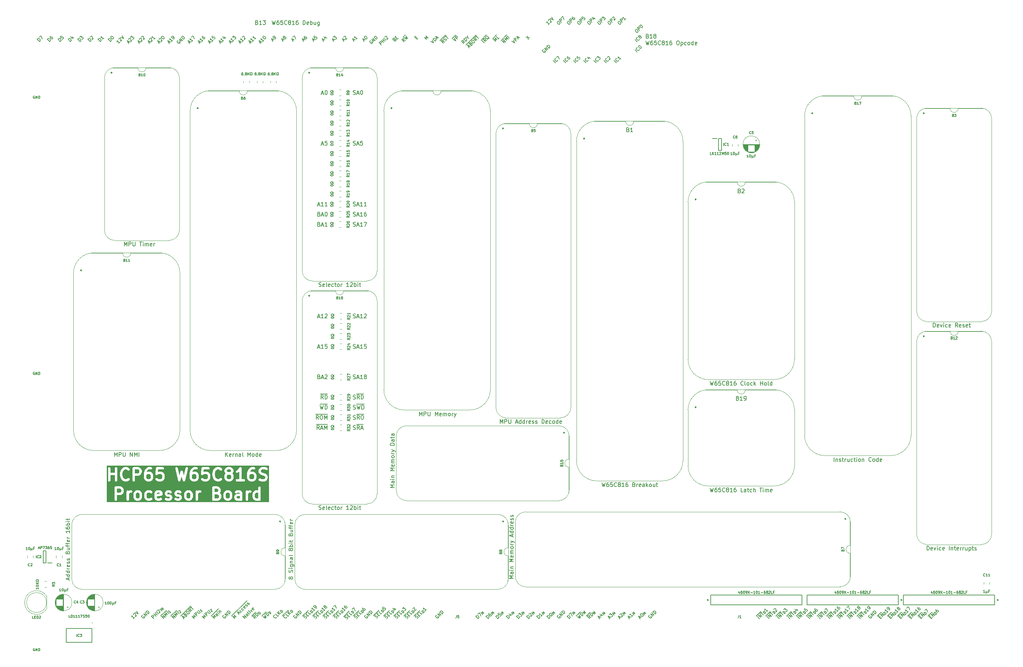
<source format=gto>
%TF.GenerationSoftware,KiCad,Pcbnew,8.0.7*%
%TF.CreationDate,2025-03-09T08:58:04+02:00*%
%TF.ProjectId,Processor Board,50726f63-6573-4736-9f72-20426f617264,rev?*%
%TF.SameCoordinates,Original*%
%TF.FileFunction,Legend,Top*%
%TF.FilePolarity,Positive*%
%FSLAX46Y46*%
G04 Gerber Fmt 4.6, Leading zero omitted, Abs format (unit mm)*
G04 Created by KiCad (PCBNEW 8.0.7) date 2025-03-09 08:58:04*
%MOMM*%
%LPD*%
G01*
G04 APERTURE LIST*
%ADD10C,0.200000*%
%ADD11C,0.600000*%
%ADD12C,0.150000*%
%ADD13C,0.120000*%
%ADD14C,0.239605*%
%ADD15C,0.100000*%
%ADD16C,0.254000*%
G04 APERTURE END LIST*
D10*
X21820185Y149158695D02*
X22089559Y149428070D01*
X21927934Y148943196D02*
X21550811Y149697444D01*
X21550811Y149697444D02*
X22305058Y149320320D01*
X22789931Y149805193D02*
X22466682Y149481944D01*
X22628306Y149643569D02*
X22062621Y150209254D01*
X22062621Y150209254D02*
X22089558Y150074567D01*
X22089558Y150074567D02*
X22089558Y149966817D01*
X22089558Y149966817D02*
X22062621Y149886005D01*
X22897681Y150667190D02*
X23274804Y150290066D01*
X22547494Y150748002D02*
X22816868Y150209254D01*
X22816868Y150209254D02*
X23167055Y150559440D01*
X-5600317Y149481944D02*
X-6166002Y150047630D01*
X-6166002Y150047630D02*
X-6031315Y150182317D01*
X-6031315Y150182317D02*
X-5923566Y150236192D01*
X-5923566Y150236192D02*
X-5815816Y150236192D01*
X-5815816Y150236192D02*
X-5735004Y150209254D01*
X-5735004Y150209254D02*
X-5600317Y150128442D01*
X-5600317Y150128442D02*
X-5519505Y150047630D01*
X-5519505Y150047630D02*
X-5438692Y149912943D01*
X-5438692Y149912943D02*
X-5411755Y149832130D01*
X-5411755Y149832130D02*
X-5411755Y149724381D01*
X-5411755Y149724381D02*
X-5465630Y149616631D01*
X-5465630Y149616631D02*
X-5600317Y149481944D01*
X-5492567Y150721065D02*
X-5438692Y150774940D01*
X-5438692Y150774940D02*
X-5357880Y150801877D01*
X-5357880Y150801877D02*
X-5304005Y150801877D01*
X-5304005Y150801877D02*
X-5223193Y150774940D01*
X-5223193Y150774940D02*
X-5088506Y150694127D01*
X-5088506Y150694127D02*
X-4953819Y150559440D01*
X-4953819Y150559440D02*
X-4873007Y150424753D01*
X-4873007Y150424753D02*
X-4846070Y150343941D01*
X-4846070Y150343941D02*
X-4846070Y150290066D01*
X-4846070Y150290066D02*
X-4873007Y150209254D01*
X-4873007Y150209254D02*
X-4926882Y150155379D01*
X-4926882Y150155379D02*
X-5007694Y150128442D01*
X-5007694Y150128442D02*
X-5061569Y150128442D01*
X-5061569Y150128442D02*
X-5142381Y150155379D01*
X-5142381Y150155379D02*
X-5277068Y150236192D01*
X-5277068Y150236192D02*
X-5411755Y150370879D01*
X-5411755Y150370879D02*
X-5492567Y150505566D01*
X-5492567Y150505566D02*
X-5519505Y150586378D01*
X-5519505Y150586378D02*
X-5519505Y150640253D01*
X-5519505Y150640253D02*
X-5492567Y150721065D01*
X68677268Y4876309D02*
X68785018Y4930184D01*
X68785018Y4930184D02*
X68919705Y5064871D01*
X68919705Y5064871D02*
X68946642Y5145683D01*
X68946642Y5145683D02*
X68946642Y5199558D01*
X68946642Y5199558D02*
X68919705Y5280370D01*
X68919705Y5280370D02*
X68865830Y5334245D01*
X68865830Y5334245D02*
X68785018Y5361182D01*
X68785018Y5361182D02*
X68731143Y5361182D01*
X68731143Y5361182D02*
X68650331Y5334245D01*
X68650331Y5334245D02*
X68515644Y5253433D01*
X68515644Y5253433D02*
X68434832Y5226495D01*
X68434832Y5226495D02*
X68380957Y5226495D01*
X68380957Y5226495D02*
X68300145Y5253433D01*
X68300145Y5253433D02*
X68246270Y5307308D01*
X68246270Y5307308D02*
X68219333Y5388120D01*
X68219333Y5388120D02*
X68219333Y5441995D01*
X68219333Y5441995D02*
X68246270Y5522807D01*
X68246270Y5522807D02*
X68380957Y5657494D01*
X68380957Y5657494D02*
X68488707Y5711369D01*
X68973580Y5711369D02*
X69162142Y5899931D01*
X69539265Y5684431D02*
X69269891Y5415057D01*
X69269891Y5415057D02*
X68704206Y5980743D01*
X68704206Y5980743D02*
X68973580Y6250117D01*
X70051076Y6196242D02*
X69781702Y5926868D01*
X69781702Y5926868D02*
X69216017Y6492554D01*
X67930294Y5520921D02*
X69325652Y6916279D01*
X70275195Y6295372D02*
X69822647Y6747920D01*
X69822647Y6747920D02*
X69930397Y6855670D01*
X69930397Y6855670D02*
X70016596Y6898770D01*
X70016596Y6898770D02*
X70102796Y6898770D01*
X70102796Y6898770D02*
X70167446Y6877220D01*
X70167446Y6877220D02*
X70275195Y6812570D01*
X70275195Y6812570D02*
X70339845Y6747920D01*
X70339845Y6747920D02*
X70404495Y6640171D01*
X70404495Y6640171D02*
X70426045Y6575521D01*
X70426045Y6575521D02*
X70426045Y6489321D01*
X70426045Y6489321D02*
X70382945Y6403122D01*
X70382945Y6403122D02*
X70275195Y6295372D01*
X70153438Y7322226D02*
X70153438Y7376101D01*
X70153438Y7376101D02*
X70180376Y7456913D01*
X70180376Y7456913D02*
X70315063Y7591600D01*
X70315063Y7591600D02*
X70395875Y7618537D01*
X70395875Y7618537D02*
X70449750Y7618537D01*
X70449750Y7618537D02*
X70530562Y7591600D01*
X70530562Y7591600D02*
X70584437Y7537725D01*
X70584437Y7537725D02*
X70638312Y7429975D01*
X70638312Y7429975D02*
X70638312Y6783478D01*
X70638312Y6783478D02*
X70988498Y7133664D01*
X19153185Y149158695D02*
X19422559Y149428070D01*
X19260934Y148943196D02*
X18883811Y149697444D01*
X18883811Y149697444D02*
X19638058Y149320320D01*
X20122931Y149805193D02*
X19799682Y149481944D01*
X19961306Y149643569D02*
X19395621Y150209254D01*
X19395621Y150209254D02*
X19422558Y150074567D01*
X19422558Y150074567D02*
X19422558Y149966817D01*
X19422558Y149966817D02*
X19395621Y149886005D01*
X20069056Y150882689D02*
X19799682Y150613315D01*
X19799682Y150613315D02*
X20042119Y150317004D01*
X20042119Y150317004D02*
X20042119Y150370879D01*
X20042119Y150370879D02*
X20069056Y150451691D01*
X20069056Y150451691D02*
X20203743Y150586378D01*
X20203743Y150586378D02*
X20284555Y150613315D01*
X20284555Y150613315D02*
X20338430Y150613315D01*
X20338430Y150613315D02*
X20419242Y150586378D01*
X20419242Y150586378D02*
X20553929Y150451691D01*
X20553929Y150451691D02*
X20580867Y150370879D01*
X20580867Y150370879D02*
X20580867Y150317004D01*
X20580867Y150317004D02*
X20553929Y150236192D01*
X20553929Y150236192D02*
X20419242Y150101505D01*
X20419242Y150101505D02*
X20338430Y150074567D01*
X20338430Y150074567D02*
X20284555Y150074567D01*
X-23380317Y149481944D02*
X-23946002Y150047630D01*
X-23946002Y150047630D02*
X-23811315Y150182317D01*
X-23811315Y150182317D02*
X-23703566Y150236192D01*
X-23703566Y150236192D02*
X-23595816Y150236192D01*
X-23595816Y150236192D02*
X-23515004Y150209254D01*
X-23515004Y150209254D02*
X-23380317Y150128442D01*
X-23380317Y150128442D02*
X-23299505Y150047630D01*
X-23299505Y150047630D02*
X-23218692Y149912943D01*
X-23218692Y149912943D02*
X-23191755Y149832130D01*
X-23191755Y149832130D02*
X-23191755Y149724381D01*
X-23191755Y149724381D02*
X-23245630Y149616631D01*
X-23245630Y149616631D02*
X-23380317Y149481944D01*
X-23434192Y150559440D02*
X-23057068Y150936564D01*
X-23057068Y150936564D02*
X-22733819Y150128442D01*
X46660326Y103703590D02*
X46803183Y103655971D01*
X46803183Y103655971D02*
X46850802Y103608352D01*
X46850802Y103608352D02*
X46898421Y103513114D01*
X46898421Y103513114D02*
X46898421Y103370257D01*
X46898421Y103370257D02*
X46850802Y103275019D01*
X46850802Y103275019D02*
X46803183Y103227400D01*
X46803183Y103227400D02*
X46707945Y103179780D01*
X46707945Y103179780D02*
X46326993Y103179780D01*
X46326993Y103179780D02*
X46326993Y104179780D01*
X46326993Y104179780D02*
X46660326Y104179780D01*
X46660326Y104179780D02*
X46755564Y104132161D01*
X46755564Y104132161D02*
X46803183Y104084542D01*
X46803183Y104084542D02*
X46850802Y103989304D01*
X46850802Y103989304D02*
X46850802Y103894066D01*
X46850802Y103894066D02*
X46803183Y103798828D01*
X46803183Y103798828D02*
X46755564Y103751209D01*
X46755564Y103751209D02*
X46660326Y103703590D01*
X46660326Y103703590D02*
X46326993Y103703590D01*
X47279374Y103465495D02*
X47755564Y103465495D01*
X47184136Y103179780D02*
X47517469Y104179780D01*
X47517469Y104179780D02*
X47850802Y103179780D01*
X48707945Y103179780D02*
X48136517Y103179780D01*
X48422231Y103179780D02*
X48422231Y104179780D01*
X48422231Y104179780D02*
X48326993Y104036923D01*
X48326993Y104036923D02*
X48231755Y103941685D01*
X48231755Y103941685D02*
X48136517Y103894066D01*
X37471933Y149697444D02*
X37741307Y149966818D01*
X37579682Y149481944D02*
X37202559Y150236192D01*
X37202559Y150236192D02*
X37956806Y149859068D01*
X37902931Y150451691D02*
X37822119Y150424753D01*
X37822119Y150424753D02*
X37768244Y150424753D01*
X37768244Y150424753D02*
X37687432Y150451691D01*
X37687432Y150451691D02*
X37660494Y150478628D01*
X37660494Y150478628D02*
X37633557Y150559440D01*
X37633557Y150559440D02*
X37633557Y150613315D01*
X37633557Y150613315D02*
X37660494Y150694127D01*
X37660494Y150694127D02*
X37768244Y150801877D01*
X37768244Y150801877D02*
X37849056Y150828814D01*
X37849056Y150828814D02*
X37902931Y150828814D01*
X37902931Y150828814D02*
X37983743Y150801877D01*
X37983743Y150801877D02*
X38010681Y150774940D01*
X38010681Y150774940D02*
X38037618Y150694127D01*
X38037618Y150694127D02*
X38037618Y150640253D01*
X38037618Y150640253D02*
X38010681Y150559440D01*
X38010681Y150559440D02*
X37902931Y150451691D01*
X37902931Y150451691D02*
X37875994Y150370879D01*
X37875994Y150370879D02*
X37875994Y150317004D01*
X37875994Y150317004D02*
X37902931Y150236192D01*
X37902931Y150236192D02*
X38010681Y150128442D01*
X38010681Y150128442D02*
X38091493Y150101505D01*
X38091493Y150101505D02*
X38145368Y150101505D01*
X38145368Y150101505D02*
X38226180Y150128442D01*
X38226180Y150128442D02*
X38333929Y150236192D01*
X38333929Y150236192D02*
X38360867Y150317004D01*
X38360867Y150317004D02*
X38360867Y150370879D01*
X38360867Y150370879D02*
X38333929Y150451691D01*
X38333929Y150451691D02*
X38226180Y150559440D01*
X38226180Y150559440D02*
X38145368Y150586378D01*
X38145368Y150586378D02*
X38091493Y150586378D01*
X38091493Y150586378D02*
X38010681Y150559440D01*
X76108707Y5711369D02*
X76027894Y5684431D01*
X76027894Y5684431D02*
X75947082Y5603619D01*
X75947082Y5603619D02*
X75893207Y5495869D01*
X75893207Y5495869D02*
X75893207Y5388120D01*
X75893207Y5388120D02*
X75920145Y5307308D01*
X75920145Y5307308D02*
X76000957Y5172621D01*
X76000957Y5172621D02*
X76081769Y5091808D01*
X76081769Y5091808D02*
X76216456Y5010996D01*
X76216456Y5010996D02*
X76297268Y4984059D01*
X76297268Y4984059D02*
X76405018Y4984059D01*
X76405018Y4984059D02*
X76512768Y5037934D01*
X76512768Y5037934D02*
X76566642Y5091808D01*
X76566642Y5091808D02*
X76620517Y5199558D01*
X76620517Y5199558D02*
X76620517Y5253433D01*
X76620517Y5253433D02*
X76431955Y5441995D01*
X76431955Y5441995D02*
X76324206Y5334245D01*
X76916829Y5441995D02*
X76351143Y6007680D01*
X76351143Y6007680D02*
X77240077Y5765243D01*
X77240077Y5765243D02*
X76674392Y6330929D01*
X77509451Y6034617D02*
X76943766Y6600303D01*
X76943766Y6600303D02*
X77078453Y6734990D01*
X77078453Y6734990D02*
X77186202Y6788865D01*
X77186202Y6788865D02*
X77293952Y6788865D01*
X77293952Y6788865D02*
X77374764Y6761927D01*
X77374764Y6761927D02*
X77509451Y6681115D01*
X77509451Y6681115D02*
X77590263Y6600303D01*
X77590263Y6600303D02*
X77671076Y6465616D01*
X77671076Y6465616D02*
X77698013Y6384804D01*
X77698013Y6384804D02*
X77698013Y6277054D01*
X77698013Y6277054D02*
X77644138Y6169304D01*
X77644138Y6169304D02*
X77509451Y6034617D01*
X-10680317Y149481944D02*
X-11246002Y150047630D01*
X-11246002Y150047630D02*
X-11111315Y150182317D01*
X-11111315Y150182317D02*
X-11003566Y150236192D01*
X-11003566Y150236192D02*
X-10895816Y150236192D01*
X-10895816Y150236192D02*
X-10815004Y150209254D01*
X-10815004Y150209254D02*
X-10680317Y150128442D01*
X-10680317Y150128442D02*
X-10599505Y150047630D01*
X-10599505Y150047630D02*
X-10518692Y149912943D01*
X-10518692Y149912943D02*
X-10491755Y149832130D01*
X-10491755Y149832130D02*
X-10491755Y149724381D01*
X-10491755Y149724381D02*
X-10545630Y149616631D01*
X-10545630Y149616631D02*
X-10680317Y149481944D01*
X-10653379Y150532503D02*
X-10653379Y150586378D01*
X-10653379Y150586378D02*
X-10626442Y150667190D01*
X-10626442Y150667190D02*
X-10491755Y150801877D01*
X-10491755Y150801877D02*
X-10410943Y150828814D01*
X-10410943Y150828814D02*
X-10357068Y150828814D01*
X-10357068Y150828814D02*
X-10276256Y150801877D01*
X-10276256Y150801877D02*
X-10222381Y150748002D01*
X-10222381Y150748002D02*
X-10168506Y150640253D01*
X-10168506Y150640253D02*
X-10168506Y149993755D01*
X-10168506Y149993755D02*
X-9818320Y150343941D01*
X-13220317Y149481944D02*
X-13786002Y150047630D01*
X-13786002Y150047630D02*
X-13651315Y150182317D01*
X-13651315Y150182317D02*
X-13543566Y150236192D01*
X-13543566Y150236192D02*
X-13435816Y150236192D01*
X-13435816Y150236192D02*
X-13355004Y150209254D01*
X-13355004Y150209254D02*
X-13220317Y150128442D01*
X-13220317Y150128442D02*
X-13139505Y150047630D01*
X-13139505Y150047630D02*
X-13058692Y149912943D01*
X-13058692Y149912943D02*
X-13031755Y149832130D01*
X-13031755Y149832130D02*
X-13031755Y149724381D01*
X-13031755Y149724381D02*
X-13085630Y149616631D01*
X-13085630Y149616631D02*
X-13220317Y149481944D01*
X-13274192Y150559440D02*
X-12924005Y150909627D01*
X-12924005Y150909627D02*
X-12897068Y150505566D01*
X-12897068Y150505566D02*
X-12816256Y150586378D01*
X-12816256Y150586378D02*
X-12735444Y150613315D01*
X-12735444Y150613315D02*
X-12681569Y150613315D01*
X-12681569Y150613315D02*
X-12600757Y150586378D01*
X-12600757Y150586378D02*
X-12466070Y150451691D01*
X-12466070Y150451691D02*
X-12439132Y150370879D01*
X-12439132Y150370879D02*
X-12439132Y150317004D01*
X-12439132Y150317004D02*
X-12466070Y150236192D01*
X-12466070Y150236192D02*
X-12627694Y150074567D01*
X-12627694Y150074567D02*
X-12708506Y150047630D01*
X-12708506Y150047630D02*
X-12762381Y150047630D01*
X114774392Y5199558D02*
X114316456Y5280370D01*
X114451143Y4876309D02*
X113885458Y5441995D01*
X113885458Y5441995D02*
X114100957Y5657494D01*
X114100957Y5657494D02*
X114181769Y5684431D01*
X114181769Y5684431D02*
X114235644Y5684431D01*
X114235644Y5684431D02*
X114316456Y5657494D01*
X114316456Y5657494D02*
X114397268Y5576682D01*
X114397268Y5576682D02*
X114424206Y5495869D01*
X114424206Y5495869D02*
X114424206Y5441995D01*
X114424206Y5441995D02*
X114397268Y5361182D01*
X114397268Y5361182D02*
X114181769Y5145683D01*
X115016829Y5441995D02*
X114451143Y6007680D01*
X114451143Y6007680D02*
X114585830Y6142367D01*
X114585830Y6142367D02*
X114693580Y6196242D01*
X114693580Y6196242D02*
X114801329Y6196242D01*
X114801329Y6196242D02*
X114882142Y6169304D01*
X114882142Y6169304D02*
X115016829Y6088492D01*
X115016829Y6088492D02*
X115097641Y6007680D01*
X115097641Y6007680D02*
X115178453Y5872993D01*
X115178453Y5872993D02*
X115205390Y5792181D01*
X115205390Y5792181D02*
X115205390Y5684431D01*
X115205390Y5684431D02*
X115151516Y5576682D01*
X115151516Y5576682D02*
X115016829Y5441995D01*
X113650294Y5520921D02*
X114668528Y6539155D01*
X115618071Y5918248D02*
X115165523Y6370796D01*
X115165523Y6370796D02*
X115639621Y6198397D01*
X115639621Y6198397D02*
X115467222Y6672495D01*
X115467222Y6672495D02*
X115919770Y6219947D01*
X119030407Y154393744D02*
X119138157Y154501494D01*
X119138157Y154501494D02*
X119218969Y154528431D01*
X119218969Y154528431D02*
X119326719Y154528431D01*
X119326719Y154528431D02*
X119461406Y154447619D01*
X119461406Y154447619D02*
X119649968Y154259057D01*
X119649968Y154259057D02*
X119730780Y154124370D01*
X119730780Y154124370D02*
X119730780Y154016621D01*
X119730780Y154016621D02*
X119703842Y153935808D01*
X119703842Y153935808D02*
X119596093Y153828059D01*
X119596093Y153828059D02*
X119515281Y153801121D01*
X119515281Y153801121D02*
X119407531Y153801121D01*
X119407531Y153801121D02*
X119272844Y153881934D01*
X119272844Y153881934D02*
X119084282Y154070495D01*
X119084282Y154070495D02*
X119003470Y154205182D01*
X119003470Y154205182D02*
X119003470Y154312932D01*
X119003470Y154312932D02*
X119030407Y154393744D01*
X120080966Y154312932D02*
X119515280Y154878617D01*
X119515280Y154878617D02*
X119730780Y155094117D01*
X119730780Y155094117D02*
X119811592Y155121054D01*
X119811592Y155121054D02*
X119865467Y155121054D01*
X119865467Y155121054D02*
X119946279Y155094117D01*
X119946279Y155094117D02*
X120027091Y155013304D01*
X120027091Y155013304D02*
X120054028Y154932492D01*
X120054028Y154932492D02*
X120054028Y154878617D01*
X120054028Y154878617D02*
X120027091Y154797805D01*
X120027091Y154797805D02*
X119811592Y154582306D01*
X120107903Y155363491D02*
X120107903Y155417365D01*
X120107903Y155417365D02*
X120134841Y155498178D01*
X120134841Y155498178D02*
X120269528Y155632865D01*
X120269528Y155632865D02*
X120350340Y155659802D01*
X120350340Y155659802D02*
X120404215Y155659802D01*
X120404215Y155659802D02*
X120485027Y155632865D01*
X120485027Y155632865D02*
X120538902Y155578990D01*
X120538902Y155578990D02*
X120592776Y155471240D01*
X120592776Y155471240D02*
X120592776Y154824743D01*
X120592776Y154824743D02*
X120942963Y155174929D01*
X91464143Y4876309D02*
X90898458Y5441995D01*
X90898458Y5441995D02*
X91033145Y5576682D01*
X91033145Y5576682D02*
X91140894Y5630556D01*
X91140894Y5630556D02*
X91248644Y5630556D01*
X91248644Y5630556D02*
X91329456Y5603619D01*
X91329456Y5603619D02*
X91464143Y5522807D01*
X91464143Y5522807D02*
X91544955Y5441995D01*
X91544955Y5441995D02*
X91625768Y5307308D01*
X91625768Y5307308D02*
X91652705Y5226495D01*
X91652705Y5226495D02*
X91652705Y5118746D01*
X91652705Y5118746D02*
X91598830Y5010996D01*
X91598830Y5010996D02*
X91464143Y4876309D01*
X91733517Y6277054D02*
X91464143Y6007680D01*
X91464143Y6007680D02*
X91706580Y5711369D01*
X91706580Y5711369D02*
X91706580Y5765243D01*
X91706580Y5765243D02*
X91733517Y5846056D01*
X91733517Y5846056D02*
X91868204Y5980743D01*
X91868204Y5980743D02*
X91949016Y6007680D01*
X91949016Y6007680D02*
X92002891Y6007680D01*
X92002891Y6007680D02*
X92083703Y5980743D01*
X92083703Y5980743D02*
X92218390Y5846056D01*
X92218390Y5846056D02*
X92245328Y5765243D01*
X92245328Y5765243D02*
X92245328Y5711369D01*
X92245328Y5711369D02*
X92218390Y5630556D01*
X92218390Y5630556D02*
X92083703Y5495869D01*
X92083703Y5495869D02*
X92002891Y5468932D01*
X92002891Y5468932D02*
X91949016Y5468932D01*
X92604134Y5891311D02*
X92151586Y6343859D01*
X92151586Y6343859D02*
X92625684Y6171460D01*
X92625684Y6171460D02*
X92453285Y6645558D01*
X92453285Y6645558D02*
X92905833Y6193010D01*
X126346343Y149402309D02*
X125780658Y149967995D01*
X126885091Y150048807D02*
X126885091Y149994932D01*
X126885091Y149994932D02*
X126831216Y149887182D01*
X126831216Y149887182D02*
X126777341Y149833307D01*
X126777341Y149833307D02*
X126669592Y149779433D01*
X126669592Y149779433D02*
X126561842Y149779433D01*
X126561842Y149779433D02*
X126481030Y149806370D01*
X126481030Y149806370D02*
X126346343Y149887182D01*
X126346343Y149887182D02*
X126265531Y149967994D01*
X126265531Y149967994D02*
X126184718Y150102681D01*
X126184718Y150102681D02*
X126157781Y150183494D01*
X126157781Y150183494D02*
X126157781Y150291243D01*
X126157781Y150291243D02*
X126211656Y150398993D01*
X126211656Y150398993D02*
X126265531Y150452868D01*
X126265531Y150452868D02*
X126373280Y150506742D01*
X126373280Y150506742D02*
X126427155Y150506742D01*
X126938966Y150641429D02*
X126858154Y150614492D01*
X126858154Y150614492D02*
X126804279Y150614492D01*
X126804279Y150614492D02*
X126723467Y150641429D01*
X126723467Y150641429D02*
X126696529Y150668367D01*
X126696529Y150668367D02*
X126669592Y150749179D01*
X126669592Y150749179D02*
X126669592Y150803054D01*
X126669592Y150803054D02*
X126696529Y150883866D01*
X126696529Y150883866D02*
X126804279Y150991616D01*
X126804279Y150991616D02*
X126885091Y151018553D01*
X126885091Y151018553D02*
X126938966Y151018553D01*
X126938966Y151018553D02*
X127019778Y150991616D01*
X127019778Y150991616D02*
X127046715Y150964678D01*
X127046715Y150964678D02*
X127073653Y150883866D01*
X127073653Y150883866D02*
X127073653Y150829991D01*
X127073653Y150829991D02*
X127046715Y150749179D01*
X127046715Y150749179D02*
X126938966Y150641429D01*
X126938966Y150641429D02*
X126912028Y150560617D01*
X126912028Y150560617D02*
X126912028Y150506742D01*
X126912028Y150506742D02*
X126938966Y150425930D01*
X126938966Y150425930D02*
X127046715Y150318181D01*
X127046715Y150318181D02*
X127127528Y150291243D01*
X127127528Y150291243D02*
X127181402Y150291243D01*
X127181402Y150291243D02*
X127262215Y150318181D01*
X127262215Y150318181D02*
X127369964Y150425930D01*
X127369964Y150425930D02*
X127396902Y150506742D01*
X127396902Y150506742D02*
X127396902Y150560617D01*
X127396902Y150560617D02*
X127369964Y150641429D01*
X127369964Y150641429D02*
X127262215Y150749179D01*
X127262215Y150749179D02*
X127181402Y150776116D01*
X127181402Y150776116D02*
X127127528Y150776116D01*
X127127528Y150776116D02*
X127046715Y150749179D01*
X167029143Y4876309D02*
X166463458Y5441995D01*
X167298517Y5145683D02*
X166732831Y5711368D01*
X166732831Y5711368D02*
X167621766Y5468932D01*
X167621766Y5468932D02*
X167056080Y6034617D01*
X167244642Y6223179D02*
X167567891Y6546428D01*
X167971952Y5819118D02*
X167406266Y6384803D01*
X166228294Y5520921D02*
X167408152Y6700779D01*
X168357695Y6079872D02*
X167905147Y6532420D01*
X167905147Y6532420D02*
X168012897Y6640170D01*
X168012897Y6640170D02*
X168099096Y6683270D01*
X168099096Y6683270D02*
X168185296Y6683270D01*
X168185296Y6683270D02*
X168249946Y6661720D01*
X168249946Y6661720D02*
X168357695Y6597070D01*
X168357695Y6597070D02*
X168422345Y6532420D01*
X168422345Y6532420D02*
X168486995Y6424671D01*
X168486995Y6424671D02*
X168508545Y6360021D01*
X168508545Y6360021D02*
X168508545Y6273821D01*
X168508545Y6273821D02*
X168465445Y6187622D01*
X168465445Y6187622D02*
X168357695Y6079872D01*
X168478375Y7456912D02*
X168209001Y7187538D01*
X168209001Y7187538D02*
X168451438Y6891227D01*
X168451438Y6891227D02*
X168451438Y6945101D01*
X168451438Y6945101D02*
X168478375Y7025914D01*
X168478375Y7025914D02*
X168613062Y7160601D01*
X168613062Y7160601D02*
X168693874Y7187538D01*
X168693874Y7187538D02*
X168747749Y7187538D01*
X168747749Y7187538D02*
X168828561Y7160601D01*
X168828561Y7160601D02*
X168963248Y7025914D01*
X168963248Y7025914D02*
X168990186Y6945101D01*
X168990186Y6945101D02*
X168990186Y6891227D01*
X168990186Y6891227D02*
X168963248Y6810414D01*
X168963248Y6810414D02*
X168828561Y6675727D01*
X168828561Y6675727D02*
X168747749Y6648790D01*
X168747749Y6648790D02*
X168693874Y6648790D01*
X129448707Y5711369D02*
X129367894Y5684431D01*
X129367894Y5684431D02*
X129287082Y5603619D01*
X129287082Y5603619D02*
X129233207Y5495869D01*
X129233207Y5495869D02*
X129233207Y5388120D01*
X129233207Y5388120D02*
X129260145Y5307308D01*
X129260145Y5307308D02*
X129340957Y5172621D01*
X129340957Y5172621D02*
X129421769Y5091808D01*
X129421769Y5091808D02*
X129556456Y5010996D01*
X129556456Y5010996D02*
X129637268Y4984059D01*
X129637268Y4984059D02*
X129745018Y4984059D01*
X129745018Y4984059D02*
X129852768Y5037934D01*
X129852768Y5037934D02*
X129906642Y5091808D01*
X129906642Y5091808D02*
X129960517Y5199558D01*
X129960517Y5199558D02*
X129960517Y5253433D01*
X129960517Y5253433D02*
X129771955Y5441995D01*
X129771955Y5441995D02*
X129664206Y5334245D01*
X130256829Y5441995D02*
X129691143Y6007680D01*
X129691143Y6007680D02*
X130580077Y5765243D01*
X130580077Y5765243D02*
X130014392Y6330929D01*
X130849451Y6034617D02*
X130283766Y6600303D01*
X130283766Y6600303D02*
X130418453Y6734990D01*
X130418453Y6734990D02*
X130526202Y6788865D01*
X130526202Y6788865D02*
X130633952Y6788865D01*
X130633952Y6788865D02*
X130714764Y6761927D01*
X130714764Y6761927D02*
X130849451Y6681115D01*
X130849451Y6681115D02*
X130930263Y6600303D01*
X130930263Y6600303D02*
X131011076Y6465616D01*
X131011076Y6465616D02*
X131038013Y6384804D01*
X131038013Y6384804D02*
X131038013Y6277054D01*
X131038013Y6277054D02*
X130984138Y6169304D01*
X130984138Y6169304D02*
X130849451Y6034617D01*
X159409143Y4876309D02*
X158843458Y5441995D01*
X159678517Y5145683D02*
X159112831Y5711368D01*
X159112831Y5711368D02*
X160001766Y5468932D01*
X160001766Y5468932D02*
X159436080Y6034617D01*
X159624642Y6223179D02*
X159947891Y6546428D01*
X160351952Y5819118D02*
X159786266Y6384803D01*
X158608294Y5520921D02*
X159788152Y6700779D01*
X160737695Y6079872D02*
X160285147Y6532420D01*
X160285147Y6532420D02*
X160392897Y6640170D01*
X160392897Y6640170D02*
X160479096Y6683270D01*
X160479096Y6683270D02*
X160565296Y6683270D01*
X160565296Y6683270D02*
X160629946Y6661720D01*
X160629946Y6661720D02*
X160737695Y6597070D01*
X160737695Y6597070D02*
X160802345Y6532420D01*
X160802345Y6532420D02*
X160866995Y6424671D01*
X160866995Y6424671D02*
X160888545Y6360021D01*
X160888545Y6360021D02*
X160888545Y6273821D01*
X160888545Y6273821D02*
X160845445Y6187622D01*
X160845445Y6187622D02*
X160737695Y6079872D01*
X160615938Y7106726D02*
X160615938Y7160601D01*
X160615938Y7160601D02*
X160642876Y7241413D01*
X160642876Y7241413D02*
X160777563Y7376100D01*
X160777563Y7376100D02*
X160858375Y7403037D01*
X160858375Y7403037D02*
X160912250Y7403037D01*
X160912250Y7403037D02*
X160993062Y7376100D01*
X160993062Y7376100D02*
X161046937Y7322225D01*
X161046937Y7322225D02*
X161100812Y7214475D01*
X161100812Y7214475D02*
X161100812Y6567978D01*
X161100812Y6567978D02*
X161450998Y6918164D01*
X42678933Y149697444D02*
X42948307Y149966818D01*
X42786682Y149481944D02*
X42409559Y150236192D01*
X42409559Y150236192D02*
X43163806Y149859068D01*
X43029119Y150855752D02*
X42921369Y150748002D01*
X42921369Y150748002D02*
X42894432Y150667190D01*
X42894432Y150667190D02*
X42894432Y150613315D01*
X42894432Y150613315D02*
X42921369Y150478628D01*
X42921369Y150478628D02*
X43002181Y150343941D01*
X43002181Y150343941D02*
X43217681Y150128442D01*
X43217681Y150128442D02*
X43298493Y150101505D01*
X43298493Y150101505D02*
X43352368Y150101505D01*
X43352368Y150101505D02*
X43433180Y150128442D01*
X43433180Y150128442D02*
X43540929Y150236192D01*
X43540929Y150236192D02*
X43567867Y150317004D01*
X43567867Y150317004D02*
X43567867Y150370879D01*
X43567867Y150370879D02*
X43540929Y150451691D01*
X43540929Y150451691D02*
X43406242Y150586378D01*
X43406242Y150586378D02*
X43325430Y150613315D01*
X43325430Y150613315D02*
X43271555Y150613315D01*
X43271555Y150613315D02*
X43190743Y150586378D01*
X43190743Y150586378D02*
X43082994Y150478628D01*
X43082994Y150478628D02*
X43056056Y150397816D01*
X43056056Y150397816D02*
X43056056Y150343941D01*
X43056056Y150343941D02*
X43082994Y150263129D01*
X182269143Y4876309D02*
X181703458Y5441995D01*
X182538517Y5145683D02*
X181972831Y5711368D01*
X181972831Y5711368D02*
X182861766Y5468932D01*
X182861766Y5468932D02*
X182296080Y6034617D01*
X182484642Y6223179D02*
X182807891Y6546428D01*
X183211952Y5819118D02*
X182646266Y6384803D01*
X181468294Y5520921D02*
X182648152Y6700779D01*
X183597695Y6079872D02*
X183145147Y6532420D01*
X183145147Y6532420D02*
X183252897Y6640170D01*
X183252897Y6640170D02*
X183339096Y6683270D01*
X183339096Y6683270D02*
X183425296Y6683270D01*
X183425296Y6683270D02*
X183489946Y6661720D01*
X183489946Y6661720D02*
X183597695Y6597070D01*
X183597695Y6597070D02*
X183662345Y6532420D01*
X183662345Y6532420D02*
X183726995Y6424671D01*
X183726995Y6424671D02*
X183748545Y6360021D01*
X183748545Y6360021D02*
X183748545Y6273821D01*
X183748545Y6273821D02*
X183705445Y6187622D01*
X183705445Y6187622D02*
X183597695Y6079872D01*
X184310998Y6918164D02*
X183987749Y6594915D01*
X184149373Y6756540D02*
X183583688Y7322225D01*
X183583688Y7322225D02*
X183610625Y7187538D01*
X183610625Y7187538D02*
X183610625Y7079788D01*
X183610625Y7079788D02*
X183583688Y6998976D01*
X184580372Y7187538D02*
X184688122Y7295288D01*
X184688122Y7295288D02*
X184715059Y7376100D01*
X184715059Y7376100D02*
X184715059Y7429975D01*
X184715059Y7429975D02*
X184688122Y7564662D01*
X184688122Y7564662D02*
X184607309Y7699349D01*
X184607309Y7699349D02*
X184391810Y7914848D01*
X184391810Y7914848D02*
X184310998Y7941785D01*
X184310998Y7941785D02*
X184257123Y7941785D01*
X184257123Y7941785D02*
X184176311Y7914848D01*
X184176311Y7914848D02*
X184068561Y7807098D01*
X184068561Y7807098D02*
X184041624Y7726286D01*
X184041624Y7726286D02*
X184041624Y7672411D01*
X184041624Y7672411D02*
X184068561Y7591599D01*
X184068561Y7591599D02*
X184203248Y7456912D01*
X184203248Y7456912D02*
X184284061Y7429975D01*
X184284061Y7429975D02*
X184337935Y7429975D01*
X184337935Y7429975D02*
X184418748Y7456912D01*
X184418748Y7456912D02*
X184526497Y7564662D01*
X184526497Y7564662D02*
X184553435Y7645474D01*
X184553435Y7645474D02*
X184553435Y7699349D01*
X184553435Y7699349D02*
X184526497Y7780161D01*
X17931143Y4876309D02*
X17365458Y5441995D01*
X17365458Y5441995D02*
X17958081Y5226495D01*
X17958081Y5226495D02*
X17742581Y5819118D01*
X17742581Y5819118D02*
X18308267Y5253433D01*
X18577641Y5522807D02*
X18011956Y6088492D01*
X18011956Y6088492D02*
X18227455Y6303992D01*
X18227455Y6303992D02*
X18308267Y6330929D01*
X18308267Y6330929D02*
X18362142Y6330929D01*
X18362142Y6330929D02*
X18442954Y6303992D01*
X18442954Y6303992D02*
X18523766Y6223179D01*
X18523766Y6223179D02*
X18550704Y6142367D01*
X18550704Y6142367D02*
X18550704Y6088492D01*
X18550704Y6088492D02*
X18523766Y6007680D01*
X18523766Y6007680D02*
X18308267Y5792181D01*
X18577641Y6654178D02*
X19035577Y6196242D01*
X19035577Y6196242D02*
X19116389Y6169305D01*
X19116389Y6169305D02*
X19170264Y6169305D01*
X19170264Y6169305D02*
X19251076Y6196242D01*
X19251076Y6196242D02*
X19358826Y6303992D01*
X19358826Y6303992D02*
X19385763Y6384804D01*
X19385763Y6384804D02*
X19385763Y6438679D01*
X19385763Y6438679D02*
X19358826Y6519491D01*
X19358826Y6519491D02*
X18900890Y6977427D01*
X19340508Y6979582D02*
X19340508Y7022681D01*
X19340508Y7022681D02*
X19362058Y7087331D01*
X19362058Y7087331D02*
X19469808Y7195081D01*
X19469808Y7195081D02*
X19534457Y7216631D01*
X19534457Y7216631D02*
X19577557Y7216631D01*
X19577557Y7216631D02*
X19642207Y7195081D01*
X19642207Y7195081D02*
X19685307Y7151981D01*
X19685307Y7151981D02*
X19728407Y7065781D01*
X19728407Y7065781D02*
X19728407Y6548583D01*
X19728407Y6548583D02*
X20008556Y6828732D01*
X126346343Y146862309D02*
X125780658Y147427995D01*
X126885091Y147508807D02*
X126885091Y147454932D01*
X126885091Y147454932D02*
X126831216Y147347182D01*
X126831216Y147347182D02*
X126777341Y147293307D01*
X126777341Y147293307D02*
X126669592Y147239433D01*
X126669592Y147239433D02*
X126561842Y147239433D01*
X126561842Y147239433D02*
X126481030Y147266370D01*
X126481030Y147266370D02*
X126346343Y147347182D01*
X126346343Y147347182D02*
X126265531Y147427994D01*
X126265531Y147427994D02*
X126184718Y147562681D01*
X126184718Y147562681D02*
X126157781Y147643494D01*
X126157781Y147643494D02*
X126157781Y147751243D01*
X126157781Y147751243D02*
X126211656Y147858993D01*
X126211656Y147858993D02*
X126265531Y147912868D01*
X126265531Y147912868D02*
X126373280Y147966742D01*
X126373280Y147966742D02*
X126427155Y147966742D01*
X126723467Y148370803D02*
X126777341Y148424678D01*
X126777341Y148424678D02*
X126858154Y148451616D01*
X126858154Y148451616D02*
X126912028Y148451616D01*
X126912028Y148451616D02*
X126992841Y148424678D01*
X126992841Y148424678D02*
X127127528Y148343866D01*
X127127528Y148343866D02*
X127262215Y148209179D01*
X127262215Y148209179D02*
X127343027Y148074492D01*
X127343027Y148074492D02*
X127369964Y147993680D01*
X127369964Y147993680D02*
X127369964Y147939805D01*
X127369964Y147939805D02*
X127343027Y147858993D01*
X127343027Y147858993D02*
X127289152Y147805118D01*
X127289152Y147805118D02*
X127208340Y147778181D01*
X127208340Y147778181D02*
X127154465Y147778181D01*
X127154465Y147778181D02*
X127073653Y147805118D01*
X127073653Y147805118D02*
X126938966Y147885930D01*
X126938966Y147885930D02*
X126804279Y148020617D01*
X126804279Y148020617D02*
X126723467Y148155304D01*
X126723467Y148155304D02*
X126696529Y148236116D01*
X126696529Y148236116D02*
X126696529Y148289991D01*
X126696529Y148289991D02*
X126723467Y148370803D01*
X88056434Y149158696D02*
X87490748Y149724381D01*
X88649056Y149751319D02*
X88191121Y149832131D01*
X88325808Y149428070D02*
X87760122Y149993755D01*
X87760122Y149993755D02*
X87975621Y150209254D01*
X87975621Y150209254D02*
X88056434Y150236192D01*
X88056434Y150236192D02*
X88110308Y150236192D01*
X88110308Y150236192D02*
X88191121Y150209254D01*
X88191121Y150209254D02*
X88271933Y150128442D01*
X88271933Y150128442D02*
X88298870Y150047630D01*
X88298870Y150047630D02*
X88298870Y149993755D01*
X88298870Y149993755D02*
X88271933Y149912943D01*
X88271933Y149912943D02*
X88056434Y149697444D01*
X89322491Y150317004D02*
X89241679Y150290067D01*
X89241679Y150290067D02*
X89133930Y150290067D01*
X89133930Y150290067D02*
X88972305Y150290067D01*
X88972305Y150290067D02*
X88891493Y150263129D01*
X88891493Y150263129D02*
X88837618Y150209254D01*
X88999243Y150101505D02*
X88918430Y150074567D01*
X88918430Y150074567D02*
X88810681Y150074567D01*
X88810681Y150074567D02*
X88675994Y150155380D01*
X88675994Y150155380D02*
X88487432Y150343941D01*
X88487432Y150343941D02*
X88406620Y150478628D01*
X88406620Y150478628D02*
X88406620Y150586378D01*
X88406620Y150586378D02*
X88433557Y150667190D01*
X88433557Y150667190D02*
X88541307Y150774940D01*
X88541307Y150774940D02*
X88622119Y150801877D01*
X88622119Y150801877D02*
X88729869Y150801877D01*
X88729869Y150801877D02*
X88864556Y150721065D01*
X88864556Y150721065D02*
X89053117Y150532503D01*
X89053117Y150532503D02*
X89133930Y150397816D01*
X89133930Y150397816D02*
X89133930Y150290067D01*
X89133930Y150290067D02*
X89106992Y150209254D01*
X89106992Y150209254D02*
X88999243Y150101505D01*
X87255585Y149803308D02*
X88570130Y151117853D01*
X110970308Y144132571D02*
X110404623Y144698256D01*
X111509056Y144779068D02*
X111509056Y144725193D01*
X111509056Y144725193D02*
X111455181Y144617443D01*
X111455181Y144617443D02*
X111401307Y144563569D01*
X111401307Y144563569D02*
X111293557Y144509694D01*
X111293557Y144509694D02*
X111185807Y144509694D01*
X111185807Y144509694D02*
X111104995Y144536631D01*
X111104995Y144536631D02*
X110970308Y144617443D01*
X110970308Y144617443D02*
X110889496Y144698256D01*
X110889496Y144698256D02*
X110808684Y144832943D01*
X110808684Y144832943D02*
X110781746Y144913755D01*
X110781746Y144913755D02*
X110781746Y145021505D01*
X110781746Y145021505D02*
X110835621Y145129254D01*
X110835621Y145129254D02*
X110889496Y145183129D01*
X110889496Y145183129D02*
X110997245Y145237004D01*
X110997245Y145237004D02*
X111051120Y145237004D01*
X111509056Y145802689D02*
X111239682Y145533315D01*
X111239682Y145533315D02*
X111482119Y145237004D01*
X111482119Y145237004D02*
X111482119Y145290879D01*
X111482119Y145290879D02*
X111509056Y145371691D01*
X111509056Y145371691D02*
X111643743Y145506378D01*
X111643743Y145506378D02*
X111724555Y145533315D01*
X111724555Y145533315D02*
X111778430Y145533315D01*
X111778430Y145533315D02*
X111859242Y145506378D01*
X111859242Y145506378D02*
X111993929Y145371691D01*
X111993929Y145371691D02*
X112020867Y145290879D01*
X112020867Y145290879D02*
X112020867Y145237004D01*
X112020867Y145237004D02*
X111993929Y145156192D01*
X111993929Y145156192D02*
X111859242Y145021505D01*
X111859242Y145021505D02*
X111778430Y144994567D01*
X111778430Y144994567D02*
X111724555Y144994567D01*
X98485807Y150559440D02*
X99428616Y150370879D01*
X98862931Y150936564D02*
X99051493Y149993755D01*
X45817268Y4876309D02*
X45925018Y4930184D01*
X45925018Y4930184D02*
X46059705Y5064871D01*
X46059705Y5064871D02*
X46086642Y5145683D01*
X46086642Y5145683D02*
X46086642Y5199558D01*
X46086642Y5199558D02*
X46059705Y5280370D01*
X46059705Y5280370D02*
X46005830Y5334245D01*
X46005830Y5334245D02*
X45925018Y5361182D01*
X45925018Y5361182D02*
X45871143Y5361182D01*
X45871143Y5361182D02*
X45790331Y5334245D01*
X45790331Y5334245D02*
X45655644Y5253433D01*
X45655644Y5253433D02*
X45574832Y5226495D01*
X45574832Y5226495D02*
X45520957Y5226495D01*
X45520957Y5226495D02*
X45440145Y5253433D01*
X45440145Y5253433D02*
X45386270Y5307308D01*
X45386270Y5307308D02*
X45359333Y5388120D01*
X45359333Y5388120D02*
X45359333Y5441995D01*
X45359333Y5441995D02*
X45386270Y5522807D01*
X45386270Y5522807D02*
X45520957Y5657494D01*
X45520957Y5657494D02*
X45628707Y5711369D01*
X46113580Y5711369D02*
X46302142Y5899931D01*
X46679265Y5684431D02*
X46409891Y5415057D01*
X46409891Y5415057D02*
X45844206Y5980743D01*
X45844206Y5980743D02*
X46113580Y6250117D01*
X47191076Y6196242D02*
X46921702Y5926868D01*
X46921702Y5926868D02*
X46356017Y6492554D01*
X45070294Y5520921D02*
X46465652Y6916279D01*
X47415195Y6295372D02*
X46962647Y6747920D01*
X46962647Y6747920D02*
X47070397Y6855670D01*
X47070397Y6855670D02*
X47156596Y6898770D01*
X47156596Y6898770D02*
X47242796Y6898770D01*
X47242796Y6898770D02*
X47307446Y6877220D01*
X47307446Y6877220D02*
X47415195Y6812570D01*
X47415195Y6812570D02*
X47479845Y6747920D01*
X47479845Y6747920D02*
X47544495Y6640171D01*
X47544495Y6640171D02*
X47566045Y6575521D01*
X47566045Y6575521D02*
X47566045Y6489321D01*
X47566045Y6489321D02*
X47522945Y6403122D01*
X47522945Y6403122D02*
X47415195Y6295372D01*
X48128498Y7133664D02*
X47805249Y6810415D01*
X47966873Y6972040D02*
X47401188Y7537725D01*
X47401188Y7537725D02*
X47428125Y7403038D01*
X47428125Y7403038D02*
X47428125Y7295288D01*
X47428125Y7295288D02*
X47401188Y7214476D01*
X48128498Y7780162D02*
X48047686Y7753224D01*
X48047686Y7753224D02*
X47993811Y7753224D01*
X47993811Y7753224D02*
X47912999Y7780162D01*
X47912999Y7780162D02*
X47886061Y7807099D01*
X47886061Y7807099D02*
X47859124Y7887911D01*
X47859124Y7887911D02*
X47859124Y7941786D01*
X47859124Y7941786D02*
X47886061Y8022598D01*
X47886061Y8022598D02*
X47993811Y8130348D01*
X47993811Y8130348D02*
X48074623Y8157285D01*
X48074623Y8157285D02*
X48128498Y8157285D01*
X48128498Y8157285D02*
X48209310Y8130348D01*
X48209310Y8130348D02*
X48236248Y8103411D01*
X48236248Y8103411D02*
X48263185Y8022598D01*
X48263185Y8022598D02*
X48263185Y7968724D01*
X48263185Y7968724D02*
X48236248Y7887911D01*
X48236248Y7887911D02*
X48128498Y7780162D01*
X48128498Y7780162D02*
X48101561Y7699350D01*
X48101561Y7699350D02*
X48101561Y7645475D01*
X48101561Y7645475D02*
X48128498Y7564663D01*
X48128498Y7564663D02*
X48236248Y7456913D01*
X48236248Y7456913D02*
X48317060Y7429976D01*
X48317060Y7429976D02*
X48370935Y7429976D01*
X48370935Y7429976D02*
X48451747Y7456913D01*
X48451747Y7456913D02*
X48559496Y7564663D01*
X48559496Y7564663D02*
X48586434Y7645475D01*
X48586434Y7645475D02*
X48586434Y7699350D01*
X48586434Y7699350D02*
X48559496Y7780162D01*
X48559496Y7780162D02*
X48451747Y7887911D01*
X48451747Y7887911D02*
X48370935Y7914849D01*
X48370935Y7914849D02*
X48317060Y7914849D01*
X48317060Y7914849D02*
X48236248Y7887911D01*
X50171933Y149697444D02*
X50441307Y149966818D01*
X50279682Y149481944D02*
X49902559Y150236192D01*
X49902559Y150236192D02*
X50656806Y149859068D01*
X50225807Y150559440D02*
X50575994Y150909627D01*
X50575994Y150909627D02*
X50602931Y150505566D01*
X50602931Y150505566D02*
X50683743Y150586378D01*
X50683743Y150586378D02*
X50764555Y150613315D01*
X50764555Y150613315D02*
X50818430Y150613315D01*
X50818430Y150613315D02*
X50899242Y150586378D01*
X50899242Y150586378D02*
X51033929Y150451691D01*
X51033929Y150451691D02*
X51060867Y150370879D01*
X51060867Y150370879D02*
X51060867Y150317004D01*
X51060867Y150317004D02*
X51033929Y150236192D01*
X51033929Y150236192D02*
X50872305Y150074567D01*
X50872305Y150074567D02*
X50791493Y150047630D01*
X50791493Y150047630D02*
X50737618Y150047630D01*
X113510308Y144132571D02*
X112944623Y144698256D01*
X114049056Y144779068D02*
X114049056Y144725193D01*
X114049056Y144725193D02*
X113995181Y144617443D01*
X113995181Y144617443D02*
X113941307Y144563569D01*
X113941307Y144563569D02*
X113833557Y144509694D01*
X113833557Y144509694D02*
X113725807Y144509694D01*
X113725807Y144509694D02*
X113644995Y144536631D01*
X113644995Y144536631D02*
X113510308Y144617443D01*
X113510308Y144617443D02*
X113429496Y144698256D01*
X113429496Y144698256D02*
X113348684Y144832943D01*
X113348684Y144832943D02*
X113321746Y144913755D01*
X113321746Y144913755D02*
X113321746Y145021505D01*
X113321746Y145021505D02*
X113375621Y145129254D01*
X113375621Y145129254D02*
X113429496Y145183129D01*
X113429496Y145183129D02*
X113537245Y145237004D01*
X113537245Y145237004D02*
X113591120Y145237004D01*
X114210681Y145587190D02*
X114587804Y145210066D01*
X113860494Y145668002D02*
X114129868Y145129254D01*
X114129868Y145129254D02*
X114480055Y145479440D01*
X179729143Y4876309D02*
X179163458Y5441995D01*
X179998517Y5145683D02*
X179432831Y5711368D01*
X179432831Y5711368D02*
X180321766Y5468932D01*
X180321766Y5468932D02*
X179756080Y6034617D01*
X179944642Y6223179D02*
X180267891Y6546428D01*
X180671952Y5819118D02*
X180106266Y6384803D01*
X178928294Y5520921D02*
X180108152Y6700779D01*
X181057695Y6079872D02*
X180605147Y6532420D01*
X180605147Y6532420D02*
X180712897Y6640170D01*
X180712897Y6640170D02*
X180799096Y6683270D01*
X180799096Y6683270D02*
X180885296Y6683270D01*
X180885296Y6683270D02*
X180949946Y6661720D01*
X180949946Y6661720D02*
X181057695Y6597070D01*
X181057695Y6597070D02*
X181122345Y6532420D01*
X181122345Y6532420D02*
X181186995Y6424671D01*
X181186995Y6424671D02*
X181208545Y6360021D01*
X181208545Y6360021D02*
X181208545Y6273821D01*
X181208545Y6273821D02*
X181165445Y6187622D01*
X181165445Y6187622D02*
X181057695Y6079872D01*
X181770998Y6918164D02*
X181447749Y6594915D01*
X181609373Y6756540D02*
X181043688Y7322225D01*
X181043688Y7322225D02*
X181070625Y7187538D01*
X181070625Y7187538D02*
X181070625Y7079788D01*
X181070625Y7079788D02*
X181043688Y6998976D01*
X181770998Y7564662D02*
X181690186Y7537724D01*
X181690186Y7537724D02*
X181636311Y7537724D01*
X181636311Y7537724D02*
X181555499Y7564662D01*
X181555499Y7564662D02*
X181528561Y7591599D01*
X181528561Y7591599D02*
X181501624Y7672411D01*
X181501624Y7672411D02*
X181501624Y7726286D01*
X181501624Y7726286D02*
X181528561Y7807098D01*
X181528561Y7807098D02*
X181636311Y7914848D01*
X181636311Y7914848D02*
X181717123Y7941785D01*
X181717123Y7941785D02*
X181770998Y7941785D01*
X181770998Y7941785D02*
X181851810Y7914848D01*
X181851810Y7914848D02*
X181878748Y7887911D01*
X181878748Y7887911D02*
X181905685Y7807098D01*
X181905685Y7807098D02*
X181905685Y7753224D01*
X181905685Y7753224D02*
X181878748Y7672411D01*
X181878748Y7672411D02*
X181770998Y7564662D01*
X181770998Y7564662D02*
X181744061Y7483850D01*
X181744061Y7483850D02*
X181744061Y7429975D01*
X181744061Y7429975D02*
X181770998Y7349163D01*
X181770998Y7349163D02*
X181878748Y7241413D01*
X181878748Y7241413D02*
X181959560Y7214476D01*
X181959560Y7214476D02*
X182013435Y7214476D01*
X182013435Y7214476D02*
X182094247Y7241413D01*
X182094247Y7241413D02*
X182201996Y7349163D01*
X182201996Y7349163D02*
X182228934Y7429975D01*
X182228934Y7429975D02*
X182228934Y7483850D01*
X182228934Y7483850D02*
X182201996Y7564662D01*
X182201996Y7564662D02*
X182094247Y7672411D01*
X182094247Y7672411D02*
X182013435Y7699349D01*
X182013435Y7699349D02*
X181959560Y7699349D01*
X181959560Y7699349D02*
X181878748Y7672411D01*
X105890308Y144132571D02*
X105324623Y144698256D01*
X106429056Y144779068D02*
X106429056Y144725193D01*
X106429056Y144725193D02*
X106375181Y144617443D01*
X106375181Y144617443D02*
X106321307Y144563569D01*
X106321307Y144563569D02*
X106213557Y144509694D01*
X106213557Y144509694D02*
X106105807Y144509694D01*
X106105807Y144509694D02*
X106024995Y144536631D01*
X106024995Y144536631D02*
X105890308Y144617443D01*
X105890308Y144617443D02*
X105809496Y144698256D01*
X105809496Y144698256D02*
X105728684Y144832943D01*
X105728684Y144832943D02*
X105701746Y144913755D01*
X105701746Y144913755D02*
X105701746Y145021505D01*
X105701746Y145021505D02*
X105755621Y145129254D01*
X105755621Y145129254D02*
X105809496Y145183129D01*
X105809496Y145183129D02*
X105917245Y145237004D01*
X105917245Y145237004D02*
X105971120Y145237004D01*
X106105807Y145479440D02*
X106482931Y145856564D01*
X106482931Y145856564D02*
X106806180Y145048442D01*
X78111932Y149374195D02*
X77653997Y149455007D01*
X77788684Y149050946D02*
X77222998Y149616631D01*
X77222998Y149616631D02*
X77438497Y149832130D01*
X77438497Y149832130D02*
X77519310Y149859068D01*
X77519310Y149859068D02*
X77573184Y149859068D01*
X77573184Y149859068D02*
X77653997Y149832130D01*
X77653997Y149832130D02*
X77734809Y149751318D01*
X77734809Y149751318D02*
X77761746Y149670506D01*
X77761746Y149670506D02*
X77761746Y149616631D01*
X77761746Y149616631D02*
X77734809Y149535819D01*
X77734809Y149535819D02*
X77519310Y149320320D01*
X78300494Y149616631D02*
X78408244Y149670506D01*
X78408244Y149670506D02*
X78542931Y149805193D01*
X78542931Y149805193D02*
X78569868Y149886005D01*
X78569868Y149886005D02*
X78569868Y149939880D01*
X78569868Y149939880D02*
X78542931Y150020692D01*
X78542931Y150020692D02*
X78489056Y150074567D01*
X78489056Y150074567D02*
X78408244Y150101504D01*
X78408244Y150101504D02*
X78354369Y150101504D01*
X78354369Y150101504D02*
X78273557Y150074567D01*
X78273557Y150074567D02*
X78138870Y149993755D01*
X78138870Y149993755D02*
X78058058Y149966817D01*
X78058058Y149966817D02*
X78004183Y149966817D01*
X78004183Y149966817D02*
X77923371Y149993755D01*
X77923371Y149993755D02*
X77869496Y150047630D01*
X77869496Y150047630D02*
X77842558Y150128442D01*
X77842558Y150128442D02*
X77842558Y150182317D01*
X77842558Y150182317D02*
X77869496Y150263129D01*
X77869496Y150263129D02*
X78004183Y150397816D01*
X78004183Y150397816D02*
X78111932Y150451691D01*
X78246620Y150640253D02*
X78569868Y150963501D01*
X78973929Y150236192D02*
X78408244Y150801877D01*
X76987835Y149695558D02*
X78410130Y151117853D01*
X43277268Y4876309D02*
X43385018Y4930184D01*
X43385018Y4930184D02*
X43519705Y5064871D01*
X43519705Y5064871D02*
X43546642Y5145683D01*
X43546642Y5145683D02*
X43546642Y5199558D01*
X43546642Y5199558D02*
X43519705Y5280370D01*
X43519705Y5280370D02*
X43465830Y5334245D01*
X43465830Y5334245D02*
X43385018Y5361182D01*
X43385018Y5361182D02*
X43331143Y5361182D01*
X43331143Y5361182D02*
X43250331Y5334245D01*
X43250331Y5334245D02*
X43115644Y5253433D01*
X43115644Y5253433D02*
X43034832Y5226495D01*
X43034832Y5226495D02*
X42980957Y5226495D01*
X42980957Y5226495D02*
X42900145Y5253433D01*
X42900145Y5253433D02*
X42846270Y5307308D01*
X42846270Y5307308D02*
X42819333Y5388120D01*
X42819333Y5388120D02*
X42819333Y5441995D01*
X42819333Y5441995D02*
X42846270Y5522807D01*
X42846270Y5522807D02*
X42980957Y5657494D01*
X42980957Y5657494D02*
X43088707Y5711369D01*
X43573580Y5711369D02*
X43762142Y5899931D01*
X44139265Y5684431D02*
X43869891Y5415057D01*
X43869891Y5415057D02*
X43304206Y5980743D01*
X43304206Y5980743D02*
X43573580Y6250117D01*
X44651076Y6196242D02*
X44381702Y5926868D01*
X44381702Y5926868D02*
X43816017Y6492554D01*
X42530294Y5520921D02*
X43925652Y6916279D01*
X44875195Y6295372D02*
X44422647Y6747920D01*
X44422647Y6747920D02*
X44530397Y6855670D01*
X44530397Y6855670D02*
X44616596Y6898770D01*
X44616596Y6898770D02*
X44702796Y6898770D01*
X44702796Y6898770D02*
X44767446Y6877220D01*
X44767446Y6877220D02*
X44875195Y6812570D01*
X44875195Y6812570D02*
X44939845Y6747920D01*
X44939845Y6747920D02*
X45004495Y6640171D01*
X45004495Y6640171D02*
X45026045Y6575521D01*
X45026045Y6575521D02*
X45026045Y6489321D01*
X45026045Y6489321D02*
X44982945Y6403122D01*
X44982945Y6403122D02*
X44875195Y6295372D01*
X45588498Y7133664D02*
X45265249Y6810415D01*
X45426873Y6972040D02*
X44861188Y7537725D01*
X44861188Y7537725D02*
X44888125Y7403038D01*
X44888125Y7403038D02*
X44888125Y7295288D01*
X44888125Y7295288D02*
X44861188Y7214476D01*
X45857872Y7403038D02*
X45965622Y7510788D01*
X45965622Y7510788D02*
X45992559Y7591600D01*
X45992559Y7591600D02*
X45992559Y7645475D01*
X45992559Y7645475D02*
X45965622Y7780162D01*
X45965622Y7780162D02*
X45884809Y7914849D01*
X45884809Y7914849D02*
X45669310Y8130348D01*
X45669310Y8130348D02*
X45588498Y8157285D01*
X45588498Y8157285D02*
X45534623Y8157285D01*
X45534623Y8157285D02*
X45453811Y8130348D01*
X45453811Y8130348D02*
X45346061Y8022598D01*
X45346061Y8022598D02*
X45319124Y7941786D01*
X45319124Y7941786D02*
X45319124Y7887911D01*
X45319124Y7887911D02*
X45346061Y7807099D01*
X45346061Y7807099D02*
X45480748Y7672412D01*
X45480748Y7672412D02*
X45561561Y7645475D01*
X45561561Y7645475D02*
X45615435Y7645475D01*
X45615435Y7645475D02*
X45696248Y7672412D01*
X45696248Y7672412D02*
X45803997Y7780162D01*
X45803997Y7780162D02*
X45830935Y7860974D01*
X45830935Y7860974D02*
X45830935Y7914849D01*
X45830935Y7914849D02*
X45803997Y7995661D01*
X55194054Y103227400D02*
X55336911Y103179780D01*
X55336911Y103179780D02*
X55575006Y103179780D01*
X55575006Y103179780D02*
X55670244Y103227400D01*
X55670244Y103227400D02*
X55717863Y103275019D01*
X55717863Y103275019D02*
X55765482Y103370257D01*
X55765482Y103370257D02*
X55765482Y103465495D01*
X55765482Y103465495D02*
X55717863Y103560733D01*
X55717863Y103560733D02*
X55670244Y103608352D01*
X55670244Y103608352D02*
X55575006Y103655971D01*
X55575006Y103655971D02*
X55384530Y103703590D01*
X55384530Y103703590D02*
X55289292Y103751209D01*
X55289292Y103751209D02*
X55241673Y103798828D01*
X55241673Y103798828D02*
X55194054Y103894066D01*
X55194054Y103894066D02*
X55194054Y103989304D01*
X55194054Y103989304D02*
X55241673Y104084542D01*
X55241673Y104084542D02*
X55289292Y104132161D01*
X55289292Y104132161D02*
X55384530Y104179780D01*
X55384530Y104179780D02*
X55622625Y104179780D01*
X55622625Y104179780D02*
X55765482Y104132161D01*
X56146435Y103465495D02*
X56622625Y103465495D01*
X56051197Y103179780D02*
X56384530Y104179780D01*
X56384530Y104179780D02*
X56717863Y103179780D01*
X57575006Y103179780D02*
X57003578Y103179780D01*
X57289292Y103179780D02*
X57289292Y104179780D01*
X57289292Y104179780D02*
X57194054Y104036923D01*
X57194054Y104036923D02*
X57098816Y103941685D01*
X57098816Y103941685D02*
X57003578Y103894066D01*
X57908340Y104179780D02*
X58575006Y104179780D01*
X58575006Y104179780D02*
X58146435Y103179780D01*
X118590308Y144132571D02*
X118024623Y144698256D01*
X119129056Y144779068D02*
X119129056Y144725193D01*
X119129056Y144725193D02*
X119075181Y144617443D01*
X119075181Y144617443D02*
X119021307Y144563569D01*
X119021307Y144563569D02*
X118913557Y144509694D01*
X118913557Y144509694D02*
X118805807Y144509694D01*
X118805807Y144509694D02*
X118724995Y144536631D01*
X118724995Y144536631D02*
X118590308Y144617443D01*
X118590308Y144617443D02*
X118509496Y144698256D01*
X118509496Y144698256D02*
X118428684Y144832943D01*
X118428684Y144832943D02*
X118401746Y144913755D01*
X118401746Y144913755D02*
X118401746Y145021505D01*
X118401746Y145021505D02*
X118455621Y145129254D01*
X118455621Y145129254D02*
X118509496Y145183129D01*
X118509496Y145183129D02*
X118617245Y145237004D01*
X118617245Y145237004D02*
X118671120Y145237004D01*
X118886620Y145452503D02*
X118886620Y145506378D01*
X118886620Y145506378D02*
X118913557Y145587190D01*
X118913557Y145587190D02*
X119048244Y145721877D01*
X119048244Y145721877D02*
X119129056Y145748814D01*
X119129056Y145748814D02*
X119182931Y145748814D01*
X119182931Y145748814D02*
X119263743Y145721877D01*
X119263743Y145721877D02*
X119317618Y145668002D01*
X119317618Y145668002D02*
X119371493Y145560253D01*
X119371493Y145560253D02*
X119371493Y144913755D01*
X119371493Y144913755D02*
X119721679Y145263941D01*
X55194054Y65000400D02*
X55336911Y64952780D01*
X55336911Y64952780D02*
X55575006Y64952780D01*
X55575006Y64952780D02*
X55670244Y65000400D01*
X55670244Y65000400D02*
X55717863Y65048019D01*
X55717863Y65048019D02*
X55765482Y65143257D01*
X55765482Y65143257D02*
X55765482Y65238495D01*
X55765482Y65238495D02*
X55717863Y65333733D01*
X55717863Y65333733D02*
X55670244Y65381352D01*
X55670244Y65381352D02*
X55575006Y65428971D01*
X55575006Y65428971D02*
X55384530Y65476590D01*
X55384530Y65476590D02*
X55289292Y65524209D01*
X55289292Y65524209D02*
X55241673Y65571828D01*
X55241673Y65571828D02*
X55194054Y65667066D01*
X55194054Y65667066D02*
X55194054Y65762304D01*
X55194054Y65762304D02*
X55241673Y65857542D01*
X55241673Y65857542D02*
X55289292Y65905161D01*
X55289292Y65905161D02*
X55384530Y65952780D01*
X55384530Y65952780D02*
X55622625Y65952780D01*
X55622625Y65952780D02*
X55765482Y65905161D01*
X56146435Y65238495D02*
X56622625Y65238495D01*
X56051197Y64952780D02*
X56384530Y65952780D01*
X56384530Y65952780D02*
X56717863Y64952780D01*
X57575006Y64952780D02*
X57003578Y64952780D01*
X57289292Y64952780D02*
X57289292Y65952780D01*
X57289292Y65952780D02*
X57194054Y65809923D01*
X57194054Y65809923D02*
X57098816Y65714685D01*
X57098816Y65714685D02*
X57003578Y65667066D01*
X58146435Y65524209D02*
X58051197Y65571828D01*
X58051197Y65571828D02*
X58003578Y65619447D01*
X58003578Y65619447D02*
X57955959Y65714685D01*
X57955959Y65714685D02*
X57955959Y65762304D01*
X57955959Y65762304D02*
X58003578Y65857542D01*
X58003578Y65857542D02*
X58051197Y65905161D01*
X58051197Y65905161D02*
X58146435Y65952780D01*
X58146435Y65952780D02*
X58336911Y65952780D01*
X58336911Y65952780D02*
X58432149Y65905161D01*
X58432149Y65905161D02*
X58479768Y65857542D01*
X58479768Y65857542D02*
X58527387Y65762304D01*
X58527387Y65762304D02*
X58527387Y65714685D01*
X58527387Y65714685D02*
X58479768Y65619447D01*
X58479768Y65619447D02*
X58432149Y65571828D01*
X58432149Y65571828D02*
X58336911Y65524209D01*
X58336911Y65524209D02*
X58146435Y65524209D01*
X58146435Y65524209D02*
X58051197Y65476590D01*
X58051197Y65476590D02*
X58003578Y65428971D01*
X58003578Y65428971D02*
X57955959Y65333733D01*
X57955959Y65333733D02*
X57955959Y65143257D01*
X57955959Y65143257D02*
X58003578Y65048019D01*
X58003578Y65048019D02*
X58051197Y65000400D01*
X58051197Y65000400D02*
X58146435Y64952780D01*
X58146435Y64952780D02*
X58336911Y64952780D01*
X58336911Y64952780D02*
X58432149Y65000400D01*
X58432149Y65000400D02*
X58479768Y65048019D01*
X58479768Y65048019D02*
X58527387Y65143257D01*
X58527387Y65143257D02*
X58527387Y65333733D01*
X58527387Y65333733D02*
X58479768Y65428971D01*
X58479768Y65428971D02*
X58432149Y65476590D01*
X58432149Y65476590D02*
X58336911Y65524209D01*
X10311143Y4876309D02*
X9745458Y5441995D01*
X9745458Y5441995D02*
X10634392Y5199558D01*
X10634392Y5199558D02*
X10068707Y5765243D01*
X10903766Y5468932D02*
X10338080Y6034617D01*
X10338080Y6034617D02*
X10930703Y5819118D01*
X10930703Y5819118D02*
X10715204Y6411741D01*
X10715204Y6411741D02*
X11280889Y5846056D01*
X11550264Y6115430D02*
X10984578Y6681115D01*
X9510294Y5520921D02*
X10905651Y6916278D01*
X11424196Y6683270D02*
X11424196Y6726370D01*
X11424196Y6726370D02*
X11445746Y6791019D01*
X11445746Y6791019D02*
X11553496Y6898769D01*
X11553496Y6898769D02*
X11618146Y6920319D01*
X11618146Y6920319D02*
X11661245Y6920319D01*
X11661245Y6920319D02*
X11725895Y6898769D01*
X11725895Y6898769D02*
X11768995Y6855669D01*
X11768995Y6855669D02*
X11812095Y6769470D01*
X11812095Y6769470D02*
X11812095Y6252271D01*
X11812095Y6252271D02*
X12092244Y6532420D01*
X52711933Y149697444D02*
X52981307Y149966818D01*
X52819682Y149481944D02*
X52442559Y150236192D01*
X52442559Y150236192D02*
X53196806Y149859068D01*
X52846620Y150532503D02*
X52846620Y150586378D01*
X52846620Y150586378D02*
X52873557Y150667190D01*
X52873557Y150667190D02*
X53008244Y150801877D01*
X53008244Y150801877D02*
X53089056Y150828814D01*
X53089056Y150828814D02*
X53142931Y150828814D01*
X53142931Y150828814D02*
X53223743Y150801877D01*
X53223743Y150801877D02*
X53277618Y150748002D01*
X53277618Y150748002D02*
X53331493Y150640253D01*
X53331493Y150640253D02*
X53331493Y149993755D01*
X53331493Y149993755D02*
X53681679Y150343941D01*
X83238121Y149293383D02*
X82780185Y149374195D01*
X82914872Y148970134D02*
X82349186Y149535819D01*
X82349186Y149535819D02*
X82564686Y149751319D01*
X82564686Y149751319D02*
X82645498Y149778256D01*
X82645498Y149778256D02*
X82699373Y149778256D01*
X82699373Y149778256D02*
X82780185Y149751319D01*
X82780185Y149751319D02*
X82860997Y149670506D01*
X82860997Y149670506D02*
X82887934Y149589694D01*
X82887934Y149589694D02*
X82887934Y149535819D01*
X82887934Y149535819D02*
X82860997Y149455007D01*
X82860997Y149455007D02*
X82645498Y149239508D01*
X83480557Y149535819D02*
X82914872Y150101505D01*
X82914872Y150101505D02*
X83049559Y150236192D01*
X83049559Y150236192D02*
X83157308Y150290067D01*
X83157308Y150290067D02*
X83265058Y150290067D01*
X83265058Y150290067D02*
X83345870Y150263129D01*
X83345870Y150263129D02*
X83480557Y150182317D01*
X83480557Y150182317D02*
X83561369Y150101505D01*
X83561369Y150101505D02*
X83642182Y149966818D01*
X83642182Y149966818D02*
X83669119Y149886006D01*
X83669119Y149886006D02*
X83669119Y149778256D01*
X83669119Y149778256D02*
X83615244Y149670506D01*
X83615244Y149670506D02*
X83480557Y149535819D01*
X83884618Y150478628D02*
X84153992Y150209254D01*
X83399745Y150586378D02*
X83884618Y150478628D01*
X83884618Y150478628D02*
X83776869Y150963502D01*
X46707945Y52252780D02*
X46374612Y52728971D01*
X46136517Y52252780D02*
X46136517Y53252780D01*
X46136517Y53252780D02*
X46517469Y53252780D01*
X46517469Y53252780D02*
X46612707Y53205161D01*
X46612707Y53205161D02*
X46660326Y53157542D01*
X46660326Y53157542D02*
X46707945Y53062304D01*
X46707945Y53062304D02*
X46707945Y52919447D01*
X46707945Y52919447D02*
X46660326Y52824209D01*
X46660326Y52824209D02*
X46612707Y52776590D01*
X46612707Y52776590D02*
X46517469Y52728971D01*
X46517469Y52728971D02*
X46136517Y52728971D01*
X47088898Y52538495D02*
X47565088Y52538495D01*
X46993660Y52252780D02*
X47326993Y53252780D01*
X47326993Y53252780D02*
X47660326Y52252780D01*
X47993660Y52252780D02*
X47993660Y53252780D01*
X47993660Y53252780D02*
X48326993Y52538495D01*
X48326993Y52538495D02*
X48660326Y53252780D01*
X48660326Y53252780D02*
X48660326Y52252780D01*
X45998422Y53530400D02*
X48798422Y53530400D01*
X31853185Y149158695D02*
X32122559Y149428070D01*
X31960934Y148943196D02*
X31583811Y149697444D01*
X31583811Y149697444D02*
X32338058Y149320320D01*
X32822931Y149805193D02*
X32499682Y149481944D01*
X32661306Y149643569D02*
X32095621Y150209254D01*
X32095621Y150209254D02*
X32122558Y150074567D01*
X32122558Y150074567D02*
X32122558Y149966817D01*
X32122558Y149966817D02*
X32095621Y149886005D01*
X32607432Y150721065D02*
X32661307Y150774940D01*
X32661307Y150774940D02*
X32742119Y150801877D01*
X32742119Y150801877D02*
X32795994Y150801877D01*
X32795994Y150801877D02*
X32876806Y150774940D01*
X32876806Y150774940D02*
X33011493Y150694127D01*
X33011493Y150694127D02*
X33146180Y150559440D01*
X33146180Y150559440D02*
X33226992Y150424753D01*
X33226992Y150424753D02*
X33253929Y150343941D01*
X33253929Y150343941D02*
X33253929Y150290066D01*
X33253929Y150290066D02*
X33226992Y150209254D01*
X33226992Y150209254D02*
X33173117Y150155379D01*
X33173117Y150155379D02*
X33092305Y150128442D01*
X33092305Y150128442D02*
X33038430Y150128442D01*
X33038430Y150128442D02*
X32957618Y150155379D01*
X32957618Y150155379D02*
X32822931Y150236192D01*
X32822931Y150236192D02*
X32688244Y150370879D01*
X32688244Y150370879D02*
X32607432Y150505566D01*
X32607432Y150505566D02*
X32580494Y150586378D01*
X32580494Y150586378D02*
X32580494Y150640253D01*
X32580494Y150640253D02*
X32607432Y150721065D01*
X15391143Y4876309D02*
X14825458Y5441995D01*
X14825458Y5441995D02*
X15418081Y5226495D01*
X15418081Y5226495D02*
X15202581Y5819118D01*
X15202581Y5819118D02*
X15768267Y5253433D01*
X16037641Y5522807D02*
X15471956Y6088492D01*
X15471956Y6088492D02*
X15687455Y6303992D01*
X15687455Y6303992D02*
X15768267Y6330929D01*
X15768267Y6330929D02*
X15822142Y6330929D01*
X15822142Y6330929D02*
X15902954Y6303992D01*
X15902954Y6303992D02*
X15983766Y6223179D01*
X15983766Y6223179D02*
X16010704Y6142367D01*
X16010704Y6142367D02*
X16010704Y6088492D01*
X16010704Y6088492D02*
X15983766Y6007680D01*
X15983766Y6007680D02*
X15768267Y5792181D01*
X16037641Y6654178D02*
X16495577Y6196242D01*
X16495577Y6196242D02*
X16576389Y6169305D01*
X16576389Y6169305D02*
X16630264Y6169305D01*
X16630264Y6169305D02*
X16711076Y6196242D01*
X16711076Y6196242D02*
X16818826Y6303992D01*
X16818826Y6303992D02*
X16845763Y6384804D01*
X16845763Y6384804D02*
X16845763Y6438679D01*
X16845763Y6438679D02*
X16818826Y6519491D01*
X16818826Y6519491D02*
X16360890Y6977427D01*
X17468556Y6828732D02*
X17209957Y6570133D01*
X17339256Y6699433D02*
X16886708Y7151981D01*
X16886708Y7151981D02*
X16908258Y7044231D01*
X16908258Y7044231D02*
X16908258Y6958032D01*
X16908258Y6958032D02*
X16886708Y6893382D01*
X26773185Y149158695D02*
X27042559Y149428070D01*
X26880934Y148943196D02*
X26503811Y149697444D01*
X26503811Y149697444D02*
X27258058Y149320320D01*
X27742931Y149805193D02*
X27419682Y149481944D01*
X27581306Y149643569D02*
X27015621Y150209254D01*
X27015621Y150209254D02*
X27042558Y150074567D01*
X27042558Y150074567D02*
X27042558Y149966817D01*
X27042558Y149966817D02*
X27015621Y149886005D01*
X27446620Y150532503D02*
X27446620Y150586378D01*
X27446620Y150586378D02*
X27473557Y150667190D01*
X27473557Y150667190D02*
X27608244Y150801877D01*
X27608244Y150801877D02*
X27689056Y150828814D01*
X27689056Y150828814D02*
X27742931Y150828814D01*
X27742931Y150828814D02*
X27823743Y150801877D01*
X27823743Y150801877D02*
X27877618Y150748002D01*
X27877618Y150748002D02*
X27931493Y150640253D01*
X27931493Y150640253D02*
X27931493Y149993755D01*
X27931493Y149993755D02*
X28281679Y150343941D01*
X25551143Y4876309D02*
X24985458Y5441995D01*
X24985458Y5441995D02*
X25578081Y5226495D01*
X25578081Y5226495D02*
X25362581Y5819118D01*
X25362581Y5819118D02*
X25928267Y5253433D01*
X26440078Y6088493D02*
X26709452Y6357867D01*
X26547827Y5872993D02*
X26170704Y6627241D01*
X26170704Y6627241D02*
X26924951Y6250117D01*
X27329012Y6708053D02*
X27302074Y6627240D01*
X27302074Y6627240D02*
X27194325Y6519491D01*
X27194325Y6519491D02*
X27113513Y6492553D01*
X27113513Y6492553D02*
X27059638Y6492553D01*
X27059638Y6492553D02*
X26978826Y6519491D01*
X26978826Y6519491D02*
X26817201Y6681115D01*
X26817201Y6681115D02*
X26790264Y6761927D01*
X26790264Y6761927D02*
X26790264Y6815802D01*
X26790264Y6815802D02*
X26817201Y6896614D01*
X26817201Y6896614D02*
X26924951Y7004364D01*
X26924951Y7004364D02*
X27005763Y7031301D01*
X27813885Y7192926D02*
X27786947Y7112113D01*
X27786947Y7112113D02*
X27679198Y7004364D01*
X27679198Y7004364D02*
X27598386Y6977426D01*
X27598386Y6977426D02*
X27544511Y6977426D01*
X27544511Y6977426D02*
X27463699Y7004364D01*
X27463699Y7004364D02*
X27302074Y7165988D01*
X27302074Y7165988D02*
X27275137Y7246800D01*
X27275137Y7246800D02*
X27275137Y7300675D01*
X27275137Y7300675D02*
X27302074Y7381487D01*
X27302074Y7381487D02*
X27409824Y7489237D01*
X27409824Y7489237D02*
X27490636Y7516174D01*
X28271820Y7650861D02*
X28244883Y7570049D01*
X28244883Y7570049D02*
X28137133Y7462299D01*
X28137133Y7462299D02*
X28056321Y7435362D01*
X28056321Y7435362D02*
X27975509Y7462299D01*
X27975509Y7462299D02*
X27760010Y7677799D01*
X27760010Y7677799D02*
X27733072Y7758611D01*
X27733072Y7758611D02*
X27760010Y7839423D01*
X27760010Y7839423D02*
X27867759Y7947173D01*
X27867759Y7947173D02*
X27948572Y7974110D01*
X27948572Y7974110D02*
X28029384Y7947173D01*
X28029384Y7947173D02*
X28083259Y7893298D01*
X28083259Y7893298D02*
X27867759Y7570049D01*
X28514257Y7893298D02*
X28595069Y7920235D01*
X28595069Y7920235D02*
X28702819Y8027985D01*
X28702819Y8027985D02*
X28729756Y8108797D01*
X28729756Y8108797D02*
X28702819Y8189609D01*
X28702819Y8189609D02*
X28675881Y8216547D01*
X28675881Y8216547D02*
X28595069Y8243484D01*
X28595069Y8243484D02*
X28514257Y8216547D01*
X28514257Y8216547D02*
X28433445Y8135734D01*
X28433445Y8135734D02*
X28352632Y8108797D01*
X28352632Y8108797D02*
X28271820Y8135734D01*
X28271820Y8135734D02*
X28244883Y8162672D01*
X28244883Y8162672D02*
X28217945Y8243484D01*
X28217945Y8243484D02*
X28244883Y8324296D01*
X28244883Y8324296D02*
X28325695Y8405108D01*
X28325695Y8405108D02*
X28406507Y8432046D01*
X28972193Y8351233D02*
X29053005Y8378171D01*
X29053005Y8378171D02*
X29160754Y8485920D01*
X29160754Y8485920D02*
X29187692Y8566733D01*
X29187692Y8566733D02*
X29160754Y8647545D01*
X29160754Y8647545D02*
X29133817Y8674482D01*
X29133817Y8674482D02*
X29053005Y8701420D01*
X29053005Y8701420D02*
X28972193Y8674482D01*
X28972193Y8674482D02*
X28891380Y8593670D01*
X28891380Y8593670D02*
X28810568Y8566733D01*
X28810568Y8566733D02*
X28729756Y8593670D01*
X28729756Y8593670D02*
X28702819Y8620607D01*
X28702819Y8620607D02*
X28675881Y8701420D01*
X28675881Y8701420D02*
X28702819Y8782232D01*
X28702819Y8782232D02*
X28783631Y8863044D01*
X28783631Y8863044D02*
X28864443Y8889982D01*
X24750294Y5520921D02*
X28570017Y9340644D01*
X172236143Y4876309D02*
X171670458Y5441995D01*
X172505517Y5145683D02*
X171939831Y5711368D01*
X171939831Y5711368D02*
X172828766Y5468932D01*
X172828766Y5468932D02*
X172263080Y6034617D01*
X172451642Y6223179D02*
X172774891Y6546428D01*
X173178952Y5819118D02*
X172613266Y6384803D01*
X171435294Y5520921D02*
X172615152Y6700779D01*
X173564695Y6079872D02*
X173112147Y6532420D01*
X173112147Y6532420D02*
X173219897Y6640170D01*
X173219897Y6640170D02*
X173306096Y6683270D01*
X173306096Y6683270D02*
X173392296Y6683270D01*
X173392296Y6683270D02*
X173456946Y6661720D01*
X173456946Y6661720D02*
X173564695Y6597070D01*
X173564695Y6597070D02*
X173629345Y6532420D01*
X173629345Y6532420D02*
X173693995Y6424671D01*
X173693995Y6424671D02*
X173715545Y6360021D01*
X173715545Y6360021D02*
X173715545Y6273821D01*
X173715545Y6273821D02*
X173672445Y6187622D01*
X173672445Y6187622D02*
X173564695Y6079872D01*
X173362126Y7133663D02*
X173739250Y7510787D01*
X173739250Y7510787D02*
X174062499Y6702665D01*
X29313185Y149158695D02*
X29582559Y149428070D01*
X29420934Y148943196D02*
X29043811Y149697444D01*
X29043811Y149697444D02*
X29798058Y149320320D01*
X30282931Y149805193D02*
X29959682Y149481944D01*
X30121306Y149643569D02*
X29555621Y150209254D01*
X29555621Y150209254D02*
X29582558Y150074567D01*
X29582558Y150074567D02*
X29582558Y149966817D01*
X29582558Y149966817D02*
X29555621Y149886005D01*
X30821679Y150343941D02*
X30498430Y150020692D01*
X30660055Y150182317D02*
X30094369Y150748002D01*
X30094369Y150748002D02*
X30121307Y150613315D01*
X30121307Y150613315D02*
X30121307Y150505566D01*
X30121307Y150505566D02*
X30094369Y150424753D01*
X111410407Y154393744D02*
X111518157Y154501494D01*
X111518157Y154501494D02*
X111598969Y154528431D01*
X111598969Y154528431D02*
X111706719Y154528431D01*
X111706719Y154528431D02*
X111841406Y154447619D01*
X111841406Y154447619D02*
X112029968Y154259057D01*
X112029968Y154259057D02*
X112110780Y154124370D01*
X112110780Y154124370D02*
X112110780Y154016621D01*
X112110780Y154016621D02*
X112083842Y153935808D01*
X112083842Y153935808D02*
X111976093Y153828059D01*
X111976093Y153828059D02*
X111895281Y153801121D01*
X111895281Y153801121D02*
X111787531Y153801121D01*
X111787531Y153801121D02*
X111652844Y153881934D01*
X111652844Y153881934D02*
X111464282Y154070495D01*
X111464282Y154070495D02*
X111383470Y154205182D01*
X111383470Y154205182D02*
X111383470Y154312932D01*
X111383470Y154312932D02*
X111410407Y154393744D01*
X112460966Y154312932D02*
X111895280Y154878617D01*
X111895280Y154878617D02*
X112110780Y155094117D01*
X112110780Y155094117D02*
X112191592Y155121054D01*
X112191592Y155121054D02*
X112245467Y155121054D01*
X112245467Y155121054D02*
X112326279Y155094117D01*
X112326279Y155094117D02*
X112407091Y155013304D01*
X112407091Y155013304D02*
X112434028Y154932492D01*
X112434028Y154932492D02*
X112434028Y154878617D01*
X112434028Y154878617D02*
X112407091Y154797805D01*
X112407091Y154797805D02*
X112191592Y154582306D01*
X112730340Y155713677D02*
X112460966Y155444303D01*
X112460966Y155444303D02*
X112703402Y155147991D01*
X112703402Y155147991D02*
X112703402Y155201866D01*
X112703402Y155201866D02*
X112730340Y155282678D01*
X112730340Y155282678D02*
X112865027Y155417365D01*
X112865027Y155417365D02*
X112945839Y155444303D01*
X112945839Y155444303D02*
X112999714Y155444303D01*
X112999714Y155444303D02*
X113080526Y155417365D01*
X113080526Y155417365D02*
X113215213Y155282678D01*
X113215213Y155282678D02*
X113242150Y155201866D01*
X113242150Y155201866D02*
X113242150Y155147991D01*
X113242150Y155147991D02*
X113215213Y155067179D01*
X113215213Y155067179D02*
X113080526Y154932492D01*
X113080526Y154932492D02*
X112999714Y154905555D01*
X112999714Y154905555D02*
X112945839Y154905555D01*
X90919682Y149481944D02*
X90353997Y150047630D01*
X90353997Y150047630D02*
X90946620Y149832130D01*
X90946620Y149832130D02*
X90731120Y150424753D01*
X90731120Y150424753D02*
X91296806Y149859068D01*
X91835554Y150397816D02*
X91566180Y150128442D01*
X91566180Y150128442D02*
X91000495Y150694128D01*
X90118833Y150126556D02*
X91110130Y151117853D01*
X80167060Y150020693D02*
X80921307Y149643569D01*
X80921307Y149643569D02*
X80544183Y150397816D01*
X81298430Y150020692D02*
X80732745Y150586378D01*
X80732745Y150586378D02*
X80948244Y150801877D01*
X80948244Y150801877D02*
X81029056Y150828815D01*
X81029056Y150828815D02*
X81082931Y150828815D01*
X81082931Y150828815D02*
X81163743Y150801877D01*
X81163743Y150801877D02*
X81244555Y150721065D01*
X81244555Y150721065D02*
X81271493Y150640253D01*
X81271493Y150640253D02*
X81271493Y150586378D01*
X81271493Y150586378D02*
X81244555Y150505566D01*
X81244555Y150505566D02*
X81029056Y150290066D01*
X80012708Y150180431D02*
X80950130Y151117853D01*
X194672832Y5172621D02*
X194861394Y5361182D01*
X195238517Y5145683D02*
X194969143Y4876309D01*
X194969143Y4876309D02*
X194403458Y5441995D01*
X194403458Y5441995D02*
X194672832Y5711369D01*
X195480954Y5388120D02*
X194915269Y5953806D01*
X194915269Y5953806D02*
X195804203Y5711369D01*
X195804203Y5711369D02*
X195238518Y6277054D01*
X194168294Y5520921D02*
X195159591Y6512218D01*
X196109134Y5891311D02*
X195656586Y6343859D01*
X195656586Y6343859D02*
X195764335Y6451609D01*
X195764335Y6451609D02*
X195850535Y6494708D01*
X195850535Y6494708D02*
X195936735Y6494708D01*
X195936735Y6494708D02*
X196001385Y6473159D01*
X196001385Y6473159D02*
X196109134Y6408509D01*
X196109134Y6408509D02*
X196173784Y6343859D01*
X196173784Y6343859D02*
X196238434Y6236109D01*
X196238434Y6236109D02*
X196259984Y6171460D01*
X196259984Y6171460D02*
X196259984Y6085260D01*
X196259984Y6085260D02*
X196216884Y5999060D01*
X196216884Y5999060D02*
X196109134Y5891311D01*
X196822437Y6729603D02*
X196499188Y6406354D01*
X196660812Y6567978D02*
X196095127Y7133664D01*
X196095127Y7133664D02*
X196122064Y6998977D01*
X196122064Y6998977D02*
X196122064Y6891227D01*
X196122064Y6891227D02*
X196095127Y6810415D01*
X196741625Y7780161D02*
X196633875Y7672412D01*
X196633875Y7672412D02*
X196606937Y7591600D01*
X196606937Y7591600D02*
X196606937Y7537725D01*
X196606937Y7537725D02*
X196633875Y7403038D01*
X196633875Y7403038D02*
X196714687Y7268351D01*
X196714687Y7268351D02*
X196930186Y7052852D01*
X196930186Y7052852D02*
X197010999Y7025914D01*
X197010999Y7025914D02*
X197064873Y7025914D01*
X197064873Y7025914D02*
X197145686Y7052852D01*
X197145686Y7052852D02*
X197253435Y7160601D01*
X197253435Y7160601D02*
X197280373Y7241413D01*
X197280373Y7241413D02*
X197280373Y7295288D01*
X197280373Y7295288D02*
X197253435Y7376100D01*
X197253435Y7376100D02*
X197118748Y7510787D01*
X197118748Y7510787D02*
X197037936Y7537725D01*
X197037936Y7537725D02*
X196984061Y7537725D01*
X196984061Y7537725D02*
X196903249Y7510787D01*
X196903249Y7510787D02*
X196795499Y7403038D01*
X196795499Y7403038D02*
X196768562Y7322226D01*
X196768562Y7322226D02*
X196768562Y7268351D01*
X196768562Y7268351D02*
X196795499Y7187539D01*
X55194054Y123547400D02*
X55336911Y123499780D01*
X55336911Y123499780D02*
X55575006Y123499780D01*
X55575006Y123499780D02*
X55670244Y123547400D01*
X55670244Y123547400D02*
X55717863Y123595019D01*
X55717863Y123595019D02*
X55765482Y123690257D01*
X55765482Y123690257D02*
X55765482Y123785495D01*
X55765482Y123785495D02*
X55717863Y123880733D01*
X55717863Y123880733D02*
X55670244Y123928352D01*
X55670244Y123928352D02*
X55575006Y123975971D01*
X55575006Y123975971D02*
X55384530Y124023590D01*
X55384530Y124023590D02*
X55289292Y124071209D01*
X55289292Y124071209D02*
X55241673Y124118828D01*
X55241673Y124118828D02*
X55194054Y124214066D01*
X55194054Y124214066D02*
X55194054Y124309304D01*
X55194054Y124309304D02*
X55241673Y124404542D01*
X55241673Y124404542D02*
X55289292Y124452161D01*
X55289292Y124452161D02*
X55384530Y124499780D01*
X55384530Y124499780D02*
X55622625Y124499780D01*
X55622625Y124499780D02*
X55765482Y124452161D01*
X56146435Y123785495D02*
X56622625Y123785495D01*
X56051197Y123499780D02*
X56384530Y124499780D01*
X56384530Y124499780D02*
X56717863Y123499780D01*
X57527387Y124499780D02*
X57051197Y124499780D01*
X57051197Y124499780D02*
X57003578Y124023590D01*
X57003578Y124023590D02*
X57051197Y124071209D01*
X57051197Y124071209D02*
X57146435Y124118828D01*
X57146435Y124118828D02*
X57384530Y124118828D01*
X57384530Y124118828D02*
X57479768Y124071209D01*
X57479768Y124071209D02*
X57527387Y124023590D01*
X57527387Y124023590D02*
X57575006Y123928352D01*
X57575006Y123928352D02*
X57575006Y123690257D01*
X57575006Y123690257D02*
X57527387Y123595019D01*
X57527387Y123595019D02*
X57479768Y123547400D01*
X57479768Y123547400D02*
X57384530Y123499780D01*
X57384530Y123499780D02*
X57146435Y123499780D01*
X57146435Y123499780D02*
X57051197Y123547400D01*
X57051197Y123547400D02*
X57003578Y123595019D01*
X73597618Y149939880D02*
X73031932Y150505565D01*
X73031932Y150505565D02*
X73624555Y150290066D01*
X73624555Y150290066D02*
X73409056Y150882689D01*
X73409056Y150882689D02*
X73974742Y150317004D01*
X55194054Y52300400D02*
X55336911Y52252780D01*
X55336911Y52252780D02*
X55575006Y52252780D01*
X55575006Y52252780D02*
X55670244Y52300400D01*
X55670244Y52300400D02*
X55717863Y52348019D01*
X55717863Y52348019D02*
X55765482Y52443257D01*
X55765482Y52443257D02*
X55765482Y52538495D01*
X55765482Y52538495D02*
X55717863Y52633733D01*
X55717863Y52633733D02*
X55670244Y52681352D01*
X55670244Y52681352D02*
X55575006Y52728971D01*
X55575006Y52728971D02*
X55384530Y52776590D01*
X55384530Y52776590D02*
X55289292Y52824209D01*
X55289292Y52824209D02*
X55241673Y52871828D01*
X55241673Y52871828D02*
X55194054Y52967066D01*
X55194054Y52967066D02*
X55194054Y53062304D01*
X55194054Y53062304D02*
X55241673Y53157542D01*
X55241673Y53157542D02*
X55289292Y53205161D01*
X55289292Y53205161D02*
X55384530Y53252780D01*
X55384530Y53252780D02*
X55622625Y53252780D01*
X55622625Y53252780D02*
X55765482Y53205161D01*
X56765482Y52252780D02*
X56432149Y52728971D01*
X56194054Y52252780D02*
X56194054Y53252780D01*
X56194054Y53252780D02*
X56575006Y53252780D01*
X56575006Y53252780D02*
X56670244Y53205161D01*
X56670244Y53205161D02*
X56717863Y53157542D01*
X56717863Y53157542D02*
X56765482Y53062304D01*
X56765482Y53062304D02*
X56765482Y52919447D01*
X56765482Y52919447D02*
X56717863Y52824209D01*
X56717863Y52824209D02*
X56670244Y52776590D01*
X56670244Y52776590D02*
X56575006Y52728971D01*
X56575006Y52728971D02*
X56194054Y52728971D01*
X57146435Y52538495D02*
X57622625Y52538495D01*
X57051197Y52252780D02*
X57384530Y53252780D01*
X57384530Y53252780D02*
X57717863Y52252780D01*
X56055959Y53530400D02*
X57713102Y53530400D01*
X46898422Y58332780D02*
X47136517Y57332780D01*
X47136517Y57332780D02*
X47326993Y58047066D01*
X47326993Y58047066D02*
X47517469Y57332780D01*
X47517469Y57332780D02*
X47755565Y58332780D01*
X48136517Y57332780D02*
X48136517Y58332780D01*
X48136517Y58332780D02*
X48374612Y58332780D01*
X48374612Y58332780D02*
X48517469Y58285161D01*
X48517469Y58285161D02*
X48612707Y58189923D01*
X48612707Y58189923D02*
X48660326Y58094685D01*
X48660326Y58094685D02*
X48707945Y57904209D01*
X48707945Y57904209D02*
X48707945Y57761352D01*
X48707945Y57761352D02*
X48660326Y57570876D01*
X48660326Y57570876D02*
X48612707Y57475638D01*
X48612707Y57475638D02*
X48517469Y57380400D01*
X48517469Y57380400D02*
X48374612Y57332780D01*
X48374612Y57332780D02*
X48136517Y57332780D01*
X46855565Y58610400D02*
X48798422Y58610400D01*
X192132832Y5172621D02*
X192321394Y5361182D01*
X192698517Y5145683D02*
X192429143Y4876309D01*
X192429143Y4876309D02*
X191863458Y5441995D01*
X191863458Y5441995D02*
X192132832Y5711369D01*
X192940954Y5388120D02*
X192375269Y5953806D01*
X192375269Y5953806D02*
X193264203Y5711369D01*
X193264203Y5711369D02*
X192698518Y6277054D01*
X191628294Y5520921D02*
X192619591Y6512218D01*
X193569134Y5891311D02*
X193116586Y6343859D01*
X193116586Y6343859D02*
X193224335Y6451609D01*
X193224335Y6451609D02*
X193310535Y6494708D01*
X193310535Y6494708D02*
X193396735Y6494708D01*
X193396735Y6494708D02*
X193461385Y6473159D01*
X193461385Y6473159D02*
X193569134Y6408509D01*
X193569134Y6408509D02*
X193633784Y6343859D01*
X193633784Y6343859D02*
X193698434Y6236109D01*
X193698434Y6236109D02*
X193719984Y6171460D01*
X193719984Y6171460D02*
X193719984Y6085260D01*
X193719984Y6085260D02*
X193676884Y5999060D01*
X193676884Y5999060D02*
X193569134Y5891311D01*
X194282437Y6729603D02*
X193959188Y6406354D01*
X194120812Y6567978D02*
X193555127Y7133664D01*
X193555127Y7133664D02*
X193582064Y6998977D01*
X193582064Y6998977D02*
X193582064Y6891227D01*
X193582064Y6891227D02*
X193555127Y6810415D01*
X193905313Y7483850D02*
X194282437Y7860974D01*
X194282437Y7860974D02*
X194605686Y7052852D01*
X197212832Y5172621D02*
X197401394Y5361182D01*
X197778517Y5145683D02*
X197509143Y4876309D01*
X197509143Y4876309D02*
X196943458Y5441995D01*
X196943458Y5441995D02*
X197212832Y5711369D01*
X198020954Y5388120D02*
X197455269Y5953806D01*
X197455269Y5953806D02*
X198344203Y5711369D01*
X198344203Y5711369D02*
X197778518Y6277054D01*
X196708294Y5520921D02*
X197699591Y6512218D01*
X198649134Y5891311D02*
X198196586Y6343859D01*
X198196586Y6343859D02*
X198304335Y6451609D01*
X198304335Y6451609D02*
X198390535Y6494708D01*
X198390535Y6494708D02*
X198476735Y6494708D01*
X198476735Y6494708D02*
X198541385Y6473159D01*
X198541385Y6473159D02*
X198649134Y6408509D01*
X198649134Y6408509D02*
X198713784Y6343859D01*
X198713784Y6343859D02*
X198778434Y6236109D01*
X198778434Y6236109D02*
X198799984Y6171460D01*
X198799984Y6171460D02*
X198799984Y6085260D01*
X198799984Y6085260D02*
X198756884Y5999060D01*
X198756884Y5999060D02*
X198649134Y5891311D01*
X198446565Y6945102D02*
X198823689Y7322225D01*
X198823689Y7322225D02*
X199146937Y6514103D01*
X-20840317Y149481944D02*
X-21406002Y150047630D01*
X-21406002Y150047630D02*
X-21271315Y150182317D01*
X-21271315Y150182317D02*
X-21163566Y150236192D01*
X-21163566Y150236192D02*
X-21055816Y150236192D01*
X-21055816Y150236192D02*
X-20975004Y150209254D01*
X-20975004Y150209254D02*
X-20840317Y150128442D01*
X-20840317Y150128442D02*
X-20759505Y150047630D01*
X-20759505Y150047630D02*
X-20678692Y149912943D01*
X-20678692Y149912943D02*
X-20651755Y149832130D01*
X-20651755Y149832130D02*
X-20651755Y149724381D01*
X-20651755Y149724381D02*
X-20705630Y149616631D01*
X-20705630Y149616631D02*
X-20840317Y149481944D01*
X-20597880Y150855752D02*
X-20705630Y150748002D01*
X-20705630Y150748002D02*
X-20732567Y150667190D01*
X-20732567Y150667190D02*
X-20732567Y150613315D01*
X-20732567Y150613315D02*
X-20705630Y150478628D01*
X-20705630Y150478628D02*
X-20624818Y150343941D01*
X-20624818Y150343941D02*
X-20409318Y150128442D01*
X-20409318Y150128442D02*
X-20328506Y150101505D01*
X-20328506Y150101505D02*
X-20274631Y150101505D01*
X-20274631Y150101505D02*
X-20193819Y150128442D01*
X-20193819Y150128442D02*
X-20086070Y150236192D01*
X-20086070Y150236192D02*
X-20059132Y150317004D01*
X-20059132Y150317004D02*
X-20059132Y150370879D01*
X-20059132Y150370879D02*
X-20086070Y150451691D01*
X-20086070Y150451691D02*
X-20220757Y150586378D01*
X-20220757Y150586378D02*
X-20301569Y150613315D01*
X-20301569Y150613315D02*
X-20355444Y150613315D01*
X-20355444Y150613315D02*
X-20436256Y150586378D01*
X-20436256Y150586378D02*
X-20544005Y150478628D01*
X-20544005Y150478628D02*
X-20570943Y150397816D01*
X-20570943Y150397816D02*
X-20570943Y150343941D01*
X-20570943Y150343941D02*
X-20544005Y150263129D01*
X59577686Y149697444D02*
X59496873Y149670506D01*
X59496873Y149670506D02*
X59416061Y149589694D01*
X59416061Y149589694D02*
X59362186Y149481945D01*
X59362186Y149481945D02*
X59362186Y149374195D01*
X59362186Y149374195D02*
X59389124Y149293383D01*
X59389124Y149293383D02*
X59469936Y149158696D01*
X59469936Y149158696D02*
X59550748Y149077884D01*
X59550748Y149077884D02*
X59685435Y148997071D01*
X59685435Y148997071D02*
X59766247Y148970134D01*
X59766247Y148970134D02*
X59873997Y148970134D01*
X59873997Y148970134D02*
X59981747Y149024009D01*
X59981747Y149024009D02*
X60035621Y149077884D01*
X60035621Y149077884D02*
X60089496Y149185633D01*
X60089496Y149185633D02*
X60089496Y149239508D01*
X60089496Y149239508D02*
X59900934Y149428070D01*
X59900934Y149428070D02*
X59793185Y149320320D01*
X60385808Y149428070D02*
X59820122Y149993755D01*
X59820122Y149993755D02*
X60709056Y149751319D01*
X60709056Y149751319D02*
X60143371Y150317004D01*
X60978430Y150020692D02*
X60412745Y150586378D01*
X60412745Y150586378D02*
X60547432Y150721065D01*
X60547432Y150721065D02*
X60655181Y150774940D01*
X60655181Y150774940D02*
X60762931Y150774940D01*
X60762931Y150774940D02*
X60843743Y150748002D01*
X60843743Y150748002D02*
X60978430Y150667190D01*
X60978430Y150667190D02*
X61059243Y150586378D01*
X61059243Y150586378D02*
X61140055Y150451691D01*
X61140055Y150451691D02*
X61166992Y150370879D01*
X61166992Y150370879D02*
X61166992Y150263129D01*
X61166992Y150263129D02*
X61113117Y150155379D01*
X61113117Y150155379D02*
X60978430Y150020692D01*
X84115689Y148081200D02*
X84385063Y148350574D01*
X84223438Y147865701D02*
X83846315Y148619948D01*
X83846315Y148619948D02*
X84600562Y148242824D01*
X84681374Y148916259D02*
X84789124Y148970134D01*
X84789124Y148970134D02*
X84842998Y148970134D01*
X84842998Y148970134D02*
X84923811Y148943196D01*
X84923811Y148943196D02*
X85004623Y148862384D01*
X85004623Y148862384D02*
X85031560Y148781572D01*
X85031560Y148781572D02*
X85031560Y148727697D01*
X85031560Y148727697D02*
X85004623Y148646885D01*
X85004623Y148646885D02*
X84789124Y148431386D01*
X84789124Y148431386D02*
X84223438Y148997071D01*
X84223438Y148997071D02*
X84412000Y149185633D01*
X84412000Y149185633D02*
X84492812Y149212570D01*
X84492812Y149212570D02*
X84546687Y149212570D01*
X84546687Y149212570D02*
X84627499Y149185633D01*
X84627499Y149185633D02*
X84681374Y149131758D01*
X84681374Y149131758D02*
X84708311Y149050946D01*
X84708311Y149050946D02*
X84708311Y148997071D01*
X84708311Y148997071D02*
X84681374Y148916259D01*
X84681374Y148916259D02*
X84492812Y148727697D01*
X84896873Y149670506D02*
X85004623Y149778256D01*
X85004623Y149778256D02*
X85085435Y149805193D01*
X85085435Y149805193D02*
X85193185Y149805193D01*
X85193185Y149805193D02*
X85327872Y149724381D01*
X85327872Y149724381D02*
X85516433Y149535819D01*
X85516433Y149535819D02*
X85597246Y149401132D01*
X85597246Y149401132D02*
X85597246Y149293383D01*
X85597246Y149293383D02*
X85570308Y149212570D01*
X85570308Y149212570D02*
X85462559Y149104821D01*
X85462559Y149104821D02*
X85381746Y149077883D01*
X85381746Y149077883D02*
X85273997Y149077883D01*
X85273997Y149077883D02*
X85139310Y149158696D01*
X85139310Y149158696D02*
X84950748Y149347257D01*
X84950748Y149347257D02*
X84869936Y149481944D01*
X84869936Y149481944D02*
X84869936Y149589694D01*
X84869936Y149589694D02*
X84896873Y149670506D01*
X86270681Y149912943D02*
X85812745Y149993755D01*
X85947432Y149589694D02*
X85381746Y150155379D01*
X85381746Y150155379D02*
X85597246Y150370879D01*
X85597246Y150370879D02*
X85678058Y150397816D01*
X85678058Y150397816D02*
X85731933Y150397816D01*
X85731933Y150397816D02*
X85812745Y150370879D01*
X85812745Y150370879D02*
X85893557Y150290066D01*
X85893557Y150290066D02*
X85920494Y150209254D01*
X85920494Y150209254D02*
X85920494Y150155379D01*
X85920494Y150155379D02*
X85893557Y150074567D01*
X85893557Y150074567D02*
X85678058Y149859068D01*
X85866620Y150640253D02*
X86189868Y150963501D01*
X86593929Y150236192D02*
X86028244Y150801877D01*
X83503402Y148591125D02*
X86030130Y151117853D01*
X8993185Y149158695D02*
X9262559Y149428070D01*
X9100934Y148943196D02*
X8723811Y149697444D01*
X8723811Y149697444D02*
X9478058Y149320320D01*
X9962931Y149805193D02*
X9639682Y149481944D01*
X9801306Y149643569D02*
X9235621Y150209254D01*
X9235621Y150209254D02*
X9262558Y150074567D01*
X9262558Y150074567D02*
X9262558Y149966817D01*
X9262558Y149966817D02*
X9235621Y149886005D01*
X10232305Y150074567D02*
X10340055Y150182317D01*
X10340055Y150182317D02*
X10366992Y150263129D01*
X10366992Y150263129D02*
X10366992Y150317004D01*
X10366992Y150317004D02*
X10340055Y150451691D01*
X10340055Y150451691D02*
X10259242Y150586378D01*
X10259242Y150586378D02*
X10043743Y150801877D01*
X10043743Y150801877D02*
X9962931Y150828814D01*
X9962931Y150828814D02*
X9909056Y150828814D01*
X9909056Y150828814D02*
X9828244Y150801877D01*
X9828244Y150801877D02*
X9720494Y150694127D01*
X9720494Y150694127D02*
X9693557Y150613315D01*
X9693557Y150613315D02*
X9693557Y150559440D01*
X9693557Y150559440D02*
X9720494Y150478628D01*
X9720494Y150478628D02*
X9855181Y150343941D01*
X9855181Y150343941D02*
X9935994Y150317004D01*
X9935994Y150317004D02*
X9989868Y150317004D01*
X9989868Y150317004D02*
X10070681Y150343941D01*
X10070681Y150343941D02*
X10178430Y150451691D01*
X10178430Y150451691D02*
X10205368Y150532503D01*
X10205368Y150532503D02*
X10205368Y150586378D01*
X10205368Y150586378D02*
X10178430Y150667190D01*
X106588707Y5711369D02*
X106507894Y5684431D01*
X106507894Y5684431D02*
X106427082Y5603619D01*
X106427082Y5603619D02*
X106373207Y5495869D01*
X106373207Y5495869D02*
X106373207Y5388120D01*
X106373207Y5388120D02*
X106400145Y5307308D01*
X106400145Y5307308D02*
X106480957Y5172621D01*
X106480957Y5172621D02*
X106561769Y5091808D01*
X106561769Y5091808D02*
X106696456Y5010996D01*
X106696456Y5010996D02*
X106777268Y4984059D01*
X106777268Y4984059D02*
X106885018Y4984059D01*
X106885018Y4984059D02*
X106992768Y5037934D01*
X106992768Y5037934D02*
X107046642Y5091808D01*
X107046642Y5091808D02*
X107100517Y5199558D01*
X107100517Y5199558D02*
X107100517Y5253433D01*
X107100517Y5253433D02*
X106911955Y5441995D01*
X106911955Y5441995D02*
X106804206Y5334245D01*
X107396829Y5441995D02*
X106831143Y6007680D01*
X106831143Y6007680D02*
X107720077Y5765243D01*
X107720077Y5765243D02*
X107154392Y6330929D01*
X107989451Y6034617D02*
X107423766Y6600303D01*
X107423766Y6600303D02*
X107558453Y6734990D01*
X107558453Y6734990D02*
X107666202Y6788865D01*
X107666202Y6788865D02*
X107773952Y6788865D01*
X107773952Y6788865D02*
X107854764Y6761927D01*
X107854764Y6761927D02*
X107989451Y6681115D01*
X107989451Y6681115D02*
X108070263Y6600303D01*
X108070263Y6600303D02*
X108151076Y6465616D01*
X108151076Y6465616D02*
X108178013Y6384804D01*
X108178013Y6384804D02*
X108178013Y6277054D01*
X108178013Y6277054D02*
X108124138Y6169304D01*
X108124138Y6169304D02*
X107989451Y6034617D01*
X66137268Y4876309D02*
X66245018Y4930184D01*
X66245018Y4930184D02*
X66379705Y5064871D01*
X66379705Y5064871D02*
X66406642Y5145683D01*
X66406642Y5145683D02*
X66406642Y5199558D01*
X66406642Y5199558D02*
X66379705Y5280370D01*
X66379705Y5280370D02*
X66325830Y5334245D01*
X66325830Y5334245D02*
X66245018Y5361182D01*
X66245018Y5361182D02*
X66191143Y5361182D01*
X66191143Y5361182D02*
X66110331Y5334245D01*
X66110331Y5334245D02*
X65975644Y5253433D01*
X65975644Y5253433D02*
X65894832Y5226495D01*
X65894832Y5226495D02*
X65840957Y5226495D01*
X65840957Y5226495D02*
X65760145Y5253433D01*
X65760145Y5253433D02*
X65706270Y5307308D01*
X65706270Y5307308D02*
X65679333Y5388120D01*
X65679333Y5388120D02*
X65679333Y5441995D01*
X65679333Y5441995D02*
X65706270Y5522807D01*
X65706270Y5522807D02*
X65840957Y5657494D01*
X65840957Y5657494D02*
X65948707Y5711369D01*
X66433580Y5711369D02*
X66622142Y5899931D01*
X66999265Y5684431D02*
X66729891Y5415057D01*
X66729891Y5415057D02*
X66164206Y5980743D01*
X66164206Y5980743D02*
X66433580Y6250117D01*
X67511076Y6196242D02*
X67241702Y5926868D01*
X67241702Y5926868D02*
X66676017Y6492554D01*
X65390294Y5520921D02*
X66785652Y6916279D01*
X67735195Y6295372D02*
X67282647Y6747920D01*
X67282647Y6747920D02*
X67390397Y6855670D01*
X67390397Y6855670D02*
X67476596Y6898770D01*
X67476596Y6898770D02*
X67562796Y6898770D01*
X67562796Y6898770D02*
X67627446Y6877220D01*
X67627446Y6877220D02*
X67735195Y6812570D01*
X67735195Y6812570D02*
X67799845Y6747920D01*
X67799845Y6747920D02*
X67864495Y6640171D01*
X67864495Y6640171D02*
X67886045Y6575521D01*
X67886045Y6575521D02*
X67886045Y6489321D01*
X67886045Y6489321D02*
X67842945Y6403122D01*
X67842945Y6403122D02*
X67735195Y6295372D01*
X67532626Y7349163D02*
X67882812Y7699349D01*
X67882812Y7699349D02*
X67909750Y7295288D01*
X67909750Y7295288D02*
X67990562Y7376101D01*
X67990562Y7376101D02*
X68071374Y7403038D01*
X68071374Y7403038D02*
X68125249Y7403038D01*
X68125249Y7403038D02*
X68206061Y7376101D01*
X68206061Y7376101D02*
X68340748Y7241414D01*
X68340748Y7241414D02*
X68367686Y7160601D01*
X68367686Y7160601D02*
X68367686Y7106727D01*
X68367686Y7106727D02*
X68340748Y7025914D01*
X68340748Y7025914D02*
X68179124Y6864290D01*
X68179124Y6864290D02*
X68098312Y6837353D01*
X68098312Y6837353D02*
X68044437Y6837353D01*
X50897268Y4876309D02*
X51005018Y4930184D01*
X51005018Y4930184D02*
X51139705Y5064871D01*
X51139705Y5064871D02*
X51166642Y5145683D01*
X51166642Y5145683D02*
X51166642Y5199558D01*
X51166642Y5199558D02*
X51139705Y5280370D01*
X51139705Y5280370D02*
X51085830Y5334245D01*
X51085830Y5334245D02*
X51005018Y5361182D01*
X51005018Y5361182D02*
X50951143Y5361182D01*
X50951143Y5361182D02*
X50870331Y5334245D01*
X50870331Y5334245D02*
X50735644Y5253433D01*
X50735644Y5253433D02*
X50654832Y5226495D01*
X50654832Y5226495D02*
X50600957Y5226495D01*
X50600957Y5226495D02*
X50520145Y5253433D01*
X50520145Y5253433D02*
X50466270Y5307308D01*
X50466270Y5307308D02*
X50439333Y5388120D01*
X50439333Y5388120D02*
X50439333Y5441995D01*
X50439333Y5441995D02*
X50466270Y5522807D01*
X50466270Y5522807D02*
X50600957Y5657494D01*
X50600957Y5657494D02*
X50708707Y5711369D01*
X51193580Y5711369D02*
X51382142Y5899931D01*
X51759265Y5684431D02*
X51489891Y5415057D01*
X51489891Y5415057D02*
X50924206Y5980743D01*
X50924206Y5980743D02*
X51193580Y6250117D01*
X52271076Y6196242D02*
X52001702Y5926868D01*
X52001702Y5926868D02*
X51436017Y6492554D01*
X50150294Y5520921D02*
X51545652Y6916279D01*
X52495195Y6295372D02*
X52042647Y6747920D01*
X52042647Y6747920D02*
X52150397Y6855670D01*
X52150397Y6855670D02*
X52236596Y6898770D01*
X52236596Y6898770D02*
X52322796Y6898770D01*
X52322796Y6898770D02*
X52387446Y6877220D01*
X52387446Y6877220D02*
X52495195Y6812570D01*
X52495195Y6812570D02*
X52559845Y6747920D01*
X52559845Y6747920D02*
X52624495Y6640171D01*
X52624495Y6640171D02*
X52646045Y6575521D01*
X52646045Y6575521D02*
X52646045Y6489321D01*
X52646045Y6489321D02*
X52602945Y6403122D01*
X52602945Y6403122D02*
X52495195Y6295372D01*
X53208498Y7133664D02*
X52885249Y6810415D01*
X53046873Y6972040D02*
X52481188Y7537725D01*
X52481188Y7537725D02*
X52508125Y7403038D01*
X52508125Y7403038D02*
X52508125Y7295288D01*
X52508125Y7295288D02*
X52481188Y7214476D01*
X53127686Y8184223D02*
X53019936Y8076473D01*
X53019936Y8076473D02*
X52992999Y7995661D01*
X52992999Y7995661D02*
X52992999Y7941786D01*
X52992999Y7941786D02*
X53019936Y7807099D01*
X53019936Y7807099D02*
X53100748Y7672412D01*
X53100748Y7672412D02*
X53316248Y7456913D01*
X53316248Y7456913D02*
X53397060Y7429976D01*
X53397060Y7429976D02*
X53450935Y7429976D01*
X53450935Y7429976D02*
X53531747Y7456913D01*
X53531747Y7456913D02*
X53639496Y7564663D01*
X53639496Y7564663D02*
X53666434Y7645475D01*
X53666434Y7645475D02*
X53666434Y7699350D01*
X53666434Y7699350D02*
X53639496Y7780162D01*
X53639496Y7780162D02*
X53504809Y7914849D01*
X53504809Y7914849D02*
X53423997Y7941786D01*
X53423997Y7941786D02*
X53370122Y7941786D01*
X53370122Y7941786D02*
X53289310Y7914849D01*
X53289310Y7914849D02*
X53181561Y7807099D01*
X53181561Y7807099D02*
X53154623Y7726287D01*
X53154623Y7726287D02*
X53154623Y7672412D01*
X53154623Y7672412D02*
X53181561Y7591600D01*
X187052832Y5172621D02*
X187241394Y5361182D01*
X187618517Y5145683D02*
X187349143Y4876309D01*
X187349143Y4876309D02*
X186783458Y5441995D01*
X186783458Y5441995D02*
X187052832Y5711369D01*
X187860954Y5388120D02*
X187295269Y5953806D01*
X187295269Y5953806D02*
X188184203Y5711369D01*
X188184203Y5711369D02*
X187618518Y6277054D01*
X186548294Y5520921D02*
X187539591Y6512218D01*
X188489134Y5891311D02*
X188036586Y6343859D01*
X188036586Y6343859D02*
X188144335Y6451609D01*
X188144335Y6451609D02*
X188230535Y6494708D01*
X188230535Y6494708D02*
X188316735Y6494708D01*
X188316735Y6494708D02*
X188381385Y6473159D01*
X188381385Y6473159D02*
X188489134Y6408509D01*
X188489134Y6408509D02*
X188553784Y6343859D01*
X188553784Y6343859D02*
X188618434Y6236109D01*
X188618434Y6236109D02*
X188639984Y6171460D01*
X188639984Y6171460D02*
X188639984Y6085260D01*
X188639984Y6085260D02*
X188596884Y5999060D01*
X188596884Y5999060D02*
X188489134Y5891311D01*
X189202437Y6729603D02*
X188879188Y6406354D01*
X189040812Y6567978D02*
X188475127Y7133664D01*
X188475127Y7133664D02*
X188502064Y6998977D01*
X188502064Y6998977D02*
X188502064Y6891227D01*
X188502064Y6891227D02*
X188475127Y6810415D01*
X189471811Y6998977D02*
X189579560Y7106726D01*
X189579560Y7106726D02*
X189606498Y7187539D01*
X189606498Y7187539D02*
X189606498Y7241413D01*
X189606498Y7241413D02*
X189579560Y7376100D01*
X189579560Y7376100D02*
X189498748Y7510787D01*
X189498748Y7510787D02*
X189283249Y7726287D01*
X189283249Y7726287D02*
X189202437Y7753224D01*
X189202437Y7753224D02*
X189148562Y7753224D01*
X189148562Y7753224D02*
X189067750Y7726287D01*
X189067750Y7726287D02*
X188960000Y7618537D01*
X188960000Y7618537D02*
X188933063Y7537725D01*
X188933063Y7537725D02*
X188933063Y7483850D01*
X188933063Y7483850D02*
X188960000Y7403038D01*
X188960000Y7403038D02*
X189094687Y7268351D01*
X189094687Y7268351D02*
X189175499Y7241413D01*
X189175499Y7241413D02*
X189229374Y7241413D01*
X189229374Y7241413D02*
X189310186Y7268351D01*
X189310186Y7268351D02*
X189417936Y7376100D01*
X189417936Y7376100D02*
X189444873Y7456913D01*
X189444873Y7456913D02*
X189444873Y7510787D01*
X189444873Y7510787D02*
X189417936Y7591600D01*
X101751143Y4876309D02*
X101185458Y5441995D01*
X101185458Y5441995D02*
X101320145Y5576682D01*
X101320145Y5576682D02*
X101427894Y5630556D01*
X101427894Y5630556D02*
X101535644Y5630556D01*
X101535644Y5630556D02*
X101616456Y5603619D01*
X101616456Y5603619D02*
X101751143Y5522807D01*
X101751143Y5522807D02*
X101831955Y5441995D01*
X101831955Y5441995D02*
X101912768Y5307308D01*
X101912768Y5307308D02*
X101939705Y5226495D01*
X101939705Y5226495D02*
X101939705Y5118746D01*
X101939705Y5118746D02*
X101885830Y5010996D01*
X101885830Y5010996D02*
X101751143Y4876309D01*
X102613140Y5738306D02*
X102289891Y5415057D01*
X102451516Y5576682D02*
X101885830Y6142367D01*
X101885830Y6142367D02*
X101912768Y6007680D01*
X101912768Y6007680D02*
X101912768Y5899930D01*
X101912768Y5899930D02*
X101885830Y5819118D01*
X102891134Y5891311D02*
X102438586Y6343859D01*
X102438586Y6343859D02*
X102912684Y6171460D01*
X102912684Y6171460D02*
X102740285Y6645558D01*
X102740285Y6645558D02*
X103192833Y6193010D01*
X47279374Y123785495D02*
X47755564Y123785495D01*
X47184136Y123499780D02*
X47517469Y124499780D01*
X47517469Y124499780D02*
X47850802Y123499780D01*
X48660326Y124499780D02*
X48184136Y124499780D01*
X48184136Y124499780D02*
X48136517Y124023590D01*
X48136517Y124023590D02*
X48184136Y124071209D01*
X48184136Y124071209D02*
X48279374Y124118828D01*
X48279374Y124118828D02*
X48517469Y124118828D01*
X48517469Y124118828D02*
X48612707Y124071209D01*
X48612707Y124071209D02*
X48660326Y124023590D01*
X48660326Y124023590D02*
X48707945Y123928352D01*
X48707945Y123928352D02*
X48707945Y123690257D01*
X48707945Y123690257D02*
X48660326Y123595019D01*
X48660326Y123595019D02*
X48612707Y123547400D01*
X48612707Y123547400D02*
X48517469Y123499780D01*
X48517469Y123499780D02*
X48279374Y123499780D01*
X48279374Y123499780D02*
X48184136Y123547400D01*
X48184136Y123547400D02*
X48136517Y123595019D01*
X124295581Y5010996D02*
X124564955Y5280370D01*
X124403331Y4795497D02*
X124026207Y5549744D01*
X124026207Y5549744D02*
X124780455Y5172621D01*
X125265328Y5657494D02*
X124942079Y5334245D01*
X125103703Y5495869D02*
X124538018Y6061555D01*
X124538018Y6061555D02*
X124564955Y5926868D01*
X124564955Y5926868D02*
X124564955Y5819118D01*
X124564955Y5819118D02*
X124538018Y5738306D01*
X125543322Y5810498D02*
X125090773Y6263047D01*
X125090773Y6263047D02*
X125564872Y6090647D01*
X125564872Y6090647D02*
X125392472Y6564746D01*
X125392472Y6564746D02*
X125845021Y6112197D01*
X48357268Y4876309D02*
X48465018Y4930184D01*
X48465018Y4930184D02*
X48599705Y5064871D01*
X48599705Y5064871D02*
X48626642Y5145683D01*
X48626642Y5145683D02*
X48626642Y5199558D01*
X48626642Y5199558D02*
X48599705Y5280370D01*
X48599705Y5280370D02*
X48545830Y5334245D01*
X48545830Y5334245D02*
X48465018Y5361182D01*
X48465018Y5361182D02*
X48411143Y5361182D01*
X48411143Y5361182D02*
X48330331Y5334245D01*
X48330331Y5334245D02*
X48195644Y5253433D01*
X48195644Y5253433D02*
X48114832Y5226495D01*
X48114832Y5226495D02*
X48060957Y5226495D01*
X48060957Y5226495D02*
X47980145Y5253433D01*
X47980145Y5253433D02*
X47926270Y5307308D01*
X47926270Y5307308D02*
X47899333Y5388120D01*
X47899333Y5388120D02*
X47899333Y5441995D01*
X47899333Y5441995D02*
X47926270Y5522807D01*
X47926270Y5522807D02*
X48060957Y5657494D01*
X48060957Y5657494D02*
X48168707Y5711369D01*
X48653580Y5711369D02*
X48842142Y5899931D01*
X49219265Y5684431D02*
X48949891Y5415057D01*
X48949891Y5415057D02*
X48384206Y5980743D01*
X48384206Y5980743D02*
X48653580Y6250117D01*
X49731076Y6196242D02*
X49461702Y5926868D01*
X49461702Y5926868D02*
X48896017Y6492554D01*
X47610294Y5520921D02*
X49005652Y6916279D01*
X49955195Y6295372D02*
X49502647Y6747920D01*
X49502647Y6747920D02*
X49610397Y6855670D01*
X49610397Y6855670D02*
X49696596Y6898770D01*
X49696596Y6898770D02*
X49782796Y6898770D01*
X49782796Y6898770D02*
X49847446Y6877220D01*
X49847446Y6877220D02*
X49955195Y6812570D01*
X49955195Y6812570D02*
X50019845Y6747920D01*
X50019845Y6747920D02*
X50084495Y6640171D01*
X50084495Y6640171D02*
X50106045Y6575521D01*
X50106045Y6575521D02*
X50106045Y6489321D01*
X50106045Y6489321D02*
X50062945Y6403122D01*
X50062945Y6403122D02*
X49955195Y6295372D01*
X50668498Y7133664D02*
X50345249Y6810415D01*
X50506873Y6972040D02*
X49941188Y7537725D01*
X49941188Y7537725D02*
X49968125Y7403038D01*
X49968125Y7403038D02*
X49968125Y7295288D01*
X49968125Y7295288D02*
X49941188Y7214476D01*
X50291374Y7887911D02*
X50668498Y8265035D01*
X50668498Y8265035D02*
X50991747Y7456913D01*
X55194054Y108307400D02*
X55336911Y108259780D01*
X55336911Y108259780D02*
X55575006Y108259780D01*
X55575006Y108259780D02*
X55670244Y108307400D01*
X55670244Y108307400D02*
X55717863Y108355019D01*
X55717863Y108355019D02*
X55765482Y108450257D01*
X55765482Y108450257D02*
X55765482Y108545495D01*
X55765482Y108545495D02*
X55717863Y108640733D01*
X55717863Y108640733D02*
X55670244Y108688352D01*
X55670244Y108688352D02*
X55575006Y108735971D01*
X55575006Y108735971D02*
X55384530Y108783590D01*
X55384530Y108783590D02*
X55289292Y108831209D01*
X55289292Y108831209D02*
X55241673Y108878828D01*
X55241673Y108878828D02*
X55194054Y108974066D01*
X55194054Y108974066D02*
X55194054Y109069304D01*
X55194054Y109069304D02*
X55241673Y109164542D01*
X55241673Y109164542D02*
X55289292Y109212161D01*
X55289292Y109212161D02*
X55384530Y109259780D01*
X55384530Y109259780D02*
X55622625Y109259780D01*
X55622625Y109259780D02*
X55765482Y109212161D01*
X56146435Y108545495D02*
X56622625Y108545495D01*
X56051197Y108259780D02*
X56384530Y109259780D01*
X56384530Y109259780D02*
X56717863Y108259780D01*
X57575006Y108259780D02*
X57003578Y108259780D01*
X57289292Y108259780D02*
X57289292Y109259780D01*
X57289292Y109259780D02*
X57194054Y109116923D01*
X57194054Y109116923D02*
X57098816Y109021685D01*
X57098816Y109021685D02*
X57003578Y108974066D01*
X58527387Y108259780D02*
X57955959Y108259780D01*
X58241673Y108259780D02*
X58241673Y109259780D01*
X58241673Y109259780D02*
X58146435Y109116923D01*
X58146435Y109116923D02*
X58051197Y109021685D01*
X58051197Y109021685D02*
X57955959Y108974066D01*
X121130308Y144132571D02*
X120564623Y144698256D01*
X121669056Y144779068D02*
X121669056Y144725193D01*
X121669056Y144725193D02*
X121615181Y144617443D01*
X121615181Y144617443D02*
X121561307Y144563569D01*
X121561307Y144563569D02*
X121453557Y144509694D01*
X121453557Y144509694D02*
X121345807Y144509694D01*
X121345807Y144509694D02*
X121264995Y144536631D01*
X121264995Y144536631D02*
X121130308Y144617443D01*
X121130308Y144617443D02*
X121049496Y144698256D01*
X121049496Y144698256D02*
X120968684Y144832943D01*
X120968684Y144832943D02*
X120941746Y144913755D01*
X120941746Y144913755D02*
X120941746Y145021505D01*
X120941746Y145021505D02*
X120995621Y145129254D01*
X120995621Y145129254D02*
X121049496Y145183129D01*
X121049496Y145183129D02*
X121157245Y145237004D01*
X121157245Y145237004D02*
X121211120Y145237004D01*
X122261679Y145263941D02*
X121938430Y144940692D01*
X122100055Y145102317D02*
X121534369Y145668002D01*
X121534369Y145668002D02*
X121561307Y145533315D01*
X121561307Y145533315D02*
X121561307Y145425566D01*
X121561307Y145425566D02*
X121534369Y145344753D01*
X106330407Y154393744D02*
X106438157Y154501494D01*
X106438157Y154501494D02*
X106518969Y154528431D01*
X106518969Y154528431D02*
X106626719Y154528431D01*
X106626719Y154528431D02*
X106761406Y154447619D01*
X106761406Y154447619D02*
X106949968Y154259057D01*
X106949968Y154259057D02*
X107030780Y154124370D01*
X107030780Y154124370D02*
X107030780Y154016621D01*
X107030780Y154016621D02*
X107003842Y153935808D01*
X107003842Y153935808D02*
X106896093Y153828059D01*
X106896093Y153828059D02*
X106815281Y153801121D01*
X106815281Y153801121D02*
X106707531Y153801121D01*
X106707531Y153801121D02*
X106572844Y153881934D01*
X106572844Y153881934D02*
X106384282Y154070495D01*
X106384282Y154070495D02*
X106303470Y154205182D01*
X106303470Y154205182D02*
X106303470Y154312932D01*
X106303470Y154312932D02*
X106330407Y154393744D01*
X107380966Y154312932D02*
X106815280Y154878617D01*
X106815280Y154878617D02*
X107030780Y155094117D01*
X107030780Y155094117D02*
X107111592Y155121054D01*
X107111592Y155121054D02*
X107165467Y155121054D01*
X107165467Y155121054D02*
X107246279Y155094117D01*
X107246279Y155094117D02*
X107327091Y155013304D01*
X107327091Y155013304D02*
X107354028Y154932492D01*
X107354028Y154932492D02*
X107354028Y154878617D01*
X107354028Y154878617D02*
X107327091Y154797805D01*
X107327091Y154797805D02*
X107111592Y154582306D01*
X107327091Y155390428D02*
X107704215Y155767552D01*
X107704215Y155767552D02*
X108027463Y154959430D01*
X46517469Y54792780D02*
X46184136Y55268971D01*
X45946041Y54792780D02*
X45946041Y55792780D01*
X45946041Y55792780D02*
X46326993Y55792780D01*
X46326993Y55792780D02*
X46422231Y55745161D01*
X46422231Y55745161D02*
X46469850Y55697542D01*
X46469850Y55697542D02*
X46517469Y55602304D01*
X46517469Y55602304D02*
X46517469Y55459447D01*
X46517469Y55459447D02*
X46469850Y55364209D01*
X46469850Y55364209D02*
X46422231Y55316590D01*
X46422231Y55316590D02*
X46326993Y55268971D01*
X46326993Y55268971D02*
X45946041Y55268971D01*
X47136517Y55792780D02*
X47326993Y55792780D01*
X47326993Y55792780D02*
X47422231Y55745161D01*
X47422231Y55745161D02*
X47517469Y55649923D01*
X47517469Y55649923D02*
X47565088Y55459447D01*
X47565088Y55459447D02*
X47565088Y55126114D01*
X47565088Y55126114D02*
X47517469Y54935638D01*
X47517469Y54935638D02*
X47422231Y54840400D01*
X47422231Y54840400D02*
X47326993Y54792780D01*
X47326993Y54792780D02*
X47136517Y54792780D01*
X47136517Y54792780D02*
X47041279Y54840400D01*
X47041279Y54840400D02*
X46946041Y54935638D01*
X46946041Y54935638D02*
X46898422Y55126114D01*
X46898422Y55126114D02*
X46898422Y55459447D01*
X46898422Y55459447D02*
X46946041Y55649923D01*
X46946041Y55649923D02*
X47041279Y55745161D01*
X47041279Y55745161D02*
X47136517Y55792780D01*
X47993660Y54792780D02*
X47993660Y55792780D01*
X47993660Y55792780D02*
X48326993Y55078495D01*
X48326993Y55078495D02*
X48660326Y55792780D01*
X48660326Y55792780D02*
X48660326Y54792780D01*
X45807946Y56070400D02*
X48798422Y56070400D01*
X65565870Y149993755D02*
X65673619Y150047630D01*
X65673619Y150047630D02*
X65727494Y150047630D01*
X65727494Y150047630D02*
X65808306Y150020692D01*
X65808306Y150020692D02*
X65889119Y149939880D01*
X65889119Y149939880D02*
X65916056Y149859068D01*
X65916056Y149859068D02*
X65916056Y149805193D01*
X65916056Y149805193D02*
X65889119Y149724381D01*
X65889119Y149724381D02*
X65673619Y149508882D01*
X65673619Y149508882D02*
X65107934Y150074567D01*
X65107934Y150074567D02*
X65296496Y150263129D01*
X65296496Y150263129D02*
X65377308Y150290066D01*
X65377308Y150290066D02*
X65431183Y150290066D01*
X65431183Y150290066D02*
X65511995Y150263129D01*
X65511995Y150263129D02*
X65565870Y150209254D01*
X65565870Y150209254D02*
X65592807Y150128442D01*
X65592807Y150128442D02*
X65592807Y150074567D01*
X65592807Y150074567D02*
X65565870Y149993755D01*
X65565870Y149993755D02*
X65377308Y149805193D01*
X65942993Y150370878D02*
X66131555Y150559440D01*
X66508679Y150343941D02*
X66239305Y150074567D01*
X66239305Y150074567D02*
X65673619Y150640252D01*
X65673619Y150640252D02*
X65942993Y150909626D01*
X99211143Y4876309D02*
X98645458Y5441995D01*
X98645458Y5441995D02*
X98780145Y5576682D01*
X98780145Y5576682D02*
X98887894Y5630556D01*
X98887894Y5630556D02*
X98995644Y5630556D01*
X98995644Y5630556D02*
X99076456Y5603619D01*
X99076456Y5603619D02*
X99211143Y5522807D01*
X99211143Y5522807D02*
X99291955Y5441995D01*
X99291955Y5441995D02*
X99372768Y5307308D01*
X99372768Y5307308D02*
X99399705Y5226495D01*
X99399705Y5226495D02*
X99399705Y5118746D01*
X99399705Y5118746D02*
X99345830Y5010996D01*
X99345830Y5010996D02*
X99211143Y4876309D01*
X99238081Y5926868D02*
X99238081Y5980743D01*
X99238081Y5980743D02*
X99265018Y6061555D01*
X99265018Y6061555D02*
X99399705Y6196242D01*
X99399705Y6196242D02*
X99480517Y6223179D01*
X99480517Y6223179D02*
X99534392Y6223179D01*
X99534392Y6223179D02*
X99615204Y6196242D01*
X99615204Y6196242D02*
X99669079Y6142367D01*
X99669079Y6142367D02*
X99722954Y6034617D01*
X99722954Y6034617D02*
X99722954Y5388120D01*
X99722954Y5388120D02*
X100073140Y5738306D01*
X100351134Y5891311D02*
X99898586Y6343859D01*
X99898586Y6343859D02*
X100372684Y6171460D01*
X100372684Y6171460D02*
X100200285Y6645558D01*
X100200285Y6645558D02*
X100652833Y6193010D01*
X109371143Y4876309D02*
X108805458Y5441995D01*
X108805458Y5441995D02*
X108940145Y5576682D01*
X108940145Y5576682D02*
X109047894Y5630556D01*
X109047894Y5630556D02*
X109155644Y5630556D01*
X109155644Y5630556D02*
X109236456Y5603619D01*
X109236456Y5603619D02*
X109371143Y5522807D01*
X109371143Y5522807D02*
X109451955Y5441995D01*
X109451955Y5441995D02*
X109532768Y5307308D01*
X109532768Y5307308D02*
X109559705Y5226495D01*
X109559705Y5226495D02*
X109559705Y5118746D01*
X109559705Y5118746D02*
X109505830Y5010996D01*
X109505830Y5010996D02*
X109371143Y4876309D01*
X109317268Y5953805D02*
X109694392Y6330929D01*
X109694392Y6330929D02*
X110017641Y5522807D01*
X110511134Y5891311D02*
X110058586Y6343859D01*
X110058586Y6343859D02*
X110532684Y6171460D01*
X110532684Y6171460D02*
X110360285Y6645558D01*
X110360285Y6645558D02*
X110812833Y6193010D01*
X46326993Y108545495D02*
X46803183Y108545495D01*
X46231755Y108259780D02*
X46565088Y109259780D01*
X46565088Y109259780D02*
X46898421Y108259780D01*
X47755564Y108259780D02*
X47184136Y108259780D01*
X47469850Y108259780D02*
X47469850Y109259780D01*
X47469850Y109259780D02*
X47374612Y109116923D01*
X47374612Y109116923D02*
X47279374Y109021685D01*
X47279374Y109021685D02*
X47184136Y108974066D01*
X48707945Y108259780D02*
X48136517Y108259780D01*
X48422231Y108259780D02*
X48422231Y109259780D01*
X48422231Y109259780D02*
X48326993Y109116923D01*
X48326993Y109116923D02*
X48231755Y109021685D01*
X48231755Y109021685D02*
X48136517Y108974066D01*
X161949143Y4876309D02*
X161383458Y5441995D01*
X162218517Y5145683D02*
X161652831Y5711368D01*
X161652831Y5711368D02*
X162541766Y5468932D01*
X162541766Y5468932D02*
X161976080Y6034617D01*
X162164642Y6223179D02*
X162487891Y6546428D01*
X162891952Y5819118D02*
X162326266Y6384803D01*
X161148294Y5520921D02*
X162328152Y6700779D01*
X163277695Y6079872D02*
X162825147Y6532420D01*
X162825147Y6532420D02*
X162932897Y6640170D01*
X162932897Y6640170D02*
X163019096Y6683270D01*
X163019096Y6683270D02*
X163105296Y6683270D01*
X163105296Y6683270D02*
X163169946Y6661720D01*
X163169946Y6661720D02*
X163277695Y6597070D01*
X163277695Y6597070D02*
X163342345Y6532420D01*
X163342345Y6532420D02*
X163406995Y6424671D01*
X163406995Y6424671D02*
X163428545Y6360021D01*
X163428545Y6360021D02*
X163428545Y6273821D01*
X163428545Y6273821D02*
X163385445Y6187622D01*
X163385445Y6187622D02*
X163277695Y6079872D01*
X163075126Y7133663D02*
X163425312Y7483849D01*
X163425312Y7483849D02*
X163452250Y7079788D01*
X163452250Y7079788D02*
X163533062Y7160601D01*
X163533062Y7160601D02*
X163613874Y7187538D01*
X163613874Y7187538D02*
X163667749Y7187538D01*
X163667749Y7187538D02*
X163748561Y7160601D01*
X163748561Y7160601D02*
X163883248Y7025914D01*
X163883248Y7025914D02*
X163910186Y6945101D01*
X163910186Y6945101D02*
X163910186Y6891227D01*
X163910186Y6891227D02*
X163883248Y6810414D01*
X163883248Y6810414D02*
X163721624Y6648790D01*
X163721624Y6648790D02*
X163640812Y6621853D01*
X163640812Y6621853D02*
X163586937Y6621853D01*
X11317686Y149697444D02*
X11236873Y149670506D01*
X11236873Y149670506D02*
X11156061Y149589694D01*
X11156061Y149589694D02*
X11102186Y149481945D01*
X11102186Y149481945D02*
X11102186Y149374195D01*
X11102186Y149374195D02*
X11129124Y149293383D01*
X11129124Y149293383D02*
X11209936Y149158696D01*
X11209936Y149158696D02*
X11290748Y149077884D01*
X11290748Y149077884D02*
X11425435Y148997071D01*
X11425435Y148997071D02*
X11506247Y148970134D01*
X11506247Y148970134D02*
X11613997Y148970134D01*
X11613997Y148970134D02*
X11721747Y149024009D01*
X11721747Y149024009D02*
X11775621Y149077884D01*
X11775621Y149077884D02*
X11829496Y149185633D01*
X11829496Y149185633D02*
X11829496Y149239508D01*
X11829496Y149239508D02*
X11640934Y149428070D01*
X11640934Y149428070D02*
X11533185Y149320320D01*
X12125808Y149428070D02*
X11560122Y149993755D01*
X11560122Y149993755D02*
X12449056Y149751319D01*
X12449056Y149751319D02*
X11883371Y150317004D01*
X12718430Y150020692D02*
X12152745Y150586378D01*
X12152745Y150586378D02*
X12287432Y150721065D01*
X12287432Y150721065D02*
X12395181Y150774940D01*
X12395181Y150774940D02*
X12502931Y150774940D01*
X12502931Y150774940D02*
X12583743Y150748002D01*
X12583743Y150748002D02*
X12718430Y150667190D01*
X12718430Y150667190D02*
X12799243Y150586378D01*
X12799243Y150586378D02*
X12880055Y150451691D01*
X12880055Y150451691D02*
X12906992Y150370879D01*
X12906992Y150370879D02*
X12906992Y150263129D01*
X12906992Y150263129D02*
X12853117Y150155379D01*
X12853117Y150155379D02*
X12718430Y150020692D01*
X-18173317Y149481944D02*
X-18739002Y150047630D01*
X-18739002Y150047630D02*
X-18604315Y150182317D01*
X-18604315Y150182317D02*
X-18496566Y150236192D01*
X-18496566Y150236192D02*
X-18388816Y150236192D01*
X-18388816Y150236192D02*
X-18308004Y150209254D01*
X-18308004Y150209254D02*
X-18173317Y150128442D01*
X-18173317Y150128442D02*
X-18092505Y150047630D01*
X-18092505Y150047630D02*
X-18011692Y149912943D01*
X-18011692Y149912943D02*
X-17984755Y149832130D01*
X-17984755Y149832130D02*
X-17984755Y149724381D01*
X-17984755Y149724381D02*
X-18038630Y149616631D01*
X-18038630Y149616631D02*
X-18173317Y149481944D01*
X-17903943Y150882689D02*
X-18173317Y150613315D01*
X-18173317Y150613315D02*
X-17930880Y150317004D01*
X-17930880Y150317004D02*
X-17930880Y150370879D01*
X-17930880Y150370879D02*
X-17903943Y150451691D01*
X-17903943Y150451691D02*
X-17769256Y150586378D01*
X-17769256Y150586378D02*
X-17688444Y150613315D01*
X-17688444Y150613315D02*
X-17634569Y150613315D01*
X-17634569Y150613315D02*
X-17553757Y150586378D01*
X-17553757Y150586378D02*
X-17419070Y150451691D01*
X-17419070Y150451691D02*
X-17392132Y150370879D01*
X-17392132Y150370879D02*
X-17392132Y150317004D01*
X-17392132Y150317004D02*
X-17419070Y150236192D01*
X-17419070Y150236192D02*
X-17553757Y150101505D01*
X-17553757Y150101505D02*
X-17634569Y150074567D01*
X-17634569Y150074567D02*
X-17688444Y150074567D01*
X121882581Y5010996D02*
X122151955Y5280370D01*
X121990331Y4795497D02*
X121613207Y5549744D01*
X121613207Y5549744D02*
X122367455Y5172621D01*
X122017268Y5846055D02*
X122017268Y5899930D01*
X122017268Y5899930D02*
X122044206Y5980742D01*
X122044206Y5980742D02*
X122178893Y6115429D01*
X122178893Y6115429D02*
X122259705Y6142367D01*
X122259705Y6142367D02*
X122313580Y6142367D01*
X122313580Y6142367D02*
X122394392Y6115429D01*
X122394392Y6115429D02*
X122448267Y6061555D01*
X122448267Y6061555D02*
X122502141Y5953805D01*
X122502141Y5953805D02*
X122502141Y5307307D01*
X122502141Y5307307D02*
X122852328Y5657494D01*
X123130322Y5810498D02*
X122677773Y6263047D01*
X122677773Y6263047D02*
X123151872Y6090647D01*
X123151872Y6090647D02*
X122979472Y6564746D01*
X122979472Y6564746D02*
X123432021Y6112197D01*
X55977268Y4876309D02*
X56085018Y4930184D01*
X56085018Y4930184D02*
X56219705Y5064871D01*
X56219705Y5064871D02*
X56246642Y5145683D01*
X56246642Y5145683D02*
X56246642Y5199558D01*
X56246642Y5199558D02*
X56219705Y5280370D01*
X56219705Y5280370D02*
X56165830Y5334245D01*
X56165830Y5334245D02*
X56085018Y5361182D01*
X56085018Y5361182D02*
X56031143Y5361182D01*
X56031143Y5361182D02*
X55950331Y5334245D01*
X55950331Y5334245D02*
X55815644Y5253433D01*
X55815644Y5253433D02*
X55734832Y5226495D01*
X55734832Y5226495D02*
X55680957Y5226495D01*
X55680957Y5226495D02*
X55600145Y5253433D01*
X55600145Y5253433D02*
X55546270Y5307308D01*
X55546270Y5307308D02*
X55519333Y5388120D01*
X55519333Y5388120D02*
X55519333Y5441995D01*
X55519333Y5441995D02*
X55546270Y5522807D01*
X55546270Y5522807D02*
X55680957Y5657494D01*
X55680957Y5657494D02*
X55788707Y5711369D01*
X56273580Y5711369D02*
X56462142Y5899931D01*
X56839265Y5684431D02*
X56569891Y5415057D01*
X56569891Y5415057D02*
X56004206Y5980743D01*
X56004206Y5980743D02*
X56273580Y6250117D01*
X57351076Y6196242D02*
X57081702Y5926868D01*
X57081702Y5926868D02*
X56516017Y6492554D01*
X55230294Y5520921D02*
X56625652Y6916279D01*
X57575195Y6295372D02*
X57122647Y6747920D01*
X57122647Y6747920D02*
X57230397Y6855670D01*
X57230397Y6855670D02*
X57316596Y6898770D01*
X57316596Y6898770D02*
X57402796Y6898770D01*
X57402796Y6898770D02*
X57467446Y6877220D01*
X57467446Y6877220D02*
X57575195Y6812570D01*
X57575195Y6812570D02*
X57639845Y6747920D01*
X57639845Y6747920D02*
X57704495Y6640171D01*
X57704495Y6640171D02*
X57726045Y6575521D01*
X57726045Y6575521D02*
X57726045Y6489321D01*
X57726045Y6489321D02*
X57682945Y6403122D01*
X57682945Y6403122D02*
X57575195Y6295372D01*
X57668938Y7645475D02*
X57561188Y7537725D01*
X57561188Y7537725D02*
X57534251Y7456913D01*
X57534251Y7456913D02*
X57534251Y7403038D01*
X57534251Y7403038D02*
X57561188Y7268351D01*
X57561188Y7268351D02*
X57642000Y7133664D01*
X57642000Y7133664D02*
X57857499Y6918165D01*
X57857499Y6918165D02*
X57938312Y6891227D01*
X57938312Y6891227D02*
X57992186Y6891227D01*
X57992186Y6891227D02*
X58072999Y6918165D01*
X58072999Y6918165D02*
X58180748Y7025914D01*
X58180748Y7025914D02*
X58207686Y7106727D01*
X58207686Y7106727D02*
X58207686Y7160601D01*
X58207686Y7160601D02*
X58180748Y7241414D01*
X58180748Y7241414D02*
X58046061Y7376101D01*
X58046061Y7376101D02*
X57965249Y7403038D01*
X57965249Y7403038D02*
X57911374Y7403038D01*
X57911374Y7403038D02*
X57830562Y7376101D01*
X57830562Y7376101D02*
X57722812Y7268351D01*
X57722812Y7268351D02*
X57695875Y7187539D01*
X57695875Y7187539D02*
X57695875Y7133664D01*
X57695875Y7133664D02*
X57722812Y7052852D01*
X7771143Y4876309D02*
X7205458Y5441995D01*
X7205458Y5441995D02*
X8094392Y5199558D01*
X8094392Y5199558D02*
X7528707Y5765243D01*
X8363766Y5468932D02*
X7798080Y6034617D01*
X7798080Y6034617D02*
X8390703Y5819118D01*
X8390703Y5819118D02*
X8175204Y6411741D01*
X8175204Y6411741D02*
X8740889Y5846056D01*
X9010264Y6115430D02*
X8444578Y6681115D01*
X6970294Y5520921D02*
X8365651Y6916278D01*
X9552244Y6532420D02*
X9293645Y6273821D01*
X9422944Y6403121D02*
X8970396Y6855669D01*
X8970396Y6855669D02*
X8991946Y6747920D01*
X8991946Y6747920D02*
X8991946Y6661720D01*
X8991946Y6661720D02*
X8970396Y6597070D01*
X47631933Y149697444D02*
X47901307Y149966818D01*
X47739682Y149481944D02*
X47362559Y150236192D01*
X47362559Y150236192D02*
X48116806Y149859068D01*
X48170681Y150667190D02*
X48547804Y150290066D01*
X47820494Y150748002D02*
X48089868Y150209254D01*
X48089868Y150209254D02*
X48440055Y150559440D01*
X96671143Y4876309D02*
X96105458Y5441995D01*
X96105458Y5441995D02*
X96240145Y5576682D01*
X96240145Y5576682D02*
X96347894Y5630556D01*
X96347894Y5630556D02*
X96455644Y5630556D01*
X96455644Y5630556D02*
X96536456Y5603619D01*
X96536456Y5603619D02*
X96671143Y5522807D01*
X96671143Y5522807D02*
X96751955Y5441995D01*
X96751955Y5441995D02*
X96832768Y5307308D01*
X96832768Y5307308D02*
X96859705Y5226495D01*
X96859705Y5226495D02*
X96859705Y5118746D01*
X96859705Y5118746D02*
X96805830Y5010996D01*
X96805830Y5010996D02*
X96671143Y4876309D01*
X96617268Y5953805D02*
X96967455Y6303991D01*
X96967455Y6303991D02*
X96994392Y5899930D01*
X96994392Y5899930D02*
X97075204Y5980743D01*
X97075204Y5980743D02*
X97156016Y6007680D01*
X97156016Y6007680D02*
X97209891Y6007680D01*
X97209891Y6007680D02*
X97290703Y5980743D01*
X97290703Y5980743D02*
X97425390Y5846056D01*
X97425390Y5846056D02*
X97452328Y5765243D01*
X97452328Y5765243D02*
X97452328Y5711369D01*
X97452328Y5711369D02*
X97425390Y5630556D01*
X97425390Y5630556D02*
X97263766Y5468932D01*
X97263766Y5468932D02*
X97182954Y5441995D01*
X97182954Y5441995D02*
X97129079Y5441995D01*
X97811134Y5891311D02*
X97358586Y6343859D01*
X97358586Y6343859D02*
X97832684Y6171460D01*
X97832684Y6171460D02*
X97660285Y6645558D01*
X97660285Y6645558D02*
X98112833Y6193010D01*
X199752832Y5172621D02*
X199941394Y5361182D01*
X200318517Y5145683D02*
X200049143Y4876309D01*
X200049143Y4876309D02*
X199483458Y5441995D01*
X199483458Y5441995D02*
X199752832Y5711369D01*
X200560954Y5388120D02*
X199995269Y5953806D01*
X199995269Y5953806D02*
X200884203Y5711369D01*
X200884203Y5711369D02*
X200318518Y6277054D01*
X199248294Y5520921D02*
X200239591Y6512218D01*
X201189134Y5891311D02*
X200736586Y6343859D01*
X200736586Y6343859D02*
X200844335Y6451609D01*
X200844335Y6451609D02*
X200930535Y6494708D01*
X200930535Y6494708D02*
X201016735Y6494708D01*
X201016735Y6494708D02*
X201081385Y6473159D01*
X201081385Y6473159D02*
X201189134Y6408509D01*
X201189134Y6408509D02*
X201253784Y6343859D01*
X201253784Y6343859D02*
X201318434Y6236109D01*
X201318434Y6236109D02*
X201339984Y6171460D01*
X201339984Y6171460D02*
X201339984Y6085260D01*
X201339984Y6085260D02*
X201296884Y5999060D01*
X201296884Y5999060D02*
X201189134Y5891311D01*
X201282876Y7241413D02*
X201175127Y7133664D01*
X201175127Y7133664D02*
X201148189Y7052851D01*
X201148189Y7052851D02*
X201148189Y6998977D01*
X201148189Y6998977D02*
X201175127Y6864290D01*
X201175127Y6864290D02*
X201255939Y6729603D01*
X201255939Y6729603D02*
X201471438Y6514103D01*
X201471438Y6514103D02*
X201552250Y6487166D01*
X201552250Y6487166D02*
X201606125Y6487166D01*
X201606125Y6487166D02*
X201686937Y6514103D01*
X201686937Y6514103D02*
X201794687Y6621853D01*
X201794687Y6621853D02*
X201821624Y6702665D01*
X201821624Y6702665D02*
X201821624Y6756540D01*
X201821624Y6756540D02*
X201794687Y6837352D01*
X201794687Y6837352D02*
X201660000Y6972039D01*
X201660000Y6972039D02*
X201579188Y6998977D01*
X201579188Y6998977D02*
X201525313Y6998977D01*
X201525313Y6998977D02*
X201444501Y6972039D01*
X201444501Y6972039D02*
X201336751Y6864290D01*
X201336751Y6864290D02*
X201309814Y6783477D01*
X201309814Y6783477D02*
X201309814Y6729603D01*
X201309814Y6729603D02*
X201336751Y6648790D01*
X70895993Y150370878D02*
X71084555Y150559440D01*
X71461679Y150343941D02*
X71192305Y150074567D01*
X71192305Y150074567D02*
X70626619Y150640252D01*
X70626619Y150640252D02*
X70895993Y150909626D01*
X16613185Y149158695D02*
X16882559Y149428070D01*
X16720934Y148943196D02*
X16343811Y149697444D01*
X16343811Y149697444D02*
X17098058Y149320320D01*
X17582931Y149805193D02*
X17259682Y149481944D01*
X17421306Y149643569D02*
X16855621Y150209254D01*
X16855621Y150209254D02*
X16882558Y150074567D01*
X16882558Y150074567D02*
X16882558Y149966817D01*
X16882558Y149966817D02*
X16855621Y149886005D01*
X17502119Y150855752D02*
X17394369Y150748002D01*
X17394369Y150748002D02*
X17367432Y150667190D01*
X17367432Y150667190D02*
X17367432Y150613315D01*
X17367432Y150613315D02*
X17394369Y150478628D01*
X17394369Y150478628D02*
X17475181Y150343941D01*
X17475181Y150343941D02*
X17690681Y150128442D01*
X17690681Y150128442D02*
X17771493Y150101505D01*
X17771493Y150101505D02*
X17825368Y150101505D01*
X17825368Y150101505D02*
X17906180Y150128442D01*
X17906180Y150128442D02*
X18013929Y150236192D01*
X18013929Y150236192D02*
X18040867Y150317004D01*
X18040867Y150317004D02*
X18040867Y150370879D01*
X18040867Y150370879D02*
X18013929Y150451691D01*
X18013929Y150451691D02*
X17879242Y150586378D01*
X17879242Y150586378D02*
X17798430Y150613315D01*
X17798430Y150613315D02*
X17744555Y150613315D01*
X17744555Y150613315D02*
X17663743Y150586378D01*
X17663743Y150586378D02*
X17555994Y150478628D01*
X17555994Y150478628D02*
X17529056Y150397816D01*
X17529056Y150397816D02*
X17529056Y150343941D01*
X17529056Y150343941D02*
X17555994Y150263129D01*
X74602187Y149535820D02*
X75356434Y149158696D01*
X75356434Y149158696D02*
X74979310Y149912943D01*
X75733557Y149535819D02*
X75167872Y150101505D01*
X75167872Y150101505D02*
X75302559Y150236192D01*
X75302559Y150236192D02*
X75410308Y150290067D01*
X75410308Y150290067D02*
X75518058Y150290067D01*
X75518058Y150290067D02*
X75598870Y150263129D01*
X75598870Y150263129D02*
X75733557Y150182317D01*
X75733557Y150182317D02*
X75814369Y150101505D01*
X75814369Y150101505D02*
X75895182Y149966818D01*
X75895182Y149966818D02*
X75922119Y149886006D01*
X75922119Y149886006D02*
X75922119Y149778256D01*
X75922119Y149778256D02*
X75868244Y149670506D01*
X75868244Y149670506D02*
X75733557Y149535819D01*
X76110681Y150236192D02*
X76380055Y150505566D01*
X76218431Y150020693D02*
X75841307Y150774940D01*
X75841307Y150774940D02*
X76595554Y150397816D01*
X55194054Y80240400D02*
X55336911Y80192780D01*
X55336911Y80192780D02*
X55575006Y80192780D01*
X55575006Y80192780D02*
X55670244Y80240400D01*
X55670244Y80240400D02*
X55717863Y80288019D01*
X55717863Y80288019D02*
X55765482Y80383257D01*
X55765482Y80383257D02*
X55765482Y80478495D01*
X55765482Y80478495D02*
X55717863Y80573733D01*
X55717863Y80573733D02*
X55670244Y80621352D01*
X55670244Y80621352D02*
X55575006Y80668971D01*
X55575006Y80668971D02*
X55384530Y80716590D01*
X55384530Y80716590D02*
X55289292Y80764209D01*
X55289292Y80764209D02*
X55241673Y80811828D01*
X55241673Y80811828D02*
X55194054Y80907066D01*
X55194054Y80907066D02*
X55194054Y81002304D01*
X55194054Y81002304D02*
X55241673Y81097542D01*
X55241673Y81097542D02*
X55289292Y81145161D01*
X55289292Y81145161D02*
X55384530Y81192780D01*
X55384530Y81192780D02*
X55622625Y81192780D01*
X55622625Y81192780D02*
X55765482Y81145161D01*
X56146435Y80478495D02*
X56622625Y80478495D01*
X56051197Y80192780D02*
X56384530Y81192780D01*
X56384530Y81192780D02*
X56717863Y80192780D01*
X57575006Y80192780D02*
X57003578Y80192780D01*
X57289292Y80192780D02*
X57289292Y81192780D01*
X57289292Y81192780D02*
X57194054Y81049923D01*
X57194054Y81049923D02*
X57098816Y80954685D01*
X57098816Y80954685D02*
X57003578Y80907066D01*
X57955959Y81097542D02*
X58003578Y81145161D01*
X58003578Y81145161D02*
X58098816Y81192780D01*
X58098816Y81192780D02*
X58336911Y81192780D01*
X58336911Y81192780D02*
X58432149Y81145161D01*
X58432149Y81145161D02*
X58479768Y81097542D01*
X58479768Y81097542D02*
X58527387Y81002304D01*
X58527387Y81002304D02*
X58527387Y80907066D01*
X58527387Y80907066D02*
X58479768Y80764209D01*
X58479768Y80764209D02*
X57908340Y80192780D01*
X57908340Y80192780D02*
X58527387Y80192780D01*
X2448707Y5711369D02*
X2367894Y5684431D01*
X2367894Y5684431D02*
X2287082Y5603619D01*
X2287082Y5603619D02*
X2233207Y5495869D01*
X2233207Y5495869D02*
X2233207Y5388120D01*
X2233207Y5388120D02*
X2260145Y5307308D01*
X2260145Y5307308D02*
X2340957Y5172621D01*
X2340957Y5172621D02*
X2421769Y5091808D01*
X2421769Y5091808D02*
X2556456Y5010996D01*
X2556456Y5010996D02*
X2637268Y4984059D01*
X2637268Y4984059D02*
X2745018Y4984059D01*
X2745018Y4984059D02*
X2852768Y5037934D01*
X2852768Y5037934D02*
X2906642Y5091808D01*
X2906642Y5091808D02*
X2960517Y5199558D01*
X2960517Y5199558D02*
X2960517Y5253433D01*
X2960517Y5253433D02*
X2771955Y5441995D01*
X2771955Y5441995D02*
X2664206Y5334245D01*
X3256829Y5441995D02*
X2691143Y6007680D01*
X2691143Y6007680D02*
X3580077Y5765243D01*
X3580077Y5765243D02*
X3014392Y6330929D01*
X3849451Y6034617D02*
X3283766Y6600303D01*
X3283766Y6600303D02*
X3418453Y6734990D01*
X3418453Y6734990D02*
X3526202Y6788865D01*
X3526202Y6788865D02*
X3633952Y6788865D01*
X3633952Y6788865D02*
X3714764Y6761927D01*
X3714764Y6761927D02*
X3849451Y6681115D01*
X3849451Y6681115D02*
X3930263Y6600303D01*
X3930263Y6600303D02*
X4011076Y6465616D01*
X4011076Y6465616D02*
X4038013Y6384804D01*
X4038013Y6384804D02*
X4038013Y6277054D01*
X4038013Y6277054D02*
X3984138Y6169304D01*
X3984138Y6169304D02*
X3849451Y6034617D01*
X38520517Y5253433D02*
X38520517Y5199558D01*
X38520517Y5199558D02*
X38466642Y5091808D01*
X38466642Y5091808D02*
X38412768Y5037934D01*
X38412768Y5037934D02*
X38305018Y4984059D01*
X38305018Y4984059D02*
X38197268Y4984059D01*
X38197268Y4984059D02*
X38116456Y5010996D01*
X38116456Y5010996D02*
X37981769Y5091808D01*
X37981769Y5091808D02*
X37900957Y5172621D01*
X37900957Y5172621D02*
X37820145Y5307308D01*
X37820145Y5307308D02*
X37793207Y5388120D01*
X37793207Y5388120D02*
X37793207Y5495869D01*
X37793207Y5495869D02*
X37847082Y5603619D01*
X37847082Y5603619D02*
X37900957Y5657494D01*
X37900957Y5657494D02*
X38008707Y5711369D01*
X38008707Y5711369D02*
X38062581Y5711369D01*
X39086203Y5711369D02*
X38816829Y5441995D01*
X38816829Y5441995D02*
X38251143Y6007680D01*
X39274764Y5899930D02*
X38709079Y6465616D01*
X39598013Y6223179D02*
X39032328Y6303991D01*
X39032328Y6788865D02*
X39032328Y6142367D01*
X37450294Y5520921D02*
X38926464Y6997091D01*
X39876007Y6376184D02*
X39423459Y6828732D01*
X39423459Y6828732D02*
X39531208Y6936482D01*
X39531208Y6936482D02*
X39617408Y6979581D01*
X39617408Y6979581D02*
X39703608Y6979581D01*
X39703608Y6979581D02*
X39768258Y6958032D01*
X39768258Y6958032D02*
X39876007Y6893382D01*
X39876007Y6893382D02*
X39940657Y6828732D01*
X39940657Y6828732D02*
X40005307Y6720982D01*
X40005307Y6720982D02*
X40026857Y6656333D01*
X40026857Y6656333D02*
X40026857Y6570133D01*
X40026857Y6570133D02*
X39983757Y6483933D01*
X39983757Y6483933D02*
X39876007Y6376184D01*
X6453185Y149158695D02*
X6722559Y149428070D01*
X6560934Y148943196D02*
X6183811Y149697444D01*
X6183811Y149697444D02*
X6938058Y149320320D01*
X6587871Y149993755D02*
X6587871Y150047630D01*
X6587871Y150047630D02*
X6614809Y150128442D01*
X6614809Y150128442D02*
X6749496Y150263129D01*
X6749496Y150263129D02*
X6830308Y150290066D01*
X6830308Y150290066D02*
X6884183Y150290066D01*
X6884183Y150290066D02*
X6964995Y150263129D01*
X6964995Y150263129D02*
X7018870Y150209254D01*
X7018870Y150209254D02*
X7072745Y150101504D01*
X7072745Y150101504D02*
X7072745Y149455007D01*
X7072745Y149455007D02*
X7422931Y149805193D01*
X7207432Y150721065D02*
X7261307Y150774940D01*
X7261307Y150774940D02*
X7342119Y150801877D01*
X7342119Y150801877D02*
X7395994Y150801877D01*
X7395994Y150801877D02*
X7476806Y150774940D01*
X7476806Y150774940D02*
X7611493Y150694127D01*
X7611493Y150694127D02*
X7746180Y150559440D01*
X7746180Y150559440D02*
X7826992Y150424753D01*
X7826992Y150424753D02*
X7853929Y150343941D01*
X7853929Y150343941D02*
X7853929Y150290066D01*
X7853929Y150290066D02*
X7826992Y150209254D01*
X7826992Y150209254D02*
X7773117Y150155379D01*
X7773117Y150155379D02*
X7692305Y150128442D01*
X7692305Y150128442D02*
X7638430Y150128442D01*
X7638430Y150128442D02*
X7557618Y150155379D01*
X7557618Y150155379D02*
X7422931Y150236192D01*
X7422931Y150236192D02*
X7288244Y150370879D01*
X7288244Y150370879D02*
X7207432Y150505566D01*
X7207432Y150505566D02*
X7180494Y150586378D01*
X7180494Y150586378D02*
X7180494Y150640253D01*
X7180494Y150640253D02*
X7207432Y150721065D01*
X46660326Y65476590D02*
X46803183Y65428971D01*
X46803183Y65428971D02*
X46850802Y65381352D01*
X46850802Y65381352D02*
X46898421Y65286114D01*
X46898421Y65286114D02*
X46898421Y65143257D01*
X46898421Y65143257D02*
X46850802Y65048019D01*
X46850802Y65048019D02*
X46803183Y65000400D01*
X46803183Y65000400D02*
X46707945Y64952780D01*
X46707945Y64952780D02*
X46326993Y64952780D01*
X46326993Y64952780D02*
X46326993Y65952780D01*
X46326993Y65952780D02*
X46660326Y65952780D01*
X46660326Y65952780D02*
X46755564Y65905161D01*
X46755564Y65905161D02*
X46803183Y65857542D01*
X46803183Y65857542D02*
X46850802Y65762304D01*
X46850802Y65762304D02*
X46850802Y65667066D01*
X46850802Y65667066D02*
X46803183Y65571828D01*
X46803183Y65571828D02*
X46755564Y65524209D01*
X46755564Y65524209D02*
X46660326Y65476590D01*
X46660326Y65476590D02*
X46326993Y65476590D01*
X47279374Y65238495D02*
X47755564Y65238495D01*
X47184136Y64952780D02*
X47517469Y65952780D01*
X47517469Y65952780D02*
X47850802Y64952780D01*
X48136517Y65857542D02*
X48184136Y65905161D01*
X48184136Y65905161D02*
X48279374Y65952780D01*
X48279374Y65952780D02*
X48517469Y65952780D01*
X48517469Y65952780D02*
X48612707Y65905161D01*
X48612707Y65905161D02*
X48660326Y65857542D01*
X48660326Y65857542D02*
X48707945Y65762304D01*
X48707945Y65762304D02*
X48707945Y65667066D01*
X48707945Y65667066D02*
X48660326Y65524209D01*
X48660326Y65524209D02*
X48088898Y64952780D01*
X48088898Y64952780D02*
X48707945Y64952780D01*
X93055621Y149077884D02*
X92489936Y149643569D01*
X92489936Y149643569D02*
X93378870Y149401132D01*
X93378870Y149401132D02*
X92813185Y149966818D01*
X93648244Y149670506D02*
X93082559Y150236192D01*
X93082559Y150236192D02*
X93675182Y150020693D01*
X93675182Y150020693D02*
X93459682Y150613315D01*
X93459682Y150613315D02*
X94025368Y150047630D01*
X94294742Y150317004D02*
X93729057Y150882690D01*
X92254773Y149722496D02*
X93650130Y151117853D01*
X57791933Y149697444D02*
X58061307Y149966818D01*
X57899682Y149481944D02*
X57522559Y150236192D01*
X57522559Y150236192D02*
X58276806Y149859068D01*
X58007432Y150721065D02*
X58061307Y150774940D01*
X58061307Y150774940D02*
X58142119Y150801877D01*
X58142119Y150801877D02*
X58195994Y150801877D01*
X58195994Y150801877D02*
X58276806Y150774940D01*
X58276806Y150774940D02*
X58411493Y150694127D01*
X58411493Y150694127D02*
X58546180Y150559440D01*
X58546180Y150559440D02*
X58626992Y150424753D01*
X58626992Y150424753D02*
X58653929Y150343941D01*
X58653929Y150343941D02*
X58653929Y150290066D01*
X58653929Y150290066D02*
X58626992Y150209254D01*
X58626992Y150209254D02*
X58573117Y150155379D01*
X58573117Y150155379D02*
X58492305Y150128442D01*
X58492305Y150128442D02*
X58438430Y150128442D01*
X58438430Y150128442D02*
X58357618Y150155379D01*
X58357618Y150155379D02*
X58222931Y150236192D01*
X58222931Y150236192D02*
X58088244Y150370879D01*
X58088244Y150370879D02*
X58007432Y150505566D01*
X58007432Y150505566D02*
X57980494Y150586378D01*
X57980494Y150586378D02*
X57980494Y150640253D01*
X57980494Y150640253D02*
X58007432Y150721065D01*
X177189143Y4876309D02*
X176623458Y5441995D01*
X177458517Y5145683D02*
X176892831Y5711368D01*
X176892831Y5711368D02*
X177781766Y5468932D01*
X177781766Y5468932D02*
X177216080Y6034617D01*
X177404642Y6223179D02*
X177727891Y6546428D01*
X178131952Y5819118D02*
X177566266Y6384803D01*
X176388294Y5520921D02*
X177568152Y6700779D01*
X178517695Y6079872D02*
X178065147Y6532420D01*
X178065147Y6532420D02*
X178172897Y6640170D01*
X178172897Y6640170D02*
X178259096Y6683270D01*
X178259096Y6683270D02*
X178345296Y6683270D01*
X178345296Y6683270D02*
X178409946Y6661720D01*
X178409946Y6661720D02*
X178517695Y6597070D01*
X178517695Y6597070D02*
X178582345Y6532420D01*
X178582345Y6532420D02*
X178646995Y6424671D01*
X178646995Y6424671D02*
X178668545Y6360021D01*
X178668545Y6360021D02*
X178668545Y6273821D01*
X178668545Y6273821D02*
X178625445Y6187622D01*
X178625445Y6187622D02*
X178517695Y6079872D01*
X179230998Y6918164D02*
X178907749Y6594915D01*
X179069373Y6756540D02*
X178503688Y7322225D01*
X178503688Y7322225D02*
X178530625Y7187538D01*
X178530625Y7187538D02*
X178530625Y7079788D01*
X178530625Y7079788D02*
X178503688Y6998976D01*
X178853874Y7672411D02*
X179230998Y8049535D01*
X179230998Y8049535D02*
X179554247Y7241413D01*
X-15633317Y149481944D02*
X-16199002Y150047630D01*
X-16199002Y150047630D02*
X-16064315Y150182317D01*
X-16064315Y150182317D02*
X-15956566Y150236192D01*
X-15956566Y150236192D02*
X-15848816Y150236192D01*
X-15848816Y150236192D02*
X-15768004Y150209254D01*
X-15768004Y150209254D02*
X-15633317Y150128442D01*
X-15633317Y150128442D02*
X-15552505Y150047630D01*
X-15552505Y150047630D02*
X-15471692Y149912943D01*
X-15471692Y149912943D02*
X-15444755Y149832130D01*
X-15444755Y149832130D02*
X-15444755Y149724381D01*
X-15444755Y149724381D02*
X-15498630Y149616631D01*
X-15498630Y149616631D02*
X-15633317Y149481944D01*
X-15202318Y150667190D02*
X-14825195Y150290066D01*
X-15552505Y150748002D02*
X-15283131Y150209254D01*
X-15283131Y150209254D02*
X-14932944Y150559440D01*
X12662581Y5010996D02*
X12931955Y5280370D01*
X12770331Y4795497D02*
X12393207Y5549744D01*
X12393207Y5549744D02*
X13147455Y5172621D01*
X13228267Y5846055D02*
X13336016Y5899930D01*
X13336016Y5899930D02*
X13389891Y5899930D01*
X13389891Y5899930D02*
X13470703Y5872993D01*
X13470703Y5872993D02*
X13551515Y5792181D01*
X13551515Y5792181D02*
X13578453Y5711368D01*
X13578453Y5711368D02*
X13578453Y5657494D01*
X13578453Y5657494D02*
X13551515Y5576681D01*
X13551515Y5576681D02*
X13336016Y5361182D01*
X13336016Y5361182D02*
X12770331Y5926868D01*
X12770331Y5926868D02*
X12958893Y6115429D01*
X12958893Y6115429D02*
X13039705Y6142367D01*
X13039705Y6142367D02*
X13093580Y6142367D01*
X13093580Y6142367D02*
X13174392Y6115429D01*
X13174392Y6115429D02*
X13228267Y6061555D01*
X13228267Y6061555D02*
X13255204Y5980742D01*
X13255204Y5980742D02*
X13255204Y5926868D01*
X13255204Y5926868D02*
X13228267Y5846055D01*
X13228267Y5846055D02*
X13039705Y5657494D01*
X13443766Y6600303D02*
X13551515Y6708052D01*
X13551515Y6708052D02*
X13632328Y6734990D01*
X13632328Y6734990D02*
X13740077Y6734990D01*
X13740077Y6734990D02*
X13874764Y6654178D01*
X13874764Y6654178D02*
X14063326Y6465616D01*
X14063326Y6465616D02*
X14144138Y6330929D01*
X14144138Y6330929D02*
X14144138Y6223179D01*
X14144138Y6223179D02*
X14117201Y6142367D01*
X14117201Y6142367D02*
X14009451Y6034617D01*
X14009451Y6034617D02*
X13928639Y6007680D01*
X13928639Y6007680D02*
X13820889Y6007680D01*
X13820889Y6007680D02*
X13686202Y6088492D01*
X13686202Y6088492D02*
X13497641Y6277054D01*
X13497641Y6277054D02*
X13416828Y6411741D01*
X13416828Y6411741D02*
X13416828Y6519491D01*
X13416828Y6519491D02*
X13443766Y6600303D01*
X14817573Y6842739D02*
X14359637Y6923551D01*
X14494324Y6519490D02*
X13928639Y7085176D01*
X13928639Y7085176D02*
X14144138Y7300675D01*
X14144138Y7300675D02*
X14224950Y7327612D01*
X14224950Y7327612D02*
X14278825Y7327612D01*
X14278825Y7327612D02*
X14359637Y7300675D01*
X14359637Y7300675D02*
X14440449Y7219863D01*
X14440449Y7219863D02*
X14467387Y7139051D01*
X14467387Y7139051D02*
X14467387Y7085176D01*
X14467387Y7085176D02*
X14440449Y7004364D01*
X14440449Y7004364D02*
X14224950Y6788864D01*
X14413512Y7570049D02*
X14736761Y7893298D01*
X15140822Y7165988D02*
X14575136Y7731673D01*
X12050294Y5520921D02*
X14577022Y8047649D01*
X116050308Y144132571D02*
X115484623Y144698256D01*
X116589056Y144779068D02*
X116589056Y144725193D01*
X116589056Y144725193D02*
X116535181Y144617443D01*
X116535181Y144617443D02*
X116481307Y144563569D01*
X116481307Y144563569D02*
X116373557Y144509694D01*
X116373557Y144509694D02*
X116265807Y144509694D01*
X116265807Y144509694D02*
X116184995Y144536631D01*
X116184995Y144536631D02*
X116050308Y144617443D01*
X116050308Y144617443D02*
X115969496Y144698256D01*
X115969496Y144698256D02*
X115888684Y144832943D01*
X115888684Y144832943D02*
X115861746Y144913755D01*
X115861746Y144913755D02*
X115861746Y145021505D01*
X115861746Y145021505D02*
X115915621Y145129254D01*
X115915621Y145129254D02*
X115969496Y145183129D01*
X115969496Y145183129D02*
X116077245Y145237004D01*
X116077245Y145237004D02*
X116131120Y145237004D01*
X116265807Y145479440D02*
X116615994Y145829627D01*
X116615994Y145829627D02*
X116642931Y145425566D01*
X116642931Y145425566D02*
X116723743Y145506378D01*
X116723743Y145506378D02*
X116804555Y145533315D01*
X116804555Y145533315D02*
X116858430Y145533315D01*
X116858430Y145533315D02*
X116939242Y145506378D01*
X116939242Y145506378D02*
X117073929Y145371691D01*
X117073929Y145371691D02*
X117100867Y145290879D01*
X117100867Y145290879D02*
X117100867Y145237004D01*
X117100867Y145237004D02*
X117073929Y145156192D01*
X117073929Y145156192D02*
X116912305Y144994567D01*
X116912305Y144994567D02*
X116831493Y144967630D01*
X116831493Y144967630D02*
X116777618Y144967630D01*
X-8140317Y149481944D02*
X-8706002Y150047630D01*
X-8706002Y150047630D02*
X-8571315Y150182317D01*
X-8571315Y150182317D02*
X-8463566Y150236192D01*
X-8463566Y150236192D02*
X-8355816Y150236192D01*
X-8355816Y150236192D02*
X-8275004Y150209254D01*
X-8275004Y150209254D02*
X-8140317Y150128442D01*
X-8140317Y150128442D02*
X-8059505Y150047630D01*
X-8059505Y150047630D02*
X-7978692Y149912943D01*
X-7978692Y149912943D02*
X-7951755Y149832130D01*
X-7951755Y149832130D02*
X-7951755Y149724381D01*
X-7951755Y149724381D02*
X-8005630Y149616631D01*
X-8005630Y149616631D02*
X-8140317Y149481944D01*
X-7278320Y150343941D02*
X-7601569Y150020692D01*
X-7439944Y150182317D02*
X-8005630Y150748002D01*
X-8005630Y150748002D02*
X-7978692Y150613315D01*
X-7978692Y150613315D02*
X-7978692Y150505566D01*
X-7978692Y150505566D02*
X-8005630Y150424753D01*
X68275181Y149697443D02*
X67817245Y149778256D01*
X67951932Y149374195D02*
X67386247Y149939880D01*
X67386247Y149939880D02*
X67601746Y150155379D01*
X67601746Y150155379D02*
X67682558Y150182317D01*
X67682558Y150182317D02*
X67736433Y150182317D01*
X67736433Y150182317D02*
X67817245Y150155379D01*
X67817245Y150155379D02*
X67898058Y150074567D01*
X67898058Y150074567D02*
X67924995Y149993755D01*
X67924995Y149993755D02*
X67924995Y149939880D01*
X67924995Y149939880D02*
X67898058Y149859068D01*
X67898058Y149859068D02*
X67682558Y149643569D01*
X67898058Y150451691D02*
X68598430Y150020692D01*
X68598430Y150020692D02*
X68302119Y150532503D01*
X68302119Y150532503D02*
X68813929Y150236191D01*
X68813929Y150236191D02*
X68382931Y150936564D01*
X67716769Y150584492D02*
X68250130Y151117853D01*
X108870407Y154393744D02*
X108978157Y154501494D01*
X108978157Y154501494D02*
X109058969Y154528431D01*
X109058969Y154528431D02*
X109166719Y154528431D01*
X109166719Y154528431D02*
X109301406Y154447619D01*
X109301406Y154447619D02*
X109489968Y154259057D01*
X109489968Y154259057D02*
X109570780Y154124370D01*
X109570780Y154124370D02*
X109570780Y154016621D01*
X109570780Y154016621D02*
X109543842Y153935808D01*
X109543842Y153935808D02*
X109436093Y153828059D01*
X109436093Y153828059D02*
X109355281Y153801121D01*
X109355281Y153801121D02*
X109247531Y153801121D01*
X109247531Y153801121D02*
X109112844Y153881934D01*
X109112844Y153881934D02*
X108924282Y154070495D01*
X108924282Y154070495D02*
X108843470Y154205182D01*
X108843470Y154205182D02*
X108843470Y154312932D01*
X108843470Y154312932D02*
X108870407Y154393744D01*
X109920966Y154312932D02*
X109355280Y154878617D01*
X109355280Y154878617D02*
X109570780Y155094117D01*
X109570780Y155094117D02*
X109651592Y155121054D01*
X109651592Y155121054D02*
X109705467Y155121054D01*
X109705467Y155121054D02*
X109786279Y155094117D01*
X109786279Y155094117D02*
X109867091Y155013304D01*
X109867091Y155013304D02*
X109894028Y154932492D01*
X109894028Y154932492D02*
X109894028Y154878617D01*
X109894028Y154878617D02*
X109867091Y154797805D01*
X109867091Y154797805D02*
X109651592Y154582306D01*
X110163402Y155686739D02*
X110055653Y155578990D01*
X110055653Y155578990D02*
X110028715Y155498178D01*
X110028715Y155498178D02*
X110028715Y155444303D01*
X110028715Y155444303D02*
X110055653Y155309616D01*
X110055653Y155309616D02*
X110136465Y155174929D01*
X110136465Y155174929D02*
X110351964Y154959430D01*
X110351964Y154959430D02*
X110432776Y154932492D01*
X110432776Y154932492D02*
X110486651Y154932492D01*
X110486651Y154932492D02*
X110567463Y154959430D01*
X110567463Y154959430D02*
X110675213Y155067179D01*
X110675213Y155067179D02*
X110702150Y155147991D01*
X110702150Y155147991D02*
X110702150Y155201866D01*
X110702150Y155201866D02*
X110675213Y155282678D01*
X110675213Y155282678D02*
X110540526Y155417365D01*
X110540526Y155417365D02*
X110459714Y155444303D01*
X110459714Y155444303D02*
X110405839Y155444303D01*
X110405839Y155444303D02*
X110325027Y155417365D01*
X110325027Y155417365D02*
X110217277Y155309616D01*
X110217277Y155309616D02*
X110190340Y155228804D01*
X110190340Y155228804D02*
X110190340Y155174929D01*
X110190340Y155174929D02*
X110217277Y155094117D01*
X46326993Y80478495D02*
X46803183Y80478495D01*
X46231755Y80192780D02*
X46565088Y81192780D01*
X46565088Y81192780D02*
X46898421Y80192780D01*
X47755564Y80192780D02*
X47184136Y80192780D01*
X47469850Y80192780D02*
X47469850Y81192780D01*
X47469850Y81192780D02*
X47374612Y81049923D01*
X47374612Y81049923D02*
X47279374Y80954685D01*
X47279374Y80954685D02*
X47184136Y80907066D01*
X48136517Y81097542D02*
X48184136Y81145161D01*
X48184136Y81145161D02*
X48279374Y81192780D01*
X48279374Y81192780D02*
X48517469Y81192780D01*
X48517469Y81192780D02*
X48612707Y81145161D01*
X48612707Y81145161D02*
X48660326Y81097542D01*
X48660326Y81097542D02*
X48707945Y81002304D01*
X48707945Y81002304D02*
X48707945Y80907066D01*
X48707945Y80907066D02*
X48660326Y80764209D01*
X48660326Y80764209D02*
X48088898Y80192780D01*
X48088898Y80192780D02*
X48707945Y80192780D01*
X104291143Y4876309D02*
X103725458Y5441995D01*
X103725458Y5441995D02*
X103860145Y5576682D01*
X103860145Y5576682D02*
X103967894Y5630556D01*
X103967894Y5630556D02*
X104075644Y5630556D01*
X104075644Y5630556D02*
X104156456Y5603619D01*
X104156456Y5603619D02*
X104291143Y5522807D01*
X104291143Y5522807D02*
X104371955Y5441995D01*
X104371955Y5441995D02*
X104452768Y5307308D01*
X104452768Y5307308D02*
X104479705Y5226495D01*
X104479705Y5226495D02*
X104479705Y5118746D01*
X104479705Y5118746D02*
X104425830Y5010996D01*
X104425830Y5010996D02*
X104291143Y4876309D01*
X104398893Y6115430D02*
X104452768Y6169304D01*
X104452768Y6169304D02*
X104533580Y6196242D01*
X104533580Y6196242D02*
X104587455Y6196242D01*
X104587455Y6196242D02*
X104668267Y6169304D01*
X104668267Y6169304D02*
X104802954Y6088492D01*
X104802954Y6088492D02*
X104937641Y5953805D01*
X104937641Y5953805D02*
X105018453Y5819118D01*
X105018453Y5819118D02*
X105045390Y5738306D01*
X105045390Y5738306D02*
X105045390Y5684431D01*
X105045390Y5684431D02*
X105018453Y5603619D01*
X105018453Y5603619D02*
X104964578Y5549744D01*
X104964578Y5549744D02*
X104883766Y5522807D01*
X104883766Y5522807D02*
X104829891Y5522807D01*
X104829891Y5522807D02*
X104749079Y5549744D01*
X104749079Y5549744D02*
X104614392Y5630556D01*
X104614392Y5630556D02*
X104479705Y5765243D01*
X104479705Y5765243D02*
X104398893Y5899930D01*
X104398893Y5899930D02*
X104371955Y5980743D01*
X104371955Y5980743D02*
X104371955Y6034617D01*
X104371955Y6034617D02*
X104398893Y6115430D01*
X105431134Y5891311D02*
X104978586Y6343859D01*
X104978586Y6343859D02*
X105452684Y6171460D01*
X105452684Y6171460D02*
X105280285Y6645558D01*
X105280285Y6645558D02*
X105732833Y6193010D01*
X62244686Y148619948D02*
X61679000Y149185633D01*
X61679000Y149185633D02*
X61894499Y149401133D01*
X61894499Y149401133D02*
X61975312Y149428070D01*
X61975312Y149428070D02*
X62029186Y149428070D01*
X62029186Y149428070D02*
X62109999Y149401133D01*
X62109999Y149401133D02*
X62190811Y149320320D01*
X62190811Y149320320D02*
X62217748Y149239508D01*
X62217748Y149239508D02*
X62217748Y149185633D01*
X62217748Y149185633D02*
X62190811Y149104821D01*
X62190811Y149104821D02*
X61975312Y148889322D01*
X62810371Y149185633D02*
X62244686Y149751319D01*
X62514060Y149481945D02*
X62837309Y149805194D01*
X63133620Y149508882D02*
X62567935Y150074568D01*
X63402994Y149778256D02*
X62837308Y150343941D01*
X63133620Y150532503D02*
X63133620Y150586378D01*
X63133620Y150586378D02*
X63160557Y150667190D01*
X63160557Y150667190D02*
X63295244Y150801877D01*
X63295244Y150801877D02*
X63376056Y150828814D01*
X63376056Y150828814D02*
X63429931Y150828814D01*
X63429931Y150828814D02*
X63510743Y150801877D01*
X63510743Y150801877D02*
X63564618Y150748002D01*
X63564618Y150748002D02*
X63618493Y150640253D01*
X63618493Y150640253D02*
X63618493Y149993755D01*
X63618493Y149993755D02*
X63968679Y150343941D01*
X30954392Y5199558D02*
X30496456Y5280370D01*
X30631143Y4876309D02*
X30065458Y5441995D01*
X30065458Y5441995D02*
X30280957Y5657494D01*
X30280957Y5657494D02*
X30361769Y5684431D01*
X30361769Y5684431D02*
X30415644Y5684431D01*
X30415644Y5684431D02*
X30496456Y5657494D01*
X30496456Y5657494D02*
X30577268Y5576682D01*
X30577268Y5576682D02*
X30604206Y5495869D01*
X30604206Y5495869D02*
X30604206Y5441995D01*
X30604206Y5441995D02*
X30577268Y5361182D01*
X30577268Y5361182D02*
X30361769Y5145683D01*
X31196829Y5441995D02*
X30631143Y6007680D01*
X30631143Y6007680D02*
X30765830Y6142367D01*
X30765830Y6142367D02*
X30873580Y6196242D01*
X30873580Y6196242D02*
X30981329Y6196242D01*
X30981329Y6196242D02*
X31062142Y6169304D01*
X31062142Y6169304D02*
X31196829Y6088492D01*
X31196829Y6088492D02*
X31277641Y6007680D01*
X31277641Y6007680D02*
X31358453Y5872993D01*
X31358453Y5872993D02*
X31385390Y5792181D01*
X31385390Y5792181D02*
X31385390Y5684431D01*
X31385390Y5684431D02*
X31331516Y5576682D01*
X31331516Y5576682D02*
X31196829Y5441995D01*
X29830294Y5520921D02*
X30848528Y6539155D01*
X31798071Y5918248D02*
X31345523Y6370796D01*
X31345523Y6370796D02*
X31453273Y6478546D01*
X31453273Y6478546D02*
X31539472Y6521646D01*
X31539472Y6521646D02*
X31625672Y6521646D01*
X31625672Y6521646D02*
X31690322Y6500096D01*
X31690322Y6500096D02*
X31798071Y6435446D01*
X31798071Y6435446D02*
X31862721Y6370796D01*
X31862721Y6370796D02*
X31927371Y6263047D01*
X31927371Y6263047D02*
X31948921Y6198397D01*
X31948921Y6198397D02*
X31948921Y6112197D01*
X31948921Y6112197D02*
X31905821Y6025998D01*
X31905821Y6025998D02*
X31798071Y5918248D01*
X55194054Y59920400D02*
X55336911Y59872780D01*
X55336911Y59872780D02*
X55575006Y59872780D01*
X55575006Y59872780D02*
X55670244Y59920400D01*
X55670244Y59920400D02*
X55717863Y59968019D01*
X55717863Y59968019D02*
X55765482Y60063257D01*
X55765482Y60063257D02*
X55765482Y60158495D01*
X55765482Y60158495D02*
X55717863Y60253733D01*
X55717863Y60253733D02*
X55670244Y60301352D01*
X55670244Y60301352D02*
X55575006Y60348971D01*
X55575006Y60348971D02*
X55384530Y60396590D01*
X55384530Y60396590D02*
X55289292Y60444209D01*
X55289292Y60444209D02*
X55241673Y60491828D01*
X55241673Y60491828D02*
X55194054Y60587066D01*
X55194054Y60587066D02*
X55194054Y60682304D01*
X55194054Y60682304D02*
X55241673Y60777542D01*
X55241673Y60777542D02*
X55289292Y60825161D01*
X55289292Y60825161D02*
X55384530Y60872780D01*
X55384530Y60872780D02*
X55622625Y60872780D01*
X55622625Y60872780D02*
X55765482Y60825161D01*
X56765482Y59872780D02*
X56432149Y60348971D01*
X56194054Y59872780D02*
X56194054Y60872780D01*
X56194054Y60872780D02*
X56575006Y60872780D01*
X56575006Y60872780D02*
X56670244Y60825161D01*
X56670244Y60825161D02*
X56717863Y60777542D01*
X56717863Y60777542D02*
X56765482Y60682304D01*
X56765482Y60682304D02*
X56765482Y60539447D01*
X56765482Y60539447D02*
X56717863Y60444209D01*
X56717863Y60444209D02*
X56670244Y60396590D01*
X56670244Y60396590D02*
X56575006Y60348971D01*
X56575006Y60348971D02*
X56194054Y60348971D01*
X57194054Y59872780D02*
X57194054Y60872780D01*
X57194054Y60872780D02*
X57432149Y60872780D01*
X57432149Y60872780D02*
X57575006Y60825161D01*
X57575006Y60825161D02*
X57670244Y60729923D01*
X57670244Y60729923D02*
X57717863Y60634685D01*
X57717863Y60634685D02*
X57765482Y60444209D01*
X57765482Y60444209D02*
X57765482Y60301352D01*
X57765482Y60301352D02*
X57717863Y60110876D01*
X57717863Y60110876D02*
X57670244Y60015638D01*
X57670244Y60015638D02*
X57575006Y59920400D01*
X57575006Y59920400D02*
X57432149Y59872780D01*
X57432149Y59872780D02*
X57194054Y59872780D01*
X56055959Y61150400D02*
X57855959Y61150400D01*
X58328707Y5711369D02*
X58247894Y5684431D01*
X58247894Y5684431D02*
X58167082Y5603619D01*
X58167082Y5603619D02*
X58113207Y5495869D01*
X58113207Y5495869D02*
X58113207Y5388120D01*
X58113207Y5388120D02*
X58140145Y5307308D01*
X58140145Y5307308D02*
X58220957Y5172621D01*
X58220957Y5172621D02*
X58301769Y5091808D01*
X58301769Y5091808D02*
X58436456Y5010996D01*
X58436456Y5010996D02*
X58517268Y4984059D01*
X58517268Y4984059D02*
X58625018Y4984059D01*
X58625018Y4984059D02*
X58732768Y5037934D01*
X58732768Y5037934D02*
X58786642Y5091808D01*
X58786642Y5091808D02*
X58840517Y5199558D01*
X58840517Y5199558D02*
X58840517Y5253433D01*
X58840517Y5253433D02*
X58651955Y5441995D01*
X58651955Y5441995D02*
X58544206Y5334245D01*
X59136829Y5441995D02*
X58571143Y6007680D01*
X58571143Y6007680D02*
X59460077Y5765243D01*
X59460077Y5765243D02*
X58894392Y6330929D01*
X59729451Y6034617D02*
X59163766Y6600303D01*
X59163766Y6600303D02*
X59298453Y6734990D01*
X59298453Y6734990D02*
X59406202Y6788865D01*
X59406202Y6788865D02*
X59513952Y6788865D01*
X59513952Y6788865D02*
X59594764Y6761927D01*
X59594764Y6761927D02*
X59729451Y6681115D01*
X59729451Y6681115D02*
X59810263Y6600303D01*
X59810263Y6600303D02*
X59891076Y6465616D01*
X59891076Y6465616D02*
X59918013Y6384804D01*
X59918013Y6384804D02*
X59918013Y6277054D01*
X59918013Y6277054D02*
X59864138Y6169304D01*
X59864138Y6169304D02*
X59729451Y6034617D01*
X104417655Y154016621D02*
X104094406Y153693372D01*
X104256030Y153854996D02*
X103690345Y154420682D01*
X103690345Y154420682D02*
X103717282Y154285995D01*
X103717282Y154285995D02*
X103717282Y154178245D01*
X103717282Y154178245D02*
X103690345Y154097433D01*
X104121343Y154743931D02*
X104121343Y154797805D01*
X104121343Y154797805D02*
X104148281Y154878618D01*
X104148281Y154878618D02*
X104282968Y155013305D01*
X104282968Y155013305D02*
X104363780Y155040242D01*
X104363780Y155040242D02*
X104417655Y155040242D01*
X104417655Y155040242D02*
X104498467Y155013305D01*
X104498467Y155013305D02*
X104552342Y154959430D01*
X104552342Y154959430D02*
X104606217Y154851680D01*
X104606217Y154851680D02*
X104606217Y154205183D01*
X104606217Y154205183D02*
X104956403Y154555369D01*
X104552342Y155282679D02*
X105306589Y154905555D01*
X105306589Y154905555D02*
X104929466Y155659802D01*
X94131143Y4876309D02*
X93565458Y5441995D01*
X93565458Y5441995D02*
X93700145Y5576682D01*
X93700145Y5576682D02*
X93807894Y5630556D01*
X93807894Y5630556D02*
X93915644Y5630556D01*
X93915644Y5630556D02*
X93996456Y5603619D01*
X93996456Y5603619D02*
X94131143Y5522807D01*
X94131143Y5522807D02*
X94211955Y5441995D01*
X94211955Y5441995D02*
X94292768Y5307308D01*
X94292768Y5307308D02*
X94319705Y5226495D01*
X94319705Y5226495D02*
X94319705Y5118746D01*
X94319705Y5118746D02*
X94265830Y5010996D01*
X94265830Y5010996D02*
X94131143Y4876309D01*
X94562142Y6061555D02*
X94939265Y5684431D01*
X94211955Y6142367D02*
X94481329Y5603619D01*
X94481329Y5603619D02*
X94831516Y5953805D01*
X95271134Y5891311D02*
X94818586Y6343859D01*
X94818586Y6343859D02*
X95292684Y6171460D01*
X95292684Y6171460D02*
X95120285Y6645558D01*
X95120285Y6645558D02*
X95572833Y6193010D01*
X40011933Y149697444D02*
X40281307Y149966818D01*
X40119682Y149481944D02*
X39742559Y150236192D01*
X39742559Y150236192D02*
X40496806Y149859068D01*
X40065807Y150559440D02*
X40442931Y150936564D01*
X40442931Y150936564D02*
X40766180Y150128442D01*
X53564268Y4749309D02*
X53672018Y4803184D01*
X53672018Y4803184D02*
X53806705Y4937871D01*
X53806705Y4937871D02*
X53833642Y5018683D01*
X53833642Y5018683D02*
X53833642Y5072558D01*
X53833642Y5072558D02*
X53806705Y5153370D01*
X53806705Y5153370D02*
X53752830Y5207245D01*
X53752830Y5207245D02*
X53672018Y5234182D01*
X53672018Y5234182D02*
X53618143Y5234182D01*
X53618143Y5234182D02*
X53537331Y5207245D01*
X53537331Y5207245D02*
X53402644Y5126433D01*
X53402644Y5126433D02*
X53321832Y5099495D01*
X53321832Y5099495D02*
X53267957Y5099495D01*
X53267957Y5099495D02*
X53187145Y5126433D01*
X53187145Y5126433D02*
X53133270Y5180308D01*
X53133270Y5180308D02*
X53106333Y5261120D01*
X53106333Y5261120D02*
X53106333Y5314995D01*
X53106333Y5314995D02*
X53133270Y5395807D01*
X53133270Y5395807D02*
X53267957Y5530494D01*
X53267957Y5530494D02*
X53375707Y5584369D01*
X53860580Y5584369D02*
X54049142Y5772931D01*
X54426265Y5557431D02*
X54156891Y5288057D01*
X54156891Y5288057D02*
X53591206Y5853743D01*
X53591206Y5853743D02*
X53860580Y6123117D01*
X54938076Y6069242D02*
X54668702Y5799868D01*
X54668702Y5799868D02*
X54103017Y6365554D01*
X52817294Y5393921D02*
X54212652Y6789279D01*
X55162195Y6168372D02*
X54709647Y6620920D01*
X54709647Y6620920D02*
X54817397Y6728670D01*
X54817397Y6728670D02*
X54903596Y6771770D01*
X54903596Y6771770D02*
X54989796Y6771770D01*
X54989796Y6771770D02*
X55054446Y6750220D01*
X55054446Y6750220D02*
X55162195Y6685570D01*
X55162195Y6685570D02*
X55226845Y6620920D01*
X55226845Y6620920D02*
X55291495Y6513171D01*
X55291495Y6513171D02*
X55313045Y6448521D01*
X55313045Y6448521D02*
X55313045Y6362321D01*
X55313045Y6362321D02*
X55269945Y6276122D01*
X55269945Y6276122D02*
X55162195Y6168372D01*
X54959626Y7222163D02*
X55336750Y7599287D01*
X55336750Y7599287D02*
X55659999Y6791165D01*
X40548707Y5711369D02*
X40467894Y5684431D01*
X40467894Y5684431D02*
X40387082Y5603619D01*
X40387082Y5603619D02*
X40333207Y5495869D01*
X40333207Y5495869D02*
X40333207Y5388120D01*
X40333207Y5388120D02*
X40360145Y5307308D01*
X40360145Y5307308D02*
X40440957Y5172621D01*
X40440957Y5172621D02*
X40521769Y5091808D01*
X40521769Y5091808D02*
X40656456Y5010996D01*
X40656456Y5010996D02*
X40737268Y4984059D01*
X40737268Y4984059D02*
X40845018Y4984059D01*
X40845018Y4984059D02*
X40952768Y5037934D01*
X40952768Y5037934D02*
X41006642Y5091808D01*
X41006642Y5091808D02*
X41060517Y5199558D01*
X41060517Y5199558D02*
X41060517Y5253433D01*
X41060517Y5253433D02*
X40871955Y5441995D01*
X40871955Y5441995D02*
X40764206Y5334245D01*
X41356829Y5441995D02*
X40791143Y6007680D01*
X40791143Y6007680D02*
X41680077Y5765243D01*
X41680077Y5765243D02*
X41114392Y6330929D01*
X41949451Y6034617D02*
X41383766Y6600303D01*
X41383766Y6600303D02*
X41518453Y6734990D01*
X41518453Y6734990D02*
X41626202Y6788865D01*
X41626202Y6788865D02*
X41733952Y6788865D01*
X41733952Y6788865D02*
X41814764Y6761927D01*
X41814764Y6761927D02*
X41949451Y6681115D01*
X41949451Y6681115D02*
X42030263Y6600303D01*
X42030263Y6600303D02*
X42111076Y6465616D01*
X42111076Y6465616D02*
X42138013Y6384804D01*
X42138013Y6384804D02*
X42138013Y6277054D01*
X42138013Y6277054D02*
X42084138Y6169304D01*
X42084138Y6169304D02*
X41949451Y6034617D01*
X447455Y5172621D02*
X124206Y4849372D01*
X285830Y5010996D02*
X-279854Y5576682D01*
X-279854Y5576682D02*
X-252917Y5441995D01*
X-252917Y5441995D02*
X-252917Y5334245D01*
X-252917Y5334245D02*
X-279854Y5253433D01*
X151143Y5899931D02*
X151143Y5953805D01*
X151143Y5953805D02*
X178081Y6034618D01*
X178081Y6034618D02*
X312768Y6169305D01*
X312768Y6169305D02*
X393580Y6196242D01*
X393580Y6196242D02*
X447455Y6196242D01*
X447455Y6196242D02*
X528267Y6169305D01*
X528267Y6169305D02*
X582142Y6115430D01*
X582142Y6115430D02*
X636017Y6007680D01*
X636017Y6007680D02*
X636017Y5361183D01*
X636017Y5361183D02*
X986203Y5711369D01*
X582142Y6438679D02*
X1336389Y6061555D01*
X1336389Y6061555D02*
X959266Y6815802D01*
X116490407Y154393744D02*
X116598157Y154501494D01*
X116598157Y154501494D02*
X116678969Y154528431D01*
X116678969Y154528431D02*
X116786719Y154528431D01*
X116786719Y154528431D02*
X116921406Y154447619D01*
X116921406Y154447619D02*
X117109968Y154259057D01*
X117109968Y154259057D02*
X117190780Y154124370D01*
X117190780Y154124370D02*
X117190780Y154016621D01*
X117190780Y154016621D02*
X117163842Y153935808D01*
X117163842Y153935808D02*
X117056093Y153828059D01*
X117056093Y153828059D02*
X116975281Y153801121D01*
X116975281Y153801121D02*
X116867531Y153801121D01*
X116867531Y153801121D02*
X116732844Y153881934D01*
X116732844Y153881934D02*
X116544282Y154070495D01*
X116544282Y154070495D02*
X116463470Y154205182D01*
X116463470Y154205182D02*
X116463470Y154312932D01*
X116463470Y154312932D02*
X116490407Y154393744D01*
X117540966Y154312932D02*
X116975280Y154878617D01*
X116975280Y154878617D02*
X117190780Y155094117D01*
X117190780Y155094117D02*
X117271592Y155121054D01*
X117271592Y155121054D02*
X117325467Y155121054D01*
X117325467Y155121054D02*
X117406279Y155094117D01*
X117406279Y155094117D02*
X117487091Y155013304D01*
X117487091Y155013304D02*
X117514028Y154932492D01*
X117514028Y154932492D02*
X117514028Y154878617D01*
X117514028Y154878617D02*
X117487091Y154797805D01*
X117487091Y154797805D02*
X117271592Y154582306D01*
X117487091Y155390428D02*
X117837277Y155740614D01*
X117837277Y155740614D02*
X117864215Y155336553D01*
X117864215Y155336553D02*
X117945027Y155417365D01*
X117945027Y155417365D02*
X118025839Y155444303D01*
X118025839Y155444303D02*
X118079714Y155444303D01*
X118079714Y155444303D02*
X118160526Y155417365D01*
X118160526Y155417365D02*
X118295213Y155282678D01*
X118295213Y155282678D02*
X118322150Y155201866D01*
X118322150Y155201866D02*
X118322150Y155147991D01*
X118322150Y155147991D02*
X118295213Y155067179D01*
X118295213Y155067179D02*
X118133589Y154905555D01*
X118133589Y154905555D02*
X118052776Y154878617D01*
X118052776Y154878617D02*
X117998902Y154878617D01*
X111291583Y5388120D02*
X111991955Y4957121D01*
X111991955Y4957121D02*
X111695644Y5468932D01*
X111695644Y5468932D02*
X112207455Y5172621D01*
X112207455Y5172621D02*
X111776456Y5872993D01*
X112557641Y5522807D02*
X111991956Y6088492D01*
X111991956Y6088492D02*
X112126643Y6223179D01*
X112126643Y6223179D02*
X112234392Y6277054D01*
X112234392Y6277054D02*
X112342142Y6277054D01*
X112342142Y6277054D02*
X112422954Y6250117D01*
X112422954Y6250117D02*
X112557641Y6169305D01*
X112557641Y6169305D02*
X112638453Y6088492D01*
X112638453Y6088492D02*
X112719265Y5953805D01*
X112719265Y5953805D02*
X112746203Y5872993D01*
X112746203Y5872993D02*
X112746203Y5765244D01*
X112746203Y5765244D02*
X112692328Y5657494D01*
X112692328Y5657494D02*
X112557641Y5522807D01*
X111110294Y5520921D02*
X112209340Y6619967D01*
X113158884Y5999060D02*
X112706335Y6451609D01*
X112706335Y6451609D02*
X113180434Y6279209D01*
X113180434Y6279209D02*
X113008034Y6753308D01*
X113008034Y6753308D02*
X113460583Y6300759D01*
X94922187Y149535820D02*
X95676434Y149158696D01*
X95676434Y149158696D02*
X95299310Y149912943D01*
X96053557Y149535819D02*
X95487872Y150101505D01*
X95487872Y150101505D02*
X95703371Y150317004D01*
X95703371Y150317004D02*
X95784183Y150343941D01*
X95784183Y150343941D02*
X95838058Y150343941D01*
X95838058Y150343941D02*
X95918870Y150317004D01*
X95918870Y150317004D02*
X95999682Y150236192D01*
X95999682Y150236192D02*
X96026620Y150155380D01*
X96026620Y150155380D02*
X96026620Y150101505D01*
X96026620Y150101505D02*
X95999682Y150020693D01*
X95999682Y150020693D02*
X95784183Y149805193D01*
X96430681Y150236192D02*
X96700055Y150505566D01*
X96538431Y150020693D02*
X96161307Y150774940D01*
X96161307Y150774940D02*
X96915554Y150397816D01*
X24360185Y149158695D02*
X24629559Y149428070D01*
X24467934Y148943196D02*
X24090811Y149697444D01*
X24090811Y149697444D02*
X24845058Y149320320D01*
X25329931Y149805193D02*
X25006682Y149481944D01*
X25168306Y149643569D02*
X24602621Y150209254D01*
X24602621Y150209254D02*
X24629558Y150074567D01*
X24629558Y150074567D02*
X24629558Y149966817D01*
X24629558Y149966817D02*
X24602621Y149886005D01*
X24952807Y150559440D02*
X25302994Y150909627D01*
X25302994Y150909627D02*
X25329931Y150505566D01*
X25329931Y150505566D02*
X25410743Y150586378D01*
X25410743Y150586378D02*
X25491555Y150613315D01*
X25491555Y150613315D02*
X25545430Y150613315D01*
X25545430Y150613315D02*
X25626242Y150586378D01*
X25626242Y150586378D02*
X25760929Y150451691D01*
X25760929Y150451691D02*
X25787867Y150370879D01*
X25787867Y150370879D02*
X25787867Y150317004D01*
X25787867Y150317004D02*
X25760929Y150236192D01*
X25760929Y150236192D02*
X25599305Y150074567D01*
X25599305Y150074567D02*
X25518493Y150047630D01*
X25518493Y150047630D02*
X25464618Y150047630D01*
X55194054Y72620400D02*
X55336911Y72572780D01*
X55336911Y72572780D02*
X55575006Y72572780D01*
X55575006Y72572780D02*
X55670244Y72620400D01*
X55670244Y72620400D02*
X55717863Y72668019D01*
X55717863Y72668019D02*
X55765482Y72763257D01*
X55765482Y72763257D02*
X55765482Y72858495D01*
X55765482Y72858495D02*
X55717863Y72953733D01*
X55717863Y72953733D02*
X55670244Y73001352D01*
X55670244Y73001352D02*
X55575006Y73048971D01*
X55575006Y73048971D02*
X55384530Y73096590D01*
X55384530Y73096590D02*
X55289292Y73144209D01*
X55289292Y73144209D02*
X55241673Y73191828D01*
X55241673Y73191828D02*
X55194054Y73287066D01*
X55194054Y73287066D02*
X55194054Y73382304D01*
X55194054Y73382304D02*
X55241673Y73477542D01*
X55241673Y73477542D02*
X55289292Y73525161D01*
X55289292Y73525161D02*
X55384530Y73572780D01*
X55384530Y73572780D02*
X55622625Y73572780D01*
X55622625Y73572780D02*
X55765482Y73525161D01*
X56146435Y72858495D02*
X56622625Y72858495D01*
X56051197Y72572780D02*
X56384530Y73572780D01*
X56384530Y73572780D02*
X56717863Y72572780D01*
X57575006Y72572780D02*
X57003578Y72572780D01*
X57289292Y72572780D02*
X57289292Y73572780D01*
X57289292Y73572780D02*
X57194054Y73429923D01*
X57194054Y73429923D02*
X57098816Y73334685D01*
X57098816Y73334685D02*
X57003578Y73287066D01*
X58479768Y73572780D02*
X58003578Y73572780D01*
X58003578Y73572780D02*
X57955959Y73096590D01*
X57955959Y73096590D02*
X58003578Y73144209D01*
X58003578Y73144209D02*
X58098816Y73191828D01*
X58098816Y73191828D02*
X58336911Y73191828D01*
X58336911Y73191828D02*
X58432149Y73144209D01*
X58432149Y73144209D02*
X58479768Y73096590D01*
X58479768Y73096590D02*
X58527387Y73001352D01*
X58527387Y73001352D02*
X58527387Y72763257D01*
X58527387Y72763257D02*
X58479768Y72668019D01*
X58479768Y72668019D02*
X58432149Y72620400D01*
X58432149Y72620400D02*
X58336911Y72572780D01*
X58336911Y72572780D02*
X58098816Y72572780D01*
X58098816Y72572780D02*
X58003578Y72620400D01*
X58003578Y72620400D02*
X57955959Y72668019D01*
X189592832Y5172621D02*
X189781394Y5361182D01*
X190158517Y5145683D02*
X189889143Y4876309D01*
X189889143Y4876309D02*
X189323458Y5441995D01*
X189323458Y5441995D02*
X189592832Y5711369D01*
X190400954Y5388120D02*
X189835269Y5953806D01*
X189835269Y5953806D02*
X190724203Y5711369D01*
X190724203Y5711369D02*
X190158518Y6277054D01*
X189088294Y5520921D02*
X190079591Y6512218D01*
X191029134Y5891311D02*
X190576586Y6343859D01*
X190576586Y6343859D02*
X190684335Y6451609D01*
X190684335Y6451609D02*
X190770535Y6494708D01*
X190770535Y6494708D02*
X190856735Y6494708D01*
X190856735Y6494708D02*
X190921385Y6473159D01*
X190921385Y6473159D02*
X191029134Y6408509D01*
X191029134Y6408509D02*
X191093784Y6343859D01*
X191093784Y6343859D02*
X191158434Y6236109D01*
X191158434Y6236109D02*
X191179984Y6171460D01*
X191179984Y6171460D02*
X191179984Y6085260D01*
X191179984Y6085260D02*
X191136884Y5999060D01*
X191136884Y5999060D02*
X191029134Y5891311D01*
X191742437Y6729603D02*
X191419188Y6406354D01*
X191580812Y6567978D02*
X191015127Y7133664D01*
X191015127Y7133664D02*
X191042064Y6998977D01*
X191042064Y6998977D02*
X191042064Y6891227D01*
X191042064Y6891227D02*
X191015127Y6810415D01*
X191742437Y7376100D02*
X191661625Y7349163D01*
X191661625Y7349163D02*
X191607750Y7349163D01*
X191607750Y7349163D02*
X191526937Y7376100D01*
X191526937Y7376100D02*
X191500000Y7403038D01*
X191500000Y7403038D02*
X191473063Y7483850D01*
X191473063Y7483850D02*
X191473063Y7537725D01*
X191473063Y7537725D02*
X191500000Y7618537D01*
X191500000Y7618537D02*
X191607750Y7726287D01*
X191607750Y7726287D02*
X191688562Y7753224D01*
X191688562Y7753224D02*
X191742437Y7753224D01*
X191742437Y7753224D02*
X191823249Y7726287D01*
X191823249Y7726287D02*
X191850186Y7699349D01*
X191850186Y7699349D02*
X191877124Y7618537D01*
X191877124Y7618537D02*
X191877124Y7564662D01*
X191877124Y7564662D02*
X191850186Y7483850D01*
X191850186Y7483850D02*
X191742437Y7376100D01*
X191742437Y7376100D02*
X191715499Y7295288D01*
X191715499Y7295288D02*
X191715499Y7241413D01*
X191715499Y7241413D02*
X191742437Y7160601D01*
X191742437Y7160601D02*
X191850186Y7052852D01*
X191850186Y7052852D02*
X191930999Y7025914D01*
X191930999Y7025914D02*
X191984873Y7025914D01*
X191984873Y7025914D02*
X192065686Y7052852D01*
X192065686Y7052852D02*
X192173435Y7160601D01*
X192173435Y7160601D02*
X192200373Y7241413D01*
X192200373Y7241413D02*
X192200373Y7295288D01*
X192200373Y7295288D02*
X192173435Y7376100D01*
X192173435Y7376100D02*
X192065686Y7483850D01*
X192065686Y7483850D02*
X191984873Y7510787D01*
X191984873Y7510787D02*
X191930999Y7510787D01*
X191930999Y7510787D02*
X191850186Y7483850D01*
X169569143Y4876309D02*
X169003458Y5441995D01*
X169838517Y5145683D02*
X169272831Y5711368D01*
X169272831Y5711368D02*
X170161766Y5468932D01*
X170161766Y5468932D02*
X169596080Y6034617D01*
X169784642Y6223179D02*
X170107891Y6546428D01*
X170511952Y5819118D02*
X169946266Y6384803D01*
X168768294Y5520921D02*
X169948152Y6700779D01*
X170897695Y6079872D02*
X170445147Y6532420D01*
X170445147Y6532420D02*
X170552897Y6640170D01*
X170552897Y6640170D02*
X170639096Y6683270D01*
X170639096Y6683270D02*
X170725296Y6683270D01*
X170725296Y6683270D02*
X170789946Y6661720D01*
X170789946Y6661720D02*
X170897695Y6597070D01*
X170897695Y6597070D02*
X170962345Y6532420D01*
X170962345Y6532420D02*
X171026995Y6424671D01*
X171026995Y6424671D02*
X171048545Y6360021D01*
X171048545Y6360021D02*
X171048545Y6273821D01*
X171048545Y6273821D02*
X171005445Y6187622D01*
X171005445Y6187622D02*
X170897695Y6079872D01*
X170991438Y7429975D02*
X170883688Y7322225D01*
X170883688Y7322225D02*
X170856751Y7241413D01*
X170856751Y7241413D02*
X170856751Y7187538D01*
X170856751Y7187538D02*
X170883688Y7052851D01*
X170883688Y7052851D02*
X170964500Y6918164D01*
X170964500Y6918164D02*
X171179999Y6702665D01*
X171179999Y6702665D02*
X171260812Y6675727D01*
X171260812Y6675727D02*
X171314686Y6675727D01*
X171314686Y6675727D02*
X171395499Y6702665D01*
X171395499Y6702665D02*
X171503248Y6810414D01*
X171503248Y6810414D02*
X171530186Y6891227D01*
X171530186Y6891227D02*
X171530186Y6945101D01*
X171530186Y6945101D02*
X171503248Y7025914D01*
X171503248Y7025914D02*
X171368561Y7160601D01*
X171368561Y7160601D02*
X171287749Y7187538D01*
X171287749Y7187538D02*
X171233874Y7187538D01*
X171233874Y7187538D02*
X171153062Y7160601D01*
X171153062Y7160601D02*
X171045312Y7052851D01*
X171045312Y7052851D02*
X171018375Y6972039D01*
X171018375Y6972039D02*
X171018375Y6918164D01*
X171018375Y6918164D02*
X171045312Y6837352D01*
X102862907Y147443369D02*
X102782094Y147416431D01*
X102782094Y147416431D02*
X102701282Y147335619D01*
X102701282Y147335619D02*
X102647407Y147227869D01*
X102647407Y147227869D02*
X102647407Y147120120D01*
X102647407Y147120120D02*
X102674345Y147039308D01*
X102674345Y147039308D02*
X102755157Y146904621D01*
X102755157Y146904621D02*
X102835969Y146823808D01*
X102835969Y146823808D02*
X102970656Y146742996D01*
X102970656Y146742996D02*
X103051468Y146716059D01*
X103051468Y146716059D02*
X103159218Y146716059D01*
X103159218Y146716059D02*
X103266968Y146769934D01*
X103266968Y146769934D02*
X103320842Y146823808D01*
X103320842Y146823808D02*
X103374717Y146931558D01*
X103374717Y146931558D02*
X103374717Y146985433D01*
X103374717Y146985433D02*
X103186155Y147173995D01*
X103186155Y147173995D02*
X103078406Y147066245D01*
X103671029Y147173995D02*
X103105343Y147739680D01*
X103105343Y147739680D02*
X103994277Y147497243D01*
X103994277Y147497243D02*
X103428592Y148062929D01*
X104263651Y147766617D02*
X103697966Y148332303D01*
X103697966Y148332303D02*
X103832653Y148466990D01*
X103832653Y148466990D02*
X103940402Y148520865D01*
X103940402Y148520865D02*
X104048152Y148520865D01*
X104048152Y148520865D02*
X104128964Y148493927D01*
X104128964Y148493927D02*
X104263651Y148413115D01*
X104263651Y148413115D02*
X104344463Y148332303D01*
X104344463Y148332303D02*
X104425276Y148197616D01*
X104425276Y148197616D02*
X104452213Y148116804D01*
X104452213Y148116804D02*
X104452213Y148009054D01*
X104452213Y148009054D02*
X104398338Y147901304D01*
X104398338Y147901304D02*
X104263651Y147766617D01*
X55194054Y54840400D02*
X55336911Y54792780D01*
X55336911Y54792780D02*
X55575006Y54792780D01*
X55575006Y54792780D02*
X55670244Y54840400D01*
X55670244Y54840400D02*
X55717863Y54888019D01*
X55717863Y54888019D02*
X55765482Y54983257D01*
X55765482Y54983257D02*
X55765482Y55078495D01*
X55765482Y55078495D02*
X55717863Y55173733D01*
X55717863Y55173733D02*
X55670244Y55221352D01*
X55670244Y55221352D02*
X55575006Y55268971D01*
X55575006Y55268971D02*
X55384530Y55316590D01*
X55384530Y55316590D02*
X55289292Y55364209D01*
X55289292Y55364209D02*
X55241673Y55411828D01*
X55241673Y55411828D02*
X55194054Y55507066D01*
X55194054Y55507066D02*
X55194054Y55602304D01*
X55194054Y55602304D02*
X55241673Y55697542D01*
X55241673Y55697542D02*
X55289292Y55745161D01*
X55289292Y55745161D02*
X55384530Y55792780D01*
X55384530Y55792780D02*
X55622625Y55792780D01*
X55622625Y55792780D02*
X55765482Y55745161D01*
X56765482Y54792780D02*
X56432149Y55268971D01*
X56194054Y54792780D02*
X56194054Y55792780D01*
X56194054Y55792780D02*
X56575006Y55792780D01*
X56575006Y55792780D02*
X56670244Y55745161D01*
X56670244Y55745161D02*
X56717863Y55697542D01*
X56717863Y55697542D02*
X56765482Y55602304D01*
X56765482Y55602304D02*
X56765482Y55459447D01*
X56765482Y55459447D02*
X56717863Y55364209D01*
X56717863Y55364209D02*
X56670244Y55316590D01*
X56670244Y55316590D02*
X56575006Y55268971D01*
X56575006Y55268971D02*
X56194054Y55268971D01*
X57384530Y55792780D02*
X57575006Y55792780D01*
X57575006Y55792780D02*
X57670244Y55745161D01*
X57670244Y55745161D02*
X57765482Y55649923D01*
X57765482Y55649923D02*
X57813101Y55459447D01*
X57813101Y55459447D02*
X57813101Y55126114D01*
X57813101Y55126114D02*
X57765482Y54935638D01*
X57765482Y54935638D02*
X57670244Y54840400D01*
X57670244Y54840400D02*
X57575006Y54792780D01*
X57575006Y54792780D02*
X57384530Y54792780D01*
X57384530Y54792780D02*
X57289292Y54840400D01*
X57289292Y54840400D02*
X57194054Y54935638D01*
X57194054Y54935638D02*
X57146435Y55126114D01*
X57146435Y55126114D02*
X57146435Y55459447D01*
X57146435Y55459447D02*
X57194054Y55649923D01*
X57194054Y55649923D02*
X57289292Y55745161D01*
X57289292Y55745161D02*
X57384530Y55792780D01*
X56055959Y56070400D02*
X57903578Y56070400D01*
X116802581Y5010996D02*
X117071955Y5280370D01*
X116910331Y4795497D02*
X116533207Y5549744D01*
X116533207Y5549744D02*
X117287455Y5172621D01*
X117341329Y5980742D02*
X117718453Y5603619D01*
X116991143Y6061555D02*
X117260517Y5522807D01*
X117260517Y5522807D02*
X117610703Y5872993D01*
X118050322Y5810498D02*
X117597773Y6263047D01*
X117597773Y6263047D02*
X118071872Y6090647D01*
X118071872Y6090647D02*
X117899472Y6564746D01*
X117899472Y6564746D02*
X118352021Y6112197D01*
X113950407Y154393744D02*
X114058157Y154501494D01*
X114058157Y154501494D02*
X114138969Y154528431D01*
X114138969Y154528431D02*
X114246719Y154528431D01*
X114246719Y154528431D02*
X114381406Y154447619D01*
X114381406Y154447619D02*
X114569968Y154259057D01*
X114569968Y154259057D02*
X114650780Y154124370D01*
X114650780Y154124370D02*
X114650780Y154016621D01*
X114650780Y154016621D02*
X114623842Y153935808D01*
X114623842Y153935808D02*
X114516093Y153828059D01*
X114516093Y153828059D02*
X114435281Y153801121D01*
X114435281Y153801121D02*
X114327531Y153801121D01*
X114327531Y153801121D02*
X114192844Y153881934D01*
X114192844Y153881934D02*
X114004282Y154070495D01*
X114004282Y154070495D02*
X113923470Y154205182D01*
X113923470Y154205182D02*
X113923470Y154312932D01*
X113923470Y154312932D02*
X113950407Y154393744D01*
X115000966Y154312932D02*
X114435280Y154878617D01*
X114435280Y154878617D02*
X114650780Y155094117D01*
X114650780Y155094117D02*
X114731592Y155121054D01*
X114731592Y155121054D02*
X114785467Y155121054D01*
X114785467Y155121054D02*
X114866279Y155094117D01*
X114866279Y155094117D02*
X114947091Y155013304D01*
X114947091Y155013304D02*
X114974028Y154932492D01*
X114974028Y154932492D02*
X114974028Y154878617D01*
X114974028Y154878617D02*
X114947091Y154797805D01*
X114947091Y154797805D02*
X114731592Y154582306D01*
X115431964Y155498178D02*
X115809088Y155121054D01*
X115081778Y155578990D02*
X115351152Y155040242D01*
X115351152Y155040242D02*
X115701338Y155390428D01*
X-1166814Y149158695D02*
X-897440Y149428070D01*
X-1059065Y148943196D02*
X-1436188Y149697444D01*
X-1436188Y149697444D02*
X-681941Y149320320D01*
X-1032128Y149993755D02*
X-1032128Y150047630D01*
X-1032128Y150047630D02*
X-1005190Y150128442D01*
X-1005190Y150128442D02*
X-870503Y150263129D01*
X-870503Y150263129D02*
X-789691Y150290066D01*
X-789691Y150290066D02*
X-735816Y150290066D01*
X-735816Y150290066D02*
X-655004Y150263129D01*
X-655004Y150263129D02*
X-601129Y150209254D01*
X-601129Y150209254D02*
X-547254Y150101504D01*
X-547254Y150101504D02*
X-547254Y149455007D01*
X-547254Y149455007D02*
X-197068Y149805193D01*
X-574192Y150559440D02*
X-224005Y150909627D01*
X-224005Y150909627D02*
X-197068Y150505566D01*
X-197068Y150505566D02*
X-116256Y150586378D01*
X-116256Y150586378D02*
X-35444Y150613315D01*
X-35444Y150613315D02*
X18430Y150613315D01*
X18430Y150613315D02*
X99242Y150586378D01*
X99242Y150586378D02*
X233929Y150451691D01*
X233929Y150451691D02*
X260867Y150370879D01*
X260867Y150370879D02*
X260867Y150317004D01*
X260867Y150317004D02*
X233929Y150236192D01*
X233929Y150236192D02*
X72305Y150074567D01*
X72305Y150074567D02*
X-8506Y150047630D01*
X-8506Y150047630D02*
X-62381Y150047630D01*
X121570407Y154393744D02*
X121678157Y154501494D01*
X121678157Y154501494D02*
X121758969Y154528431D01*
X121758969Y154528431D02*
X121866719Y154528431D01*
X121866719Y154528431D02*
X122001406Y154447619D01*
X122001406Y154447619D02*
X122189968Y154259057D01*
X122189968Y154259057D02*
X122270780Y154124370D01*
X122270780Y154124370D02*
X122270780Y154016621D01*
X122270780Y154016621D02*
X122243842Y153935808D01*
X122243842Y153935808D02*
X122136093Y153828059D01*
X122136093Y153828059D02*
X122055281Y153801121D01*
X122055281Y153801121D02*
X121947531Y153801121D01*
X121947531Y153801121D02*
X121812844Y153881934D01*
X121812844Y153881934D02*
X121624282Y154070495D01*
X121624282Y154070495D02*
X121543470Y154205182D01*
X121543470Y154205182D02*
X121543470Y154312932D01*
X121543470Y154312932D02*
X121570407Y154393744D01*
X122620966Y154312932D02*
X122055280Y154878617D01*
X122055280Y154878617D02*
X122270780Y155094117D01*
X122270780Y155094117D02*
X122351592Y155121054D01*
X122351592Y155121054D02*
X122405467Y155121054D01*
X122405467Y155121054D02*
X122486279Y155094117D01*
X122486279Y155094117D02*
X122567091Y155013304D01*
X122567091Y155013304D02*
X122594028Y154932492D01*
X122594028Y154932492D02*
X122594028Y154878617D01*
X122594028Y154878617D02*
X122567091Y154797805D01*
X122567091Y154797805D02*
X122351592Y154582306D01*
X123482963Y155174929D02*
X123159714Y154851680D01*
X123321338Y155013304D02*
X122755653Y155578990D01*
X122755653Y155578990D02*
X122782590Y155444303D01*
X122782590Y155444303D02*
X122782590Y155336553D01*
X122782590Y155336553D02*
X122755653Y155255741D01*
X55251933Y149697444D02*
X55521307Y149966818D01*
X55359682Y149481944D02*
X54982559Y150236192D01*
X54982559Y150236192D02*
X55736806Y149859068D01*
X56221679Y150343941D02*
X55898430Y150020692D01*
X56060055Y150182317D02*
X55494369Y150748002D01*
X55494369Y150748002D02*
X55521307Y150613315D01*
X55521307Y150613315D02*
X55521307Y150505566D01*
X55521307Y150505566D02*
X55494369Y150424753D01*
X55194054Y105767400D02*
X55336911Y105719780D01*
X55336911Y105719780D02*
X55575006Y105719780D01*
X55575006Y105719780D02*
X55670244Y105767400D01*
X55670244Y105767400D02*
X55717863Y105815019D01*
X55717863Y105815019D02*
X55765482Y105910257D01*
X55765482Y105910257D02*
X55765482Y106005495D01*
X55765482Y106005495D02*
X55717863Y106100733D01*
X55717863Y106100733D02*
X55670244Y106148352D01*
X55670244Y106148352D02*
X55575006Y106195971D01*
X55575006Y106195971D02*
X55384530Y106243590D01*
X55384530Y106243590D02*
X55289292Y106291209D01*
X55289292Y106291209D02*
X55241673Y106338828D01*
X55241673Y106338828D02*
X55194054Y106434066D01*
X55194054Y106434066D02*
X55194054Y106529304D01*
X55194054Y106529304D02*
X55241673Y106624542D01*
X55241673Y106624542D02*
X55289292Y106672161D01*
X55289292Y106672161D02*
X55384530Y106719780D01*
X55384530Y106719780D02*
X55622625Y106719780D01*
X55622625Y106719780D02*
X55765482Y106672161D01*
X56146435Y106005495D02*
X56622625Y106005495D01*
X56051197Y105719780D02*
X56384530Y106719780D01*
X56384530Y106719780D02*
X56717863Y105719780D01*
X57575006Y105719780D02*
X57003578Y105719780D01*
X57289292Y105719780D02*
X57289292Y106719780D01*
X57289292Y106719780D02*
X57194054Y106576923D01*
X57194054Y106576923D02*
X57098816Y106481685D01*
X57098816Y106481685D02*
X57003578Y106434066D01*
X58432149Y106719780D02*
X58241673Y106719780D01*
X58241673Y106719780D02*
X58146435Y106672161D01*
X58146435Y106672161D02*
X58098816Y106624542D01*
X58098816Y106624542D02*
X58003578Y106481685D01*
X58003578Y106481685D02*
X57955959Y106291209D01*
X57955959Y106291209D02*
X57955959Y105910257D01*
X57955959Y105910257D02*
X58003578Y105815019D01*
X58003578Y105815019D02*
X58051197Y105767400D01*
X58051197Y105767400D02*
X58146435Y105719780D01*
X58146435Y105719780D02*
X58336911Y105719780D01*
X58336911Y105719780D02*
X58432149Y105767400D01*
X58432149Y105767400D02*
X58479768Y105815019D01*
X58479768Y105815019D02*
X58527387Y105910257D01*
X58527387Y105910257D02*
X58527387Y106148352D01*
X58527387Y106148352D02*
X58479768Y106243590D01*
X58479768Y106243590D02*
X58432149Y106291209D01*
X58432149Y106291209D02*
X58336911Y106338828D01*
X58336911Y106338828D02*
X58146435Y106338828D01*
X58146435Y106338828D02*
X58051197Y106291209D01*
X58051197Y106291209D02*
X58003578Y106243590D01*
X58003578Y106243590D02*
X57955959Y106148352D01*
X125888407Y152361744D02*
X125996157Y152469494D01*
X125996157Y152469494D02*
X126076969Y152496431D01*
X126076969Y152496431D02*
X126184719Y152496431D01*
X126184719Y152496431D02*
X126319406Y152415619D01*
X126319406Y152415619D02*
X126507968Y152227057D01*
X126507968Y152227057D02*
X126588780Y152092370D01*
X126588780Y152092370D02*
X126588780Y151984621D01*
X126588780Y151984621D02*
X126561842Y151903808D01*
X126561842Y151903808D02*
X126454093Y151796059D01*
X126454093Y151796059D02*
X126373281Y151769121D01*
X126373281Y151769121D02*
X126265531Y151769121D01*
X126265531Y151769121D02*
X126130844Y151849934D01*
X126130844Y151849934D02*
X125942282Y152038495D01*
X125942282Y152038495D02*
X125861470Y152173182D01*
X125861470Y152173182D02*
X125861470Y152280932D01*
X125861470Y152280932D02*
X125888407Y152361744D01*
X126938966Y152280932D02*
X126373280Y152846617D01*
X126373280Y152846617D02*
X126588780Y153062117D01*
X126588780Y153062117D02*
X126669592Y153089054D01*
X126669592Y153089054D02*
X126723467Y153089054D01*
X126723467Y153089054D02*
X126804279Y153062117D01*
X126804279Y153062117D02*
X126885091Y152981304D01*
X126885091Y152981304D02*
X126912028Y152900492D01*
X126912028Y152900492D02*
X126912028Y152846617D01*
X126912028Y152846617D02*
X126885091Y152765805D01*
X126885091Y152765805D02*
X126669592Y152550306D01*
X127046715Y153520052D02*
X127100590Y153573927D01*
X127100590Y153573927D02*
X127181402Y153600865D01*
X127181402Y153600865D02*
X127235277Y153600865D01*
X127235277Y153600865D02*
X127316089Y153573927D01*
X127316089Y153573927D02*
X127450776Y153493115D01*
X127450776Y153493115D02*
X127585463Y153358428D01*
X127585463Y153358428D02*
X127666276Y153223741D01*
X127666276Y153223741D02*
X127693213Y153142929D01*
X127693213Y153142929D02*
X127693213Y153089054D01*
X127693213Y153089054D02*
X127666276Y153008242D01*
X127666276Y153008242D02*
X127612401Y152954367D01*
X127612401Y152954367D02*
X127531589Y152927430D01*
X127531589Y152927430D02*
X127477714Y152927430D01*
X127477714Y152927430D02*
X127396902Y152954367D01*
X127396902Y152954367D02*
X127262215Y153035179D01*
X127262215Y153035179D02*
X127127528Y153169866D01*
X127127528Y153169866D02*
X127046715Y153304553D01*
X127046715Y153304553D02*
X127019778Y153385365D01*
X127019778Y153385365D02*
X127019778Y153439240D01*
X127019778Y153439240D02*
X127046715Y153520052D01*
X156996143Y4876309D02*
X156430458Y5441995D01*
X157265517Y5145683D02*
X156699831Y5711368D01*
X156699831Y5711368D02*
X157588766Y5468932D01*
X157588766Y5468932D02*
X157023080Y6034617D01*
X157211642Y6223179D02*
X157534891Y6546428D01*
X157938952Y5819118D02*
X157373266Y6384803D01*
X156195294Y5520921D02*
X157375152Y6700779D01*
X158324695Y6079872D02*
X157872147Y6532420D01*
X157872147Y6532420D02*
X157979897Y6640170D01*
X157979897Y6640170D02*
X158066096Y6683270D01*
X158066096Y6683270D02*
X158152296Y6683270D01*
X158152296Y6683270D02*
X158216946Y6661720D01*
X158216946Y6661720D02*
X158324695Y6597070D01*
X158324695Y6597070D02*
X158389345Y6532420D01*
X158389345Y6532420D02*
X158453995Y6424671D01*
X158453995Y6424671D02*
X158475545Y6360021D01*
X158475545Y6360021D02*
X158475545Y6273821D01*
X158475545Y6273821D02*
X158432445Y6187622D01*
X158432445Y6187622D02*
X158324695Y6079872D01*
X159037998Y6918164D02*
X158714749Y6594915D01*
X158876373Y6756540D02*
X158310688Y7322225D01*
X158310688Y7322225D02*
X158337625Y7187538D01*
X158337625Y7187538D02*
X158337625Y7079788D01*
X158337625Y7079788D02*
X158310688Y6998976D01*
X108430308Y144132571D02*
X107864623Y144698256D01*
X108969056Y144779068D02*
X108969056Y144725193D01*
X108969056Y144725193D02*
X108915181Y144617443D01*
X108915181Y144617443D02*
X108861307Y144563569D01*
X108861307Y144563569D02*
X108753557Y144509694D01*
X108753557Y144509694D02*
X108645807Y144509694D01*
X108645807Y144509694D02*
X108564995Y144536631D01*
X108564995Y144536631D02*
X108430308Y144617443D01*
X108430308Y144617443D02*
X108349496Y144698256D01*
X108349496Y144698256D02*
X108268684Y144832943D01*
X108268684Y144832943D02*
X108241746Y144913755D01*
X108241746Y144913755D02*
X108241746Y145021505D01*
X108241746Y145021505D02*
X108295621Y145129254D01*
X108295621Y145129254D02*
X108349496Y145183129D01*
X108349496Y145183129D02*
X108457245Y145237004D01*
X108457245Y145237004D02*
X108511120Y145237004D01*
X108942119Y145775752D02*
X108834369Y145668002D01*
X108834369Y145668002D02*
X108807432Y145587190D01*
X108807432Y145587190D02*
X108807432Y145533315D01*
X108807432Y145533315D02*
X108834369Y145398628D01*
X108834369Y145398628D02*
X108915181Y145263941D01*
X108915181Y145263941D02*
X109130681Y145048442D01*
X109130681Y145048442D02*
X109211493Y145021505D01*
X109211493Y145021505D02*
X109265368Y145021505D01*
X109265368Y145021505D02*
X109346180Y145048442D01*
X109346180Y145048442D02*
X109453929Y145156192D01*
X109453929Y145156192D02*
X109480867Y145237004D01*
X109480867Y145237004D02*
X109480867Y145290879D01*
X109480867Y145290879D02*
X109453929Y145371691D01*
X109453929Y145371691D02*
X109319242Y145506378D01*
X109319242Y145506378D02*
X109238430Y145533315D01*
X109238430Y145533315D02*
X109184555Y145533315D01*
X109184555Y145533315D02*
X109103743Y145506378D01*
X109103743Y145506378D02*
X108995994Y145398628D01*
X108995994Y145398628D02*
X108969056Y145317816D01*
X108969056Y145317816D02*
X108969056Y145263941D01*
X108969056Y145263941D02*
X108995994Y145183129D01*
X47279374Y136485495D02*
X47755564Y136485495D01*
X47184136Y136199780D02*
X47517469Y137199780D01*
X47517469Y137199780D02*
X47850802Y136199780D01*
X48374612Y137199780D02*
X48469850Y137199780D01*
X48469850Y137199780D02*
X48565088Y137152161D01*
X48565088Y137152161D02*
X48612707Y137104542D01*
X48612707Y137104542D02*
X48660326Y137009304D01*
X48660326Y137009304D02*
X48707945Y136818828D01*
X48707945Y136818828D02*
X48707945Y136580733D01*
X48707945Y136580733D02*
X48660326Y136390257D01*
X48660326Y136390257D02*
X48612707Y136295019D01*
X48612707Y136295019D02*
X48565088Y136247400D01*
X48565088Y136247400D02*
X48469850Y136199780D01*
X48469850Y136199780D02*
X48374612Y136199780D01*
X48374612Y136199780D02*
X48279374Y136247400D01*
X48279374Y136247400D02*
X48231755Y136295019D01*
X48231755Y136295019D02*
X48184136Y136390257D01*
X48184136Y136390257D02*
X48136517Y136580733D01*
X48136517Y136580733D02*
X48136517Y136818828D01*
X48136517Y136818828D02*
X48184136Y137009304D01*
X48184136Y137009304D02*
X48231755Y137104542D01*
X48231755Y137104542D02*
X48279374Y137152161D01*
X48279374Y137152161D02*
X48374612Y137199780D01*
X61057268Y5003309D02*
X61165018Y5057184D01*
X61165018Y5057184D02*
X61299705Y5191871D01*
X61299705Y5191871D02*
X61326642Y5272683D01*
X61326642Y5272683D02*
X61326642Y5326558D01*
X61326642Y5326558D02*
X61299705Y5407370D01*
X61299705Y5407370D02*
X61245830Y5461245D01*
X61245830Y5461245D02*
X61165018Y5488182D01*
X61165018Y5488182D02*
X61111143Y5488182D01*
X61111143Y5488182D02*
X61030331Y5461245D01*
X61030331Y5461245D02*
X60895644Y5380433D01*
X60895644Y5380433D02*
X60814832Y5353495D01*
X60814832Y5353495D02*
X60760957Y5353495D01*
X60760957Y5353495D02*
X60680145Y5380433D01*
X60680145Y5380433D02*
X60626270Y5434308D01*
X60626270Y5434308D02*
X60599333Y5515120D01*
X60599333Y5515120D02*
X60599333Y5568995D01*
X60599333Y5568995D02*
X60626270Y5649807D01*
X60626270Y5649807D02*
X60760957Y5784494D01*
X60760957Y5784494D02*
X60868707Y5838369D01*
X61353580Y5838369D02*
X61542142Y6026931D01*
X61919265Y5811431D02*
X61649891Y5542057D01*
X61649891Y5542057D02*
X61084206Y6107743D01*
X61084206Y6107743D02*
X61353580Y6377117D01*
X62431076Y6323242D02*
X62161702Y6053868D01*
X62161702Y6053868D02*
X61596017Y6619554D01*
X60310294Y5647921D02*
X61705652Y7043279D01*
X62655195Y6422372D02*
X62202647Y6874920D01*
X62202647Y6874920D02*
X62310397Y6982670D01*
X62310397Y6982670D02*
X62396596Y7025770D01*
X62396596Y7025770D02*
X62482796Y7025770D01*
X62482796Y7025770D02*
X62547446Y7004220D01*
X62547446Y7004220D02*
X62655195Y6939570D01*
X62655195Y6939570D02*
X62719845Y6874920D01*
X62719845Y6874920D02*
X62784495Y6767171D01*
X62784495Y6767171D02*
X62806045Y6702521D01*
X62806045Y6702521D02*
X62806045Y6616321D01*
X62806045Y6616321D02*
X62762945Y6530122D01*
X62762945Y6530122D02*
X62655195Y6422372D01*
X62775875Y7799412D02*
X62506501Y7530038D01*
X62506501Y7530038D02*
X62748938Y7233727D01*
X62748938Y7233727D02*
X62748938Y7287601D01*
X62748938Y7287601D02*
X62775875Y7368414D01*
X62775875Y7368414D02*
X62910562Y7503101D01*
X62910562Y7503101D02*
X62991374Y7530038D01*
X62991374Y7530038D02*
X63045249Y7530038D01*
X63045249Y7530038D02*
X63126061Y7503101D01*
X63126061Y7503101D02*
X63260748Y7368414D01*
X63260748Y7368414D02*
X63287686Y7287601D01*
X63287686Y7287601D02*
X63287686Y7233727D01*
X63287686Y7233727D02*
X63260748Y7152914D01*
X63260748Y7152914D02*
X63126061Y7018227D01*
X63126061Y7018227D02*
X63045249Y6991290D01*
X63045249Y6991290D02*
X62991374Y6991290D01*
X28091143Y4876309D02*
X27525458Y5441995D01*
X27525458Y5441995D02*
X28414392Y5199558D01*
X28414392Y5199558D02*
X27848707Y5765243D01*
X28926202Y5711369D02*
X28629891Y6007680D01*
X28629891Y6007680D02*
X28549079Y6034617D01*
X28549079Y6034617D02*
X28468267Y6007680D01*
X28468267Y6007680D02*
X28360517Y5899930D01*
X28360517Y5899930D02*
X28333580Y5819118D01*
X28899265Y5738306D02*
X28872328Y5657494D01*
X28872328Y5657494D02*
X28737641Y5522807D01*
X28737641Y5522807D02*
X28656828Y5495869D01*
X28656828Y5495869D02*
X28576016Y5522807D01*
X28576016Y5522807D02*
X28522141Y5576681D01*
X28522141Y5576681D02*
X28495204Y5657494D01*
X28495204Y5657494D02*
X28522141Y5738306D01*
X28522141Y5738306D02*
X28656828Y5872993D01*
X28656828Y5872993D02*
X28683766Y5953805D01*
X28737641Y6277054D02*
X28953140Y6492553D01*
X28629891Y6546428D02*
X29114765Y6061555D01*
X29114765Y6061555D02*
X29195577Y6034618D01*
X29195577Y6034618D02*
X29276389Y6061555D01*
X29276389Y6061555D02*
X29330264Y6115430D01*
X29518826Y6303992D02*
X29141702Y6681115D01*
X28953140Y6869677D02*
X28953140Y6815802D01*
X28953140Y6815802D02*
X29007015Y6815802D01*
X29007015Y6815802D02*
X29007015Y6869677D01*
X29007015Y6869677D02*
X28953140Y6869677D01*
X28953140Y6869677D02*
X29007015Y6815802D01*
X29357201Y6896614D02*
X29869012Y6654178D01*
X29869012Y6654178D02*
X29626575Y7165988D01*
X30407760Y7246801D02*
X30380822Y7165988D01*
X30380822Y7165988D02*
X30273073Y7058239D01*
X30273073Y7058239D02*
X30192261Y7031301D01*
X30192261Y7031301D02*
X30111448Y7058239D01*
X30111448Y7058239D02*
X29895949Y7273738D01*
X29895949Y7273738D02*
X29869012Y7354550D01*
X29869012Y7354550D02*
X29895949Y7435362D01*
X29895949Y7435362D02*
X30003699Y7543112D01*
X30003699Y7543112D02*
X30084511Y7570049D01*
X30084511Y7570049D02*
X30165323Y7543112D01*
X30165323Y7543112D02*
X30219198Y7489237D01*
X30219198Y7489237D02*
X30003699Y7165988D01*
X46660326Y106243590D02*
X46803183Y106195971D01*
X46803183Y106195971D02*
X46850802Y106148352D01*
X46850802Y106148352D02*
X46898421Y106053114D01*
X46898421Y106053114D02*
X46898421Y105910257D01*
X46898421Y105910257D02*
X46850802Y105815019D01*
X46850802Y105815019D02*
X46803183Y105767400D01*
X46803183Y105767400D02*
X46707945Y105719780D01*
X46707945Y105719780D02*
X46326993Y105719780D01*
X46326993Y105719780D02*
X46326993Y106719780D01*
X46326993Y106719780D02*
X46660326Y106719780D01*
X46660326Y106719780D02*
X46755564Y106672161D01*
X46755564Y106672161D02*
X46803183Y106624542D01*
X46803183Y106624542D02*
X46850802Y106529304D01*
X46850802Y106529304D02*
X46850802Y106434066D01*
X46850802Y106434066D02*
X46803183Y106338828D01*
X46803183Y106338828D02*
X46755564Y106291209D01*
X46755564Y106291209D02*
X46660326Y106243590D01*
X46660326Y106243590D02*
X46326993Y106243590D01*
X47279374Y106005495D02*
X47755564Y106005495D01*
X47184136Y105719780D02*
X47517469Y106719780D01*
X47517469Y106719780D02*
X47850802Y105719780D01*
X48374612Y106719780D02*
X48469850Y106719780D01*
X48469850Y106719780D02*
X48565088Y106672161D01*
X48565088Y106672161D02*
X48612707Y106624542D01*
X48612707Y106624542D02*
X48660326Y106529304D01*
X48660326Y106529304D02*
X48707945Y106338828D01*
X48707945Y106338828D02*
X48707945Y106100733D01*
X48707945Y106100733D02*
X48660326Y105910257D01*
X48660326Y105910257D02*
X48612707Y105815019D01*
X48612707Y105815019D02*
X48565088Y105767400D01*
X48565088Y105767400D02*
X48469850Y105719780D01*
X48469850Y105719780D02*
X48374612Y105719780D01*
X48374612Y105719780D02*
X48279374Y105767400D01*
X48279374Y105767400D02*
X48231755Y105815019D01*
X48231755Y105815019D02*
X48184136Y105910257D01*
X48184136Y105910257D02*
X48136517Y106100733D01*
X48136517Y106100733D02*
X48136517Y106338828D01*
X48136517Y106338828D02*
X48184136Y106529304D01*
X48184136Y106529304D02*
X48231755Y106624542D01*
X48231755Y106624542D02*
X48279374Y106672161D01*
X48279374Y106672161D02*
X48374612Y106719780D01*
X126962581Y5010996D02*
X127231955Y5280370D01*
X127070331Y4795497D02*
X126693207Y5549744D01*
X126693207Y5549744D02*
X127447455Y5172621D01*
X127178080Y6034617D02*
X127231955Y6088492D01*
X127231955Y6088492D02*
X127312767Y6115429D01*
X127312767Y6115429D02*
X127366642Y6115429D01*
X127366642Y6115429D02*
X127447454Y6088492D01*
X127447454Y6088492D02*
X127582141Y6007680D01*
X127582141Y6007680D02*
X127716828Y5872993D01*
X127716828Y5872993D02*
X127797641Y5738306D01*
X127797641Y5738306D02*
X127824578Y5657494D01*
X127824578Y5657494D02*
X127824578Y5603619D01*
X127824578Y5603619D02*
X127797641Y5522807D01*
X127797641Y5522807D02*
X127743766Y5468932D01*
X127743766Y5468932D02*
X127662954Y5441994D01*
X127662954Y5441994D02*
X127609079Y5441994D01*
X127609079Y5441994D02*
X127528267Y5468932D01*
X127528267Y5468932D02*
X127393580Y5549744D01*
X127393580Y5549744D02*
X127258893Y5684431D01*
X127258893Y5684431D02*
X127178080Y5819118D01*
X127178080Y5819118D02*
X127151143Y5899930D01*
X127151143Y5899930D02*
X127151143Y5953805D01*
X127151143Y5953805D02*
X127178080Y6034617D01*
X128210322Y5810498D02*
X127757773Y6263047D01*
X127757773Y6263047D02*
X128231872Y6090647D01*
X128231872Y6090647D02*
X128059472Y6564746D01*
X128059472Y6564746D02*
X128512021Y6112197D01*
D11*
G36*
X1546291Y36320013D02*
G01*
X1620301Y36246003D01*
X1709714Y36067178D01*
X1709714Y35351675D01*
X1620301Y35172849D01*
X1546292Y35098840D01*
X1367464Y35009426D01*
X1080534Y35009426D01*
X901707Y35098840D01*
X827698Y35172849D01*
X738285Y35351675D01*
X738285Y36067178D01*
X827698Y36246004D01*
X901707Y36320013D01*
X1080534Y36409426D01*
X1367465Y36409426D01*
X1546291Y36320013D01*
G37*
G36*
X6786107Y36342962D02*
G01*
X6838459Y36238259D01*
X6024000Y36075367D01*
X6024000Y36210035D01*
X6090463Y36342962D01*
X6223392Y36409426D01*
X6653180Y36409426D01*
X6786107Y36342962D01*
G37*
G36*
X14260577Y36320013D02*
G01*
X14334587Y36246003D01*
X14424000Y36067178D01*
X14424000Y35351675D01*
X14334587Y35172849D01*
X14260578Y35098840D01*
X14081750Y35009426D01*
X13794820Y35009426D01*
X13615993Y35098840D01*
X13541984Y35172849D01*
X13452571Y35351675D01*
X13452571Y36067178D01*
X13541984Y36246004D01*
X13615993Y36320013D01*
X13794820Y36409426D01*
X14081751Y36409426D01*
X14260577Y36320013D01*
G37*
G36*
X21419089Y35875788D02*
G01*
X21477443Y35817433D01*
X21566857Y35638606D01*
X21566857Y35351675D01*
X21477444Y35172849D01*
X21403435Y35098840D01*
X21224608Y35009426D01*
X20452571Y35009426D01*
X20452571Y35980855D01*
X21103888Y35980855D01*
X21419089Y35875788D01*
G37*
G36*
X21260578Y37320012D02*
G01*
X21334587Y37246004D01*
X21424000Y37067178D01*
X21424000Y36923103D01*
X21334586Y36744276D01*
X21260578Y36670268D01*
X21081751Y36580855D01*
X20452571Y36580855D01*
X20452571Y37409426D01*
X21081751Y37409426D01*
X21260578Y37320012D01*
G37*
G36*
X24117720Y36320013D02*
G01*
X24191730Y36246003D01*
X24281143Y36067178D01*
X24281143Y35351675D01*
X24191730Y35172849D01*
X24117721Y35098840D01*
X23938893Y35009426D01*
X23651963Y35009426D01*
X23473136Y35098840D01*
X23399127Y35172849D01*
X23309714Y35351675D01*
X23309714Y36067178D01*
X23399127Y36246004D01*
X23473136Y36320013D01*
X23651963Y36409426D01*
X23938894Y36409426D01*
X24117720Y36320013D01*
G37*
G36*
X26852572Y35037693D02*
G01*
X26796037Y35009426D01*
X26223392Y35009426D01*
X26090463Y35075890D01*
X26024000Y35208818D01*
X26024000Y35352892D01*
X26090463Y35485819D01*
X26223392Y35552284D01*
X26852572Y35552284D01*
X26852572Y35037693D01*
G37*
G36*
X31424001Y36381158D02*
G01*
X31424001Y35037693D01*
X31367466Y35009426D01*
X30937678Y35009426D01*
X30758851Y35098840D01*
X30684842Y35172849D01*
X30595429Y35351675D01*
X30595429Y36067178D01*
X30684842Y36246004D01*
X30758851Y36320013D01*
X30937678Y36409426D01*
X31367466Y36409426D01*
X31424001Y36381158D01*
G37*
G36*
X-3025135Y37320012D02*
G01*
X-2951127Y37246004D01*
X-2861714Y37067178D01*
X-2861714Y36780246D01*
X-2951127Y36601420D01*
X-3025135Y36527411D01*
X-3203963Y36437998D01*
X-3976000Y36437998D01*
X-3976000Y37409426D01*
X-3203963Y37409426D01*
X-3025135Y37320012D01*
G37*
G36*
X4332006Y41006988D02*
G01*
X4406015Y40932979D01*
X4495428Y40754153D01*
X4495428Y40181507D01*
X4406015Y40002681D01*
X4332006Y39928672D01*
X4153179Y39839258D01*
X3723391Y39839258D01*
X3544564Y39928671D01*
X3470555Y40002681D01*
X3381142Y40181507D01*
X3381142Y40754153D01*
X3470555Y40932979D01*
X3544564Y41006988D01*
X3723391Y41096401D01*
X4153179Y41096401D01*
X4332006Y41006988D01*
G37*
G36*
X15760577Y41006988D02*
G01*
X15834586Y40932979D01*
X15923999Y40754153D01*
X15923999Y40181507D01*
X15834586Y40002681D01*
X15760577Y39928672D01*
X15581750Y39839258D01*
X15151962Y39839258D01*
X14973135Y39928671D01*
X14899126Y40002681D01*
X14809713Y40181507D01*
X14809713Y40754153D01*
X14899126Y40932979D01*
X14973135Y41006988D01*
X15151962Y41096401D01*
X15581750Y41096401D01*
X15760577Y41006988D01*
G37*
G36*
X24474863Y40864131D02*
G01*
X24548872Y40790122D01*
X24638285Y40611296D01*
X24638285Y40181507D01*
X24548872Y40002681D01*
X24474863Y39928672D01*
X24296036Y39839258D01*
X23866248Y39839258D01*
X23687421Y39928671D01*
X23613412Y40002681D01*
X23523999Y40181507D01*
X23523999Y40611296D01*
X23613412Y40790122D01*
X23687421Y40864131D01*
X23866248Y40953544D01*
X24296036Y40953544D01*
X24474863Y40864131D01*
G37*
G36*
X24474863Y42149844D02*
G01*
X24548872Y42075836D01*
X24638285Y41897010D01*
X24638285Y41895792D01*
X24548871Y41716965D01*
X24474863Y41642957D01*
X24296036Y41553544D01*
X23866248Y41553544D01*
X23687420Y41642957D01*
X23613412Y41716965D01*
X23523999Y41895792D01*
X23523999Y41897010D01*
X23613412Y42075836D01*
X23687420Y42149844D01*
X23866248Y42239258D01*
X24296036Y42239258D0
... [480847 chars truncated]
</source>
